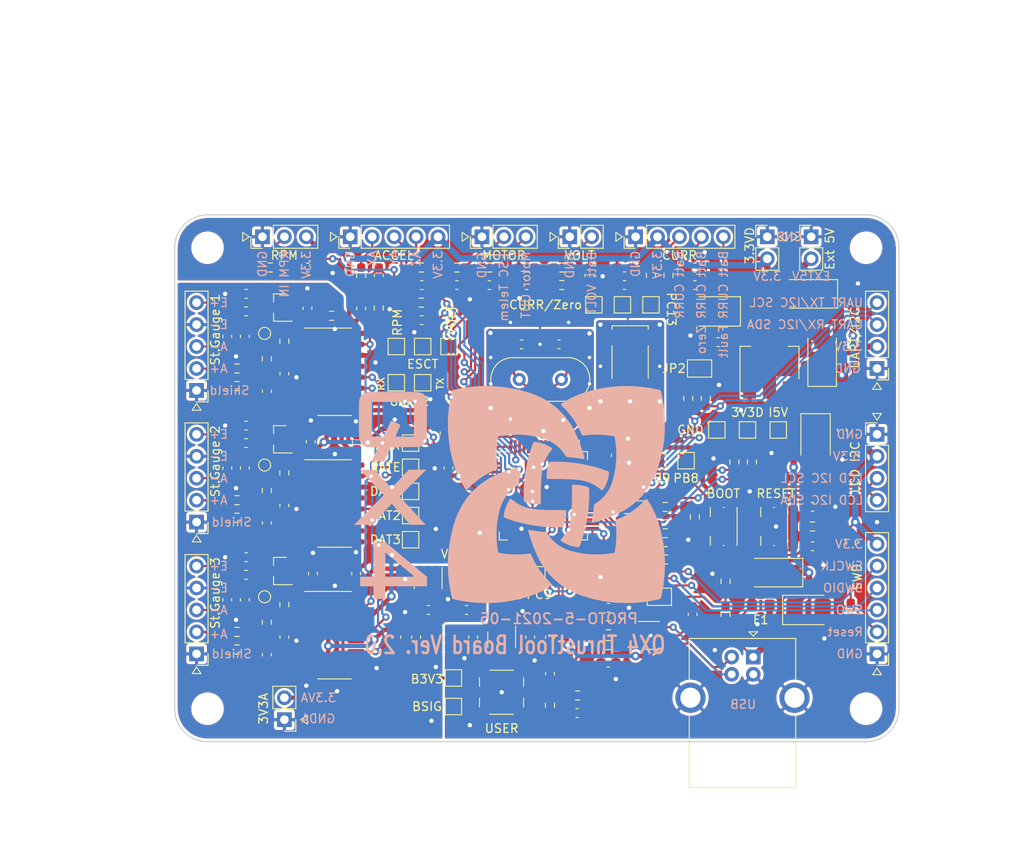
<source format=kicad_pcb>
(kicad_pcb (version 20171130) (host pcbnew "(5.1.9)-1")
  (title_block (title "QQ ThrustTool Board") (date 2021-05-18) (rev 2.0.3))
  (layers (0 F.Cu signal) (31 B.Cu signal hide) (34 B.Paste user hide) (35 F.Paste user hide) (36 B.SilkS user) (37 F.SilkS user hide) (38 B.Mask user hide) (39 F.Mask user hide) (44 Edge.Cuts user))
  (net 0 "")
  (net 1 +3V3)
  (net 2 GNDA)
  (net 3 +3.3VA)
  (net 4 GNDD)
  (net 5 /REF_VOLT)
  (net 6 /UART_RX)
  (net 7 /UART_TX)
  (net 8 /SWCLK)
  (net 9 /SWDIO)
  (net 10 /RESET)
  (net 11 /SWO)
  (net 12 /MOTOR_OUT)
  (net 13 "Net-(J2-Pad3)")
  (net 14 "Net-(L2-Pad2)")
  (net 15 "Net-(R11-Pad1)")
  (net 16 "Net-(C21-Pad1)")
  (net 17 /HX_RATE)
  (net 18 INT_5V)
  (net 19 "Net-(C15-Pad1)")
  (net 20 "Net-(U2-Pad4)")
  (net 21 "Net-(JP1-Pad1)")
  (net 22 "Net-(C37-Pad1)")
  (net 23 /I2C_SCL)
  (net 24 /I2C_SDA)
  (net 25 "Net-(C18-Pad1)")
  (net 26 /BUTTON)
  (net 27 "Net-(C46-Pad1)")
  (net 28 "Net-(C47-Pad1)")
  (net 29 "Net-(C44-Pad1)")
  (net 30 /LED_BLUE)
  (net 31 /LED_YELLOW)
  (net 32 /LED_GREEN)
  (net 33 "Net-(C48-Pad1)")
  (net 34 /BATT_VOLT)
  (net 35 /BATT_CURR)
  (net 36 /BATT_CURR_ZERO)
  (net 37 "Net-(C51-Pad1)")
  (net 38 /BATT_CURR_FAULT)
  (net 39 "Net-(U12-Pad34)")
  (net 40 "Net-(U12-Pad35)")
  (net 41 /RPM_IN)
  (net 42 /ESC_TELEM_IN)
  (net 43 "Net-(U12-Pad50)")
  (net 44 /DATA1)
  (net 45 /DATA2)
  (net 46 /DATA3)
  (net 47 /HX_SCK)
  (net 48 "Net-(R33-Pad1)")
  (net 49 "Net-(C5-Pad1)")
  (net 50 "Net-(C12-Pad1)")
  (net 51 "Net-(C10-Pad2)")
  (net 52 "Net-(C10-Pad1)")
  (net 53 "Net-(C13-Pad2)")
  (net 54 "Net-(C13-Pad1)")
  (net 55 "Net-(C16-Pad2)")
  (net 56 "Net-(C16-Pad1)")
  (net 57 "Net-(C19-Pad1)")
  (net 58 "Net-(C20-Pad1)")
  (net 59 "Net-(C45-Pad1)")
  (net 60 "Net-(C52-Pad1)")
  (net 61 "Net-(C57-Pad1)")
  (net 62 "Net-(C58-Pad1)")
  (net 63 "Net-(D2-Pad1)")
  (net 64 "Net-(D4-Pad1)")
  (net 65 "Net-(D5-Pad1)")
  (net 66 "Net-(D6-Pad1)")
  (net 67 "Net-(J1-Pad3)")
  (net 68 "Net-(J3-Pad3)")
  (net 69 EXT_5V)
  (net 70 "Net-(J14-Pad2)")
  (net 71 "Net-(J16-Pad2)")
  (net 72 "Net-(L1-Pad2)")
  (net 73 "Net-(L3-Pad2)")
  (net 74 "Net-(Q1-Pad1)")
  (net 75 "Net-(Q2-Pad1)")
  (net 76 "Net-(Q3-Pad1)")
  (net 77 "Net-(R7-Pad1)")
  (net 78 "Net-(R10-Pad2)")
  (net 79 "Net-(JP1-Pad2)")
  (net 80 USB_5V)
  (net 81 "Net-(U3-Pad13)")
  (net 82 "Net-(U4-Pad13)")
  (net 83 "Net-(U5-Pad13)")
  (net 84 "Net-(J1-Pad2)")
  (net 85 "Net-(J2-Pad2)")
  (net 86 "Net-(J3-Pad2)")
  (net 87 "Net-(J14-Pad3)")
  (net 88 /HX_DATA4)
  (net 89 "Net-(J10-Pad2)")
  (net 90 "Net-(TP2-Pad1)")
  (net 91 /DEBUG_1)
  (net 92 "Net-(C36-Pad1)")
  (net 93 /DEBUG_2)
  (net 94 "Net-(U12-Pad33)")
  (net 95 /UART2_TX)
  (net 96 /UART2_RX)
  (net 97 /D+)
  (net 98 /D-)
  (net 99 "Net-(C33-Pad1)")
  (net 100 "Net-(C35-Pad1)")
  (net 101 /DUSB+)
  (net 102 /DUSB-)
  (net 103 "Net-(JP2-Pad1)")
  (net 104 /ACCEL_X)
  (net 105 /ACCEL_Y)
  (net 106 /ACCEL_Z)
  (net 107 "Net-(TP22-Pad1)")
  (net 108 "Net-(J7-Pad4)")
  (net 109 "Net-(J7-Pad3)")
  (net 110 "Net-(J7-Pad2)")
  (net 111 "Net-(U12-Pad29)")
  (net 112 "Net-(U12-Pad11)")
  (net 113 "Net-(U12-Pad22)")
  (net 114 "Net-(U12-Pad36)")
  (net 115 "Net-(TP26-Pad1)")
  (module TestPoint:TestPoint_Pad_1.5x1.5mm (layer F.Cu) (at 140.716 107.696)
    (fp_text reference TP26 hide)
    (fp_text value PC6)
    (pad 1 smd rect (at 0 0) (size 1.5 1.5) (layers F.Cu F.Mask) (net 115 "Net-(TP26-Pad1)"))
  )
  (module TestPoint:TestPoint_Pad_D1.0mm (layer F.Cu) (at 137.16 105.156)
    (fp_text reference TP25 hide)
    (fp_text value TestPoint hide)
    (pad 1 smd circle (at 0 0) (size 1 1) (layers F.Cu F.Mask) (net 5 /REF_VOLT))
  )
  (module priv:SOT-23-5 (layer F.Cu) (at 139.446 115.196 270)
    (fp_text reference U2 hide)
    (fp_text value MIC5504-3.3YM5)
    (pad 5 smd roundrect (at 1.15 -0.95 270) (size 1.2 0.6) (layers F.Cu F.Paste F.Mask) (roundrect_rratio 0.167) (net 25 "Net-(C18-Pad1)"))
    (pad 4 smd roundrect (at 1.15 0.95 270) (size 1.2 0.6) (layers F.Cu F.Paste F.Mask) (roundrect_rratio 0.167) (net 20 "Net-(U2-Pad4)"))
    (pad 3 smd roundrect (at -1.15 0.95 270) (size 1.2 0.6) (layers F.Cu F.Paste F.Mask) (roundrect_rratio 0.167) (net 18 INT_5V))
    (pad 2 smd roundrect (at -1.15 0 270) (size 1.2 0.6) (layers F.Cu F.Paste F.Mask) (roundrect_rratio 0.167) (net 4 GNDD))
    (pad 1 smd roundrect (at -1.15 -0.95 270) (size 1.2 0.6) (layers F.Cu F.Paste F.Mask) (roundrect_rratio 0.167) (net 18 INT_5V))
  )
  (module priv:SOT-23-6 (layer F.Cu) (at 130.937 108.415 270)
    (fp_text reference U7 hide)
    (fp_text value MCP1501_SOT23)
    (pad 5 smd roundrect (at 1.15 0 270) (size 1.2 0.6) (layers F.Cu F.Paste F.Mask) (roundrect_rratio 0.167) (net 2 GNDA))
    (pad 6 smd roundrect (at 1.15 -0.95 270) (size 1.2 0.6) (layers F.Cu F.Paste F.Mask) (roundrect_rratio 0.167) (net 3 +3.3VA))
    (pad 4 smd roundrect (at 1.15 0.95 270) (size 1.2 0.6) (layers F.Cu F.Paste F.Mask) (roundrect_rratio 0.167) (net 3 +3.3VA))
    (pad 3 smd roundrect (at -1.15 0.95 270) (size 1.2 0.6) (layers F.Cu F.Paste F.Mask) (roundrect_rratio 0.167) (net 2 GNDA))
    (pad 2 smd roundrect (at -1.15 0 270) (size 1.2 0.6) (layers F.Cu F.Paste F.Mask) (roundrect_rratio 0.167) (net 2 GNDA))
    (pad 1 smd roundrect (at -1.15 -0.95 270) (size 1.2 0.6) (layers F.Cu F.Paste F.Mask) (roundrect_rratio 0.167) (net 5 /REF_VOLT))
  )
  (module priv:SOT-23-6 (layer F.Cu) (at 156.802 114.7064)
    (fp_text reference U6 hide)
    (fp_text value USBLC6-2P6)
    (pad 5 smd roundrect (at 1.15 0) (size 1.2 0.6) (layers F.Cu F.Paste F.Mask) (roundrect_rratio 0.167) (net 92 "Net-(C36-Pad1)"))
    (pad 6 smd roundrect (at 1.15 -0.95) (size 1.2 0.6) (layers F.Cu F.Paste F.Mask) (roundrect_rratio 0.167) (net 101 /DUSB+))
    (pad 4 smd roundrect (at 1.15 0.95) (size 1.2 0.6) (layers F.Cu F.Paste F.Mask) (roundrect_rratio 0.167) (net 102 /DUSB-))
    (pad 3 smd roundrect (at -1.15 0.95) (size 1.2 0.6) (layers F.Cu F.Paste F.Mask) (roundrect_rratio 0.167) (net 102 /DUSB-))
    (pad 2 smd roundrect (at -1.15 0) (size 1.2 0.6) (layers F.Cu F.Paste F.Mask) (roundrect_rratio 0.167) (net 4 GNDD))
    (pad 1 smd roundrect (at -1.15 -0.95) (size 1.2 0.6) (layers F.Cu F.Paste F.Mask) (roundrect_rratio 0.167) (net 101 /DUSB+))
  )
  (module priv:LOGO_QX4_knot_circ2_24mm (layer B.Cu) (at 145.796 98.425 180)
    (fp_text reference LG1 hide)
    (fp_text value Logo_1 hide)
  )
  (module priv:CP_EIA-3528-21_Kemet-B_Pad1.50x2.35mm_HandSolder (layer F.Cu) (at 174.953 111.76)
    (fp_text reference C39 hide)
    (fp_text value 47uF/10V)
    (pad 2 smd roundrect (at 1.625 0) (size 1.9 2.6) (layers F.Cu F.Paste F.Mask) (roundrect_rratio 0.167) (net 4 GNDD))
    (pad 1 smd roundrect (at -1.625 0) (size 1.9 2.6) (layers F.Cu F.Paste F.Mask) (roundrect_rratio 0.167) (net 18 INT_5V))
  )
  (module priv:CP_EIA-3528-21_Kemet-B_Pad1.50x2.35mm_HandSolder (layer F.Cu) (at 164.0705 77.216 180)
    (fp_text reference C17 hide)
    (fp_text value 10uF/6.3V)
    (pad 2 smd roundrect (at 1.625 0 180) (size 1.9 2.6) (layers F.Cu F.Paste F.Mask) (roundrect_rratio 0.167) (net 4 GNDD))
    (pad 1 smd roundrect (at -1.625 0 180) (size 1.9 2.6) (layers F.Cu F.Paste F.Mask) (roundrect_rratio 0.167) (net 1 +3V3) (thermal_gap 0.35))
  )
  (module priv:CP_EIA-3528-21_Kemet-B_Pad1.50x2.35mm_HandSolder (layer F.Cu) (at 175.768 92.049 270)
    (fp_text reference C4 hide)
    (fp_text value 10uF/6.3V)
    (pad 2 smd roundrect (at 1.625 0 270) (size 1.9 2.6) (layers F.Cu F.Paste F.Mask) (roundrect_rratio 0.167) (net 4 GNDD) (thermal_gap 0.35))
    (pad 1 smd roundrect (at -1.625 0 270) (size 1.9 2.6) (layers F.Cu F.Paste F.Mask) (roundrect_rratio 0.167) (net 18 INT_5V))
  )
  (module priv:D_SMA (layer F.Cu) (at 174.72 75.184 180)
    (fp_text reference D8 hide)
    (fp_text value B340A-13-F)
    (pad 2 smd rect (at 2 0 180) (size 2.5 1.8) (layers F.Cu F.Paste F.Mask) (net 69 EXT_5V))
    (pad 1 smd rect (at -2 0 180) (size 2.5 1.8) (layers F.Cu F.Paste F.Mask) (net 18 INT_5V))
  )
  (module priv:D_SMA (layer F.Cu) (at 170.688 107.442 180)
    (fp_text reference D7 hide)
    (fp_text value B340A-13-F)
    (pad 2 smd rect (at 2 0 180) (size 2.5 1.8) (layers F.Cu F.Paste F.Mask) (net 80 USB_5V))
    (pad 1 smd rect (at -2 0 180) (size 2.5 1.8) (layers F.Cu F.Paste F.Mask) (net 18 INT_5V))
  )
  (module priv:D_SMA (layer F.Cu) (at 176.53 82.296 90)
    (fp_text reference D1 hide)
    (fp_text value B340A-13-F)
    (pad 2 smd rect (at 2 0 90) (size 2.5 1.8) (layers F.Cu F.Paste F.Mask) (net 1 +3V3) (thermal_gap 0.35))
    (pad 1 smd rect (at -2 0 90) (size 2.5 1.8) (layers F.Cu F.Paste F.Mask) (net 18 INT_5V))
  )
  (module Resistor_SMD:R_0603_1608Metric_Pad0.98x0.95mm_HandSolder (layer F.Cu) (at 134.2625 72.136 180)
    (fp_text reference R30 hide)
    (fp_text value 220)
    (pad 2 smd roundrect (at 0.9125 0 180) (size 0.975 0.95) (layers F.Cu F.Paste F.Mask) (net 42 /ESC_TELEM_IN))
    (pad 1 smd roundrect (at -0.9125 0 180) (size 0.975 0.95) (layers F.Cu F.Paste F.Mask) (net 70 "Net-(J14-Pad2)"))
  )
  (module Resistor_SMD:R_0603_1608Metric_Pad0.98x0.95mm_HandSolder (layer F.Cu) (at 138.0725 72.136)
    (fp_text reference R29 hide)
    (fp_text value 220)
    (pad 2 smd roundrect (at 0.9125 0) (size 0.975 0.95) (layers F.Cu F.Paste F.Mask) (net 12 /MOTOR_OUT))
    (pad 1 smd roundrect (at -0.9125 0) (size 0.975 0.95) (layers F.Cu F.Paste F.Mask) (net 87 "Net-(J14-Pad3)"))
  )
  (module Capacitor_SMD:C_0603_1608Metric_Pad1.08x0.95mm_HandSolder (layer F.Cu) (at 134.2655 74.168)
    (fp_text reference C43 hide)
    (fp_text value 680p)
    (pad 2 smd roundrect (at 0.8625 0) (size 1.075 0.95) (layers F.Cu F.Paste F.Mask) (net 4 GNDD))
    (pad 1 smd roundrect (at -0.8625 0) (size 1.075 0.95) (layers F.Cu F.Paste F.Mask) (net 42 /ESC_TELEM_IN))
  )
  (module Capacitor_SMD:C_0603_1608Metric_Pad1.08x0.95mm_HandSolder (layer F.Cu) (at 138.0225 74.168 180)
    (fp_text reference C40 hide)
    (fp_text value 68p)
    (pad 2 smd roundrect (at 0.8625 0 180) (size 1.075 0.95) (layers F.Cu F.Paste F.Mask) (net 4 GNDD))
    (pad 1 smd roundrect (at -0.8625 0 180) (size 1.075 0.95) (layers F.Cu F.Paste F.Mask) (net 12 /MOTOR_OUT))
  )
  (module Resistor_SMD:R_0603_1608Metric_Pad0.98x0.95mm_HandSolder (layer F.Cu) (at 134.493 108.3545 90)
    (fp_text reference R27 hide)
    (fp_text value 1k)
    (pad 2 smd roundrect (at 0.9125 0 90) (size 0.975 0.95) (layers F.Cu F.Paste F.Mask) (net 5 /REF_VOLT))
    (pad 1 smd roundrect (at -0.9125 0 90) (size 0.975 0.95) (layers F.Cu F.Paste F.Mask) (net 2 GNDA))
  )
  (module Resistor_SMD:R_0603_1608Metric_Pad0.98x0.95mm_HandSolder (layer F.Cu) (at 136.525 108.3545 90)
    (fp_text reference R24 hide)
    (fp_text value 50)
    (pad 2 smd roundrect (at 0.9125 0 90) (size 0.975 0.95) (layers F.Cu F.Paste F.Mask) (net 5 /REF_VOLT))
    (pad 1 smd roundrect (at -0.9125 0 90) (size 0.975 0.95) (layers F.Cu F.Paste F.Mask) (net 22 "Net-(C37-Pad1)"))
  )
  (module Capacitor_SMD:C_0603_1608Metric_Pad1.08x0.95mm_HandSolder (layer F.Cu) (at 135.382 111.76 180)
    (fp_text reference C37 hide)
    (fp_text value 2.2uF)
    (pad 2 smd roundrect (at 0.8625 0 180) (size 1.075 0.95) (layers F.Cu F.Paste F.Mask) (net 2 GNDA))
    (pad 1 smd roundrect (at -0.8625 0 180) (size 1.075 0.95) (layers F.Cu F.Paste F.Mask) (net 22 "Net-(C37-Pad1)"))
  )
  (module priv:USB_B_OST_USB-B1HSxx_Horizontal_mod (layer F.Cu) (at 168.56 117.21 270)
    (fp_text reference J12 hide)
    (fp_text value "MX-67068-9000(USB-B)")
    (pad 5 thru_hole circle (at 4.71 7.27 270) (size 3.5 3.5) (drill 2.33) (layers *.Cu *.Mask) (net 4 GNDD))
    (pad 5 thru_hole circle (at 4.71 -4.77 270) (size 3.5 3.5) (drill 2.33) (layers *.Cu *.Mask) (net 4 GNDD))
    (pad 4 thru_hole circle (at 2 0 270) (size 1.7 1.7) (drill 0.92) (layers *.Cu *.Mask) (net 4 GNDD))
    (pad 3 thru_hole circle (at 2 2.5 270) (size 1.7 1.7) (drill 0.92) (layers *.Cu *.Mask) (net 101 /DUSB+))
    (pad 2 thru_hole circle (at 0 2.5 270) (size 1.7 1.7) (drill 0.92) (layers *.Cu *.Mask) (net 102 /DUSB-))
    (pad 1 thru_hole rect (at 0 0 270) (size 1.7 1.7) (drill 0.92) (layers *.Cu *.Mask) (net 92 "Net-(C36-Pad1)"))
  )
  (module priv:ABS25 (layer F.Cu) (at 154.3048 83.0782 90)
    (fp_text reference Y2 hide)
    (fp_text value 32.768kHz)
    (pad "" smd rect (at 2.85 -1.6 90) (size 1.3 1.9) (layers F.Cu F.Paste F.Mask))
    (pad 1 smd rect (at -2.85 -1.6 90) (size 1.3 1.9) (layers F.Cu F.Paste F.Mask) (net 28 "Net-(C47-Pad1)"))
    (pad "" smd rect (at 2.85 1.6 90) (size 1.3 1.9) (layers F.Cu F.Paste F.Mask))
    (pad 2 smd rect (at -2.85 1.6 90) (size 1.3 1.9) (layers F.Cu F.Paste F.Mask) (net 27 "Net-(C46-Pad1)"))
  )
  (module priv:SW_Push_1P1T-SH_NO_CK_KMR2xxG (layer F.Cu) (at 170.98 102.108 90)
    (fp_text reference SW5 hide)
    (fp_text value ResetBtn)
    (pad SH smd rect (at 0 -1.425 90) (size 1.7 0.55) (layers F.Cu F.Paste F.Mask) (net 4 GNDD))
    (pad 1 smd rect (at -2.05 -0.8 90) (size 0.9 1) (layers F.Cu F.Paste F.Mask) (net 100 "Net-(C35-Pad1)"))
    (pad 2 smd rect (at -2.05 0.8 90) (size 0.9 1) (layers F.Cu F.Paste F.Mask) (net 4 GNDD))
    (pad 1 smd rect (at 2.05 -0.8 90) (size 0.9 1) (layers F.Cu F.Paste F.Mask) (net 100 "Net-(C35-Pad1)"))
    (pad 2 smd rect (at 2.05 0.8 90) (size 0.9 1) (layers F.Cu F.Paste F.Mask) (net 4 GNDD))
  )
  (module priv:SW_Push_1P1T-SH_NO_CK_KMR2xxG (layer F.Cu) (at 165.138 102.108 90)
    (fp_text reference SW2 hide)
    (fp_text value BootBtn)
    (pad SH smd rect (at 0 -1.425 90) (size 1.7 0.55) (layers F.Cu F.Paste F.Mask) (net 4 GNDD))
    (pad 1 smd rect (at -2.05 -0.8 90) (size 0.9 1) (layers F.Cu F.Paste F.Mask) (net 48 "Net-(R33-Pad1)"))
    (pad 2 smd rect (at -2.05 0.8 90) (size 0.9 1) (layers F.Cu F.Paste F.Mask) (net 1 +3V3))
    (pad 1 smd rect (at 2.05 -0.8 90) (size 0.9 1) (layers F.Cu F.Paste F.Mask) (net 48 "Net-(R33-Pad1)"))
    (pad 2 smd rect (at 2.05 0.8 90) (size 0.9 1) (layers F.Cu F.Paste F.Mask) (net 1 +3V3))
  )
  (module priv:SW_SPST_Panasonic_EVQPL_3PL_5PL_PT_A15 (layer F.Cu) (at 139.431 121.285)
    (fp_text reference SW4 hide)
    (fp_text value UserBtn)
    (pad 0 smd rect (at 2.525 0) (size 0.45 1) (layers F.Cu F.Paste F.Mask) (net 4 GNDD))
    (pad 0 smd rect (at -2.525 0) (size 0.45 1) (layers F.Cu F.Paste F.Mask) (net 4 GNDD))
    (pad 2 smd rect (at 1.85 2.2) (size 0.6 1) (layers F.Cu F.Paste F.Mask) (net 1 +3V3))
    (pad 2 smd rect (at 1.85 -2.2) (size 0.6 1) (layers F.Cu F.Paste F.Mask) (net 1 +3V3))
    (pad 1 smd rect (at -1.85 -2.2) (size 0.6 1) (layers F.Cu F.Paste F.Mask) (net 99 "Net-(C33-Pad1)"))
    (pad 1 smd rect (at -1.85 2.2) (size 0.6 1) (layers F.Cu F.Paste F.Mask) (net 99 "Net-(C33-Pad1)"))
  )
  (module Package_SO:SOIC-16_3.9x9.9mm_P1.27mm (layer F.Cu) (at 120.102 114.681)
    (fp_text reference U5 hide)
    (fp_text value HX711)
    (pad 16 smd roundrect (at 2.475 -4.445) (size 1.95 0.6) (layers F.Cu F.Paste F.Mask) (net 1 +3V3))
    (pad 15 smd roundrect (at 2.475 -3.175) (size 1.95 0.6) (layers F.Cu F.Paste F.Mask) (net 17 /HX_RATE))
    (pad 14 smd roundrect (at 2.475 -1.905) (size 1.95 0.6) (layers F.Cu F.Paste F.Mask) (net 4 GNDD))
    (pad 13 smd roundrect (at 2.475 -0.635) (size 1.95 0.6) (layers F.Cu F.Paste F.Mask) (net 83 "Net-(U5-Pad13)"))
    (pad 12 smd roundrect (at 2.475 0.635) (size 1.95 0.6) (layers F.Cu F.Paste F.Mask) (net 46 /DATA3))
    (pad 11 smd roundrect (at 2.475 1.905) (size 1.95 0.6) (layers F.Cu F.Paste F.Mask) (net 47 /HX_SCK))
    (pad 10 smd roundrect (at 2.475 3.175) (size 1.95 0.6) (layers F.Cu F.Paste F.Mask) (net 2 GNDA))
    (pad 9 smd roundrect (at 2.475 4.445) (size 1.95 0.6) (layers F.Cu F.Paste F.Mask) (net 2 GNDA))
    (pad 8 smd roundrect (at -2.475 4.445) (size 1.95 0.6) (layers F.Cu F.Paste F.Mask) (net 55 "Net-(C16-Pad2)"))
    (pad 7 smd roundrect (at -2.475 3.175) (size 1.95 0.6) (layers F.Cu F.Paste F.Mask) (net 56 "Net-(C16-Pad1)"))
    (pad 6 smd roundrect (at -2.475 1.905) (size 1.95 0.6) (layers F.Cu F.Paste F.Mask) (net 16 "Net-(C21-Pad1)"))
    (pad 5 smd roundrect (at -2.475 0.635) (size 1.95 0.6) (layers F.Cu F.Paste F.Mask) (net 2 GNDA))
    (pad 4 smd roundrect (at -2.475 -0.635) (size 1.95 0.6) (layers F.Cu F.Paste F.Mask) (net 15 "Net-(R11-Pad1)"))
    (pad 3 smd roundrect (at -2.475 -1.905) (size 1.95 0.6) (layers F.Cu F.Paste F.Mask) (net 73 "Net-(L3-Pad2)"))
    (pad 2 smd roundrect (at -2.475 -3.175) (size 1.95 0.6) (layers F.Cu F.Paste F.Mask) (net 76 "Net-(Q3-Pad1)"))
    (pad 1 smd roundrect (at -2.475 -4.445) (size 1.95 0.6) (layers F.Cu F.Paste F.Mask) (net 3 +3.3VA))
  )
  (module Package_SO:SOIC-16_3.9x9.9mm_P1.27mm (layer F.Cu) (at 120.102 84.201)
    (fp_text reference U3 hide)
    (fp_text value HX711)
    (pad 16 smd roundrect (at 2.475 -4.445) (size 1.95 0.6) (layers F.Cu F.Paste F.Mask) (net 1 +3V3))
    (pad 15 smd roundrect (at 2.475 -3.175) (size 1.95 0.6) (layers F.Cu F.Paste F.Mask) (net 17 /HX_RATE))
    (pad 14 smd roundrect (at 2.475 -1.905) (size 1.95 0.6) (layers F.Cu F.Paste F.Mask) (net 4 GNDD))
    (pad 13 smd roundrect (at 2.475 -0.635) (size 1.95 0.6) (layers F.Cu F.Paste F.Mask) (net 81 "Net-(U3-Pad13)"))
    (pad 12 smd roundrect (at 2.475 0.635) (size 1.95 0.6) (layers F.Cu F.Paste F.Mask) (net 44 /DATA1))
    (pad 11 smd roundrect (at 2.475 1.905) (size 1.95 0.6) (layers F.Cu F.Paste F.Mask) (net 47 /HX_SCK))
    (pad 10 smd roundrect (at 2.475 3.175) (size 1.95 0.6) (layers F.Cu F.Paste F.Mask) (net 2 GNDA))
    (pad 9 smd roundrect (at 2.475 4.445) (size 1.95 0.6) (layers F.Cu F.Paste F.Mask) (net 2 GNDA))
    (pad 8 smd roundrect (at -2.475 4.445) (size 1.95 0.6) (layers F.Cu F.Paste F.Mask) (net 51 "Net-(C10-Pad2)"))
    (pad 7 smd roundrect (at -2.475 3.175) (size 1.95 0.6) (layers F.Cu F.Paste F.Mask) (net 52 "Net-(C10-Pad1)"))
    (pad 6 smd roundrect (at -2.475 1.905) (size 1.95 0.6) (layers F.Cu F.Paste F.Mask) (net 57 "Net-(C19-Pad1)"))
    (pad 5 smd roundrect (at -2.475 0.635) (size 1.95 0.6) (layers F.Cu F.Paste F.Mask) (net 2 GNDA))
    (pad 4 smd roundrect (at -2.475 -0.635) (size 1.95 0.6) (layers F.Cu F.Paste F.Mask) (net 77 "Net-(R7-Pad1)"))
    (pad 3 smd roundrect (at -2.475 -1.905) (size 1.95 0.6) (layers F.Cu F.Paste F.Mask) (net 72 "Net-(L1-Pad2)"))
    (pad 2 smd roundrect (at -2.475 -3.175) (size 1.95 0.6) (layers F.Cu F.Paste F.Mask) (net 74 "Net-(Q1-Pad1)"))
    (pad 1 smd roundrect (at -2.475 -4.445) (size 1.95 0.6) (layers F.Cu F.Paste F.Mask) (net 3 +3.3VA))
  )
  (module Package_SO:SOIC-16_3.9x9.9mm_P1.27mm (layer F.Cu) (at 120.102 99.441)
    (fp_text reference U4 hide)
    (fp_text value HX711)
    (pad 16 smd roundrect (at 2.475 -4.445) (size 1.95 0.6) (layers F.Cu F.Paste F.Mask) (net 1 +3V3))
    (pad 15 smd roundrect (at 2.475 -3.175) (size 1.95 0.6) (layers F.Cu F.Paste F.Mask) (net 17 /HX_RATE))
    (pad 14 smd roundrect (at 2.475 -1.905) (size 1.95 0.6) (layers F.Cu F.Paste F.Mask) (net 4 GNDD))
    (pad 13 smd roundrect (at 2.475 -0.635) (size 1.95 0.6) (layers F.Cu F.Paste F.Mask) (net 82 "Net-(U4-Pad13)"))
    (pad 12 smd roundrect (at 2.475 0.635) (size 1.95 0.6) (layers F.Cu F.Paste F.Mask) (net 45 /DATA2))
    (pad 11 smd roundrect (at 2.475 1.905) (size 1.95 0.6) (layers F.Cu F.Paste F.Mask) (net 47 /HX_SCK))
    (pad 10 smd roundrect (at 2.475 3.175) (size 1.95 0.6) (layers F.Cu F.Paste F.Mask) (net 2 GNDA))
    (pad 9 smd roundrect (at 2.475 4.445) (size 1.95 0.6) (layers F.Cu F.Paste F.Mask) (net 2 GNDA))
    (pad 8 smd roundrect (at -2.475 4.445) (size 1.95 0.6) (layers F.Cu F.Paste F.Mask) (net 53 "Net-(C13-Pad2)"))
    (pad 7 smd roundrect (at -2.475 3.175) (size 1.95 0.6) (layers F.Cu F.Paste F.Mask) (net 54 "Net-(C13-Pad1)"))
    (pad 6 smd roundrect (at -2.475 1.905) (size 1.95 0.6) (layers F.Cu F.Paste F.Mask) (net 58 "Net-(C20-Pad1)"))
    (pad 5 smd roundrect (at -2.475 0.635) (size 1.95 0.6) (layers F.Cu F.Paste F.Mask) (net 2 GNDA))
    (pad 4 smd roundrect (at -2.475 -0.635) (size 1.95 0.6) (layers F.Cu F.Paste F.Mask) (net 78 "Net-(R10-Pad2)"))
    (pad 3 smd roundrect (at -2.475 -1.905) (size 1.95 0.6) (layers F.Cu F.Paste F.Mask) (net 14 "Net-(L2-Pad2)"))
    (pad 2 smd roundrect (at -2.475 -3.175) (size 1.95 0.6) (layers F.Cu F.Paste F.Mask) (net 75 "Net-(Q2-Pad1)"))
    (pad 1 smd roundrect (at -2.475 -4.445) (size 1.95 0.6) (layers F.Cu F.Paste F.Mask) (net 3 +3.3VA))
  )
  (module Resistor_SMD:R_0603_1608Metric_Pad0.98x0.95mm_HandSolder (layer F.Cu) (at 119.761 77.724)
    (fp_text reference R13 hide)
    (fp_text value infty)
    (pad 2 smd roundrect (at 0.9125 0) (size 0.975 0.95) (layers F.Cu F.Paste F.Mask) (net 1 +3V3))
    (pad 1 smd roundrect (at -0.9125 0) (size 0.975 0.95) (layers F.Cu F.Paste F.Mask) (net 3 +3.3VA))
  )
  (module Inductor_SMD:L_0603_1608Metric_Pad1.05x0.95mm_HandSolder (layer F.Cu) (at 132.715 116.078 180)
    (fp_text reference L5 hide)
    (fp_text value f.bead)
    (pad 2 smd roundrect (at 0.875 0 180) (size 1.05 0.95) (layers F.Cu F.Paste F.Mask) (net 2 GNDA))
    (pad 1 smd roundrect (at -0.875 0 180) (size 1.05 0.95) (layers F.Cu F.Paste F.Mask) (net 4 GNDD))
  )
  (module TestPoint:TestPoint_Pad_1.5x1.5mm (layer F.Cu) (at 133.858 119.634)
    (fp_text reference TP24 hide)
    (fp_text value "UserBtn 3V3" hide)
    (pad 1 smd rect (at 0 0) (size 1.5 1.5) (layers F.Cu F.Mask) (net 1 +3V3))
  )
  (module TestPoint:TestPoint_Pad_1.5x1.5mm (layer F.Cu) (at 133.858 122.936)
    (fp_text reference TP23 hide)
    (fp_text value "UserBtn GND" hide)
    (pad 1 smd rect (at 0 0) (size 1.5 1.5) (layers F.Cu F.Mask) (net 99 "Net-(C33-Pad1)"))
  )
  (module Capacitor_SMD:C_0603_1608Metric_Pad1.08x0.95mm_HandSolder (layer F.Cu) (at 153.67 72.136 180)
    (fp_text reference C58 hide)
    (fp_text value 22pF)
    (pad 2 smd roundrect (at 0.8625 0 180) (size 1.075 0.95) (layers F.Cu F.Paste F.Mask) (net 4 GNDD))
    (pad 1 smd roundrect (at -0.8625 0 180) (size 1.075 0.95) (layers F.Cu F.Paste F.Mask) (net 62 "Net-(C58-Pad1)"))
  )
  (module Capacitor_SMD:C_0603_1608Metric_Pad1.08x0.95mm_HandSolder (layer F.Cu) (at 161.798 72.136)
    (fp_text reference C52 hide)
    (fp_text value 22pF)
    (pad 2 smd roundrect (at 0.8625 0) (size 1.075 0.95) (layers F.Cu F.Paste F.Mask) (net 4 GNDD))
    (pad 1 smd roundrect (at -0.8625 0) (size 1.075 0.95) (layers F.Cu F.Paste F.Mask) (net 60 "Net-(C52-Pad1)"))
  )
  (module Resistor_SMD:R_0603_1608Metric_Pad0.98x0.95mm_HandSolder (layer F.Cu) (at 123.19 73.0485 270)
    (fp_text reference R22 hide)
    (fp_text value 220)
    (pad 2 smd roundrect (at 0.9125 0 270) (size 0.975 0.95) (layers F.Cu F.Paste F.Mask) (net 106 /ACCEL_Z))
    (pad 1 smd roundrect (at -0.9125 0 270) (size 0.975 0.95) (layers F.Cu F.Paste F.Mask) (net 110 "Net-(J7-Pad2)"))
  )
  (module Resistor_SMD:R_0603_1608Metric_Pad0.98x0.95mm_HandSolder (layer F.Cu) (at 130.1515 76.2)
    (fp_text reference R21 hide)
    (fp_text value 220)
    (pad 2 smd roundrect (at 0.9125 0) (size 0.975 0.95) (layers F.Cu F.Paste F.Mask) (net 105 /ACCEL_Y))
    (pad 1 smd roundrect (at -0.9125 0) (size 0.975 0.95) (layers F.Cu F.Paste F.Mask) (net 109 "Net-(J7-Pad3)"))
  )
  (module Resistor_SMD:R_0603_1608Metric_Pad0.98x0.95mm_HandSolder (layer F.Cu) (at 130.1515 72.136)
    (fp_text reference R19 hide)
    (fp_text value 220)
    (pad 2 smd roundrect (at 0.9125 0) (size 0.975 0.95) (layers F.Cu F.Paste F.Mask) (net 104 /ACCEL_X))
    (pad 1 smd roundrect (at -0.9125 0) (size 0.975 0.95) (layers F.Cu F.Paste F.Mask) (net 108 "Net-(J7-Pad4)"))
  )
  (module Capacitor_SMD:C_0603_1608Metric_Pad1.08x0.95mm_HandSolder (layer F.Cu) (at 125.222 73.0515 270)
    (fp_text reference C42 hide)
    (fp_text value 10nF)
    (pad 2 smd roundrect (at 0.8625 0 270) (size 1.075 0.95) (layers F.Cu F.Paste F.Mask) (net 4 GNDD))
    (pad 1 smd roundrect (at -0.8625 0 270) (size 1.075 0.95) (layers F.Cu F.Paste F.Mask) (net 106 /ACCEL_Z))
  )
  (module Capacitor_SMD:C_0603_1608Metric_Pad1.08x0.95mm_HandSolder (layer F.Cu) (at 130.2015 78.232 180)
    (fp_text reference C41 hide)
    (fp_text value 10nF)
    (pad 2 smd roundrect (at 0.8625 0 180) (size 1.075 0.95) (layers F.Cu F.Paste F.Mask) (net 4 GNDD))
    (pad 1 smd roundrect (at -0.8625 0 180) (size 1.075 0.95) (layers F.Cu F.Paste F.Mask) (net 105 /ACCEL_Y))
  )
  (module Capacitor_SMD:C_0603_1608Metric_Pad1.08x0.95mm_HandSolder (layer F.Cu) (at 130.2015 74.168 180)
    (fp_text reference C38 hide)
    (fp_text value 10nF)
    (pad 2 smd roundrect (at 0.8625 0 180) (size 1.075 0.95) (layers F.Cu F.Paste F.Mask) (net 4 GNDD))
    (pad 1 smd roundrect (at -0.8625 0 180) (size 1.075 0.95) (layers F.Cu F.Paste F.Mask) (net 104 /ACCEL_X))
  )
  (module TestPoint:TestPoint_Pad_1.5x1.5mm (layer F.Cu) (at 156.718 76.454)
    (fp_text reference TP22 hide)
    (fp_text value PC13 hide)
    (pad 1 smd rect (at 0 0) (size 1.5 1.5) (layers F.Cu F.Mask) (net 107 "Net-(TP22-Pad1)"))
  )
  (module Connector_PinHeader_2.54mm:PinHeader_1x05_P2.54mm_Vertical (layer F.Cu) (at 154.94 68.58 90)
    (fp_text reference J15 hide)
    (fp_text value BattCurr hide)
    (pad 5 thru_hole oval (at 0 10.16 90) (size 1.7 1.7) (drill 1) (layers *.Cu *.Mask) (net 38 /BATT_CURR_FAULT))
    (pad 4 thru_hole oval (at 0 7.62 90) (size 1.7 1.7) (drill 1) (layers *.Cu *.Mask) (net 60 "Net-(C52-Pad1)"))
    (pad 3 thru_hole oval (at 0 5.08 90) (size 1.7 1.7) (drill 1) (layers *.Cu *.Mask) (net 62 "Net-(C58-Pad1)"))
    (pad 2 thru_hole oval (at 0 2.54 90) (size 1.7 1.7) (drill 1) (layers *.Cu *.Mask) (net 1 +3V3))
    (pad 1 thru_hole rect (at 0 0 90) (size 1.7 1.7) (drill 1) (layers *.Cu *.Mask) (net 4 GNDD))
  )
  (module Connector_PinHeader_2.54mm:PinHeader_1x05_P2.54mm_Vertical (layer F.Cu) (at 121.92 68.58 90)
    (fp_text reference J7 hide)
    (fp_text value Conn_01x05)
    (pad 5 thru_hole oval (at 0 10.16 90) (size 1.7 1.7) (drill 1) (layers *.Cu *.Mask) (net 1 +3V3))
    (pad 4 thru_hole oval (at 0 7.62 90) (size 1.7 1.7) (drill 1) (layers *.Cu *.Mask) (net 108 "Net-(J7-Pad4)"))
    (pad 3 thru_hole oval (at 0 5.08 90) (size 1.7 1.7) (drill 1) (layers *.Cu *.Mask) (net 109 "Net-(J7-Pad3)"))
    (pad 2 thru_hole oval (at 0 2.54 90) (size 1.7 1.7) (drill 1) (layers *.Cu *.Mask) (net 110 "Net-(J7-Pad2)"))
    (pad 1 thru_hole rect (at 0 0 90) (size 1.7 1.7) (drill 1) (layers *.Cu *.Mask) (net 4 GNDD))
  )
  (module Jumper:SolderJumper-2_P1.3mm_Open_TrianglePad1.0x1.5mm (layer F.Cu) (at 162.343 83.82)
    (fp_text reference JP2 (at -2.958 0) (layer F.SilkS))
    (fp_text value closed hide)
    (pad 1 smd custom (at -0.725 0) (size 0.3 0.3) (layers F.Cu F.Mask) (net 103 "Net-(JP2-Pad1)") (options (clearance outline) (anchor rect)) (primitives (gr_poly (pts (xy -0.5 -0.75) (xy 0.5 -0.75) (xy 1 0) (xy 0.5 0.75) (xy -0.5 0.75)) (width 0))))
    (pad 2 smd custom (at 0.725 0) (size 0.3 0.3) (layers F.Cu F.Mask) (net 1 +3V3) (options (clearance outline) (anchor rect)) (primitives (gr_poly (pts (xy -0.65 -0.75) (xy 0.5 -0.75) (xy 0.5 0.75) (xy -0.65 0.75) (xy -0.15 0)) (width 0))))
  )
  (module TestPoint:TestPoint_Pad_1.5x1.5mm (layer F.Cu) (at 164.338 90.932)
    (fp_text reference TP15 hide)
    (fp_text value GND hide)
    (pad 1 smd rect (at 0 0) (size 1.5 1.5) (layers F.Cu F.Mask) (net 4 GNDD))
  )
  (module Crystal:Crystal_HC49-4H_Vertical (layer F.Cu) (at 141.478 85.09)
    (fp_text reference Y1 hide)
    (fp_text value 8MHz)
    (pad 2 thru_hole circle (at 4.88 0) (size 1.5 1.5) (drill 0.8) (layers *.Cu *.Mask) (net 29 "Net-(C44-Pad1)"))
    (pad 1 thru_hole circle (at 0 0) (size 1.5 1.5) (drill 0.8) (layers *.Cu *.Mask) (net 59 "Net-(C45-Pad1)"))
  )
  (module Capacitor_SMD:C_0603_1608Metric_Pad1.08x0.95mm_HandSolder (layer F.Cu) (at 146.0765 81.026 180)
    (fp_text reference C44 hide)
    (fp_text value 20pF)
    (pad 2 smd roundrect (at 0.8625 0 180) (size 1.075 0.95) (layers F.Cu F.Paste F.Mask) (net 4 GNDD))
    (pad 1 smd roundrect (at -0.8625 0 180) (size 1.075 0.95) (layers F.Cu F.Paste F.Mask) (net 29 "Net-(C44-Pad1)"))
  )
  (module Capacitor_SMD:C_0603_1608Metric_Pad1.08x0.95mm_HandSolder (layer F.Cu) (at 137.414 91.2865 90)
    (fp_text reference C48 hide)
    (fp_text value 10nF)
    (pad 2 smd roundrect (at 0.8625 0 90) (size 1.075 0.95) (layers F.Cu F.Paste F.Mask) (net 2 GNDA))
    (pad 1 smd roundrect (at -0.8625 0 90) (size 1.075 0.95) (layers F.Cu F.Paste F.Mask) (net 33 "Net-(C48-Pad1)"))
  )
  (module TestPoint:TestPoint_Pad_1.5x1.5mm (layer F.Cu) (at 167.894 90.932)
    (fp_text reference TP13 hide)
    (fp_text value 3.3V hide)
    (pad 1 smd rect (at 0 0) (size 1.5 1.5) (layers F.Cu F.Mask) (net 1 +3V3))
  )
  (module Resistor_SMD:R_0603_1608Metric_Pad0.98x0.95mm_HandSolder (layer F.Cu) (at 168.402 94.6385 90)
    (fp_text reference R40 hide)
    (fp_text value 4.7k)
    (pad 2 smd roundrect (at 0.9125 0 90) (size 0.975 0.95) (layers F.Cu F.Paste F.Mask) (net 1 +3V3))
    (pad 1 smd roundrect (at -0.9125 0 90) (size 0.975 0.95) (layers F.Cu F.Paste F.Mask) (net 24 /I2C_SDA))
  )
  (module TestPoint:TestPoint_Pad_1.5x1.5mm (layer F.Cu) (at 171.45 90.932 90)
    (fp_text reference TP14 hide)
    (fp_text value TestPoint hide)
    (pad 1 smd rect (at 0 0 90) (size 1.5 1.5) (layers F.Cu F.Mask) (net 18 INT_5V))
  )
  (module Jumper:SolderJumper-2_P1.3mm_Open_TrianglePad1.0x1.5mm (layer F.Cu) (at 157.697 110.236)
    (fp_text reference JP1 (at -2.884 0) (layer F.SilkS))
    (fp_text value closed hide)
    (pad 1 smd custom (at -0.725 0) (size 0.3 0.3) (layers F.Cu F.Mask) (net 21 "Net-(JP1-Pad1)") (options (clearance outline) (anchor rect)) (primitives (gr_poly (pts (xy -0.5 -0.75) (xy 0.5 -0.75) (xy 1 0) (xy 0.5 0.75) (xy -0.5 0.75)) (width 0))))
    (pad 2 smd custom (at 0.725 0) (size 0.3 0.3) (layers F.Cu F.Mask) (net 79 "Net-(JP1-Pad2)") (options (clearance outline) (anchor rect)) (primitives (gr_poly (pts (xy -0.65 -0.75) (xy 0.5 -0.75) (xy 0.5 0.75) (xy -0.65 0.75) (xy -0.15 0)) (width 0))))
  )
  (module Resistor_SMD:R_0603_1608Metric_Pad0.98x0.95mm_HandSolder (layer F.Cu) (at 163.068 87.2725 90)
    (fp_text reference R18 hide)
    (fp_text value 4.7k)
    (pad 2 smd roundrect (at 0.9125 0 90) (size 0.975 0.95) (layers F.Cu F.Paste F.Mask) (net 103 "Net-(JP2-Pad1)"))
    (pad 1 smd roundrect (at -0.9125 0 90) (size 0.975 0.95) (layers F.Cu F.Paste F.Mask) (net 6 /UART_RX))
  )
  (module Resistor_SMD:R_0603_1608Metric_Pad0.98x0.95mm_HandSolder (layer F.Cu) (at 161.036 87.2725 90)
    (fp_text reference R17 hide)
    (fp_text value 4.7k)
    (pad 2 smd roundrect (at 0.9125 0 90) (size 0.975 0.95) (layers F.Cu F.Paste F.Mask) (net 103 "Net-(JP2-Pad1)"))
    (pad 1 smd roundrect (at -0.9125 0 90) (size 0.975 0.95) (layers F.Cu F.Paste F.Mask) (net 7 /UART_TX))
  )
  (module Capacitor_SMD:C_0603_1608Metric_Pad1.08x0.95mm_HandSolder (layer F.Cu) (at 145.034 119.126 90)
    (fp_text reference C32 hide)
    (fp_text value 100nF)
    (pad 2 smd roundrect (at 0.8625 0 90) (size 1.075 0.95) (layers F.Cu F.Paste F.Mask) (net 4 GNDD))
    (pad 1 smd roundrect (at -0.8625 0 90) (size 1.075 0.95) (layers F.Cu F.Paste F.Mask) (net 26 /BUTTON))
  )
  (module Resistor_SMD:R_0603_1608Metric_Pad0.98x0.95mm_HandSolder (layer F.Cu) (at 179.832 103.9895 90)
    (fp_text reference R47 hide)
    (fp_text value 10k)
    (pad 2 smd roundrect (at 0.9125 0 90) (size 0.975 0.95) (layers F.Cu F.Paste F.Mask) (net 1 +3V3))
    (pad 1 smd roundrect (at -0.9125 0 90) (size 0.975 0.95) (layers F.Cu F.Paste F.Mask) (net 10 /RESET))
  )
  (module Capacitor_SMD:C_0603_1608Metric_Pad1.08x0.95mm_HandSolder (layer F.Cu) (at 179.832 111.8605 270)
    (fp_text reference C69 hide)
    (fp_text value 100nF)
    (pad 2 smd roundrect (at 0.8625 0 270) (size 1.075 0.95) (layers F.Cu F.Paste F.Mask) (net 4 GNDD))
    (pad 1 smd roundrect (at -0.8625 0 270) (size 1.075 0.95) (layers F.Cu F.Paste F.Mask) (net 10 /RESET))
  )
  (module Capacitor_SMD:C_0603_1608Metric_Pad1.08x0.95mm_HandSolder (layer F.Cu) (at 161.544 112.268 90)
    (fp_text reference C36 hide)
    (fp_text value 100nF)
    (pad 2 smd roundrect (at 0.8625 0 90) (size 1.075 0.95) (layers F.Cu F.Paste F.Mask) (net 4 GNDD))
    (pad 1 smd roundrect (at -0.8625 0 90) (size 1.075 0.95) (layers F.Cu F.Paste F.Mask) (net 92 "Net-(C36-Pad1)"))
  )
  (module Resistor_SMD:R_0603_1608Metric_Pad0.98x0.95mm_HandSolder (layer F.Cu) (at 175.4105 102.108)
    (fp_text reference R20 hide)
    (fp_text value 1k)
    (pad 2 smd roundrect (at 0.9125 0) (size 0.975 0.95) (layers F.Cu F.Paste F.Mask) (net 10 /RESET))
    (pad 1 smd roundrect (at -0.9125 0) (size 0.975 0.95) (layers F.Cu F.Paste F.Mask) (net 100 "Net-(C35-Pad1)"))
  )
  (module Resistor_SMD:R_0603_1608Metric_Pad0.98x0.95mm_HandSolder (layer F.Cu) (at 148.2325 121.666 180)
    (fp_text reference R16 hide)
    (fp_text value 100k)
    (pad 2 smd roundrect (at 0.9125 0 180) (size 0.975 0.95) (layers F.Cu F.Paste F.Mask) (net 99 "Net-(C33-Pad1)"))
    (pad 1 smd roundrect (at -0.9125 0 180) (size 0.975 0.95) (layers F.Cu F.Paste F.Mask) (net 4 GNDD))
  )
  (module Resistor_SMD:R_0603_1608Metric_Pad0.98x0.95mm_HandSolder (layer F.Cu) (at 145.034 122.7855 270)
    (fp_text reference R15 hide)
    (fp_text value 1k)
    (pad 2 smd roundrect (at 0.9125 0 270) (size 0.975 0.95) (layers F.Cu F.Paste F.Mask) (net 99 "Net-(C33-Pad1)"))
    (pad 1 smd roundrect (at -0.9125 0 270) (size 0.975 0.95) (layers F.Cu F.Paste F.Mask) (net 26 /BUTTON))
  )
  (module Capacitor_SMD:C_0603_1608Metric_Pad1.08x0.95mm_HandSolder (layer F.Cu) (at 175.4135 99.822)
    (fp_text reference C35 hide)
    (fp_text value 10pF)
    (pad 2 smd roundrect (at 0.8625 0) (size 1.075 0.95) (layers F.Cu F.Paste F.Mask) (net 4 GNDD))
    (pad 1 smd roundrect (at -0.8625 0) (size 1.075 0.95) (layers F.Cu F.Paste F.Mask) (net 100 "Net-(C35-Pad1)"))
  )
  (module Capacitor_SMD:C_0603_1608Metric_Pad1.08x0.95mm_HandSolder (layer F.Cu) (at 175.4135 104.394)
    (fp_text reference C34 hide)
    (fp_text value 22nF)
    (pad 2 smd roundrect (at 0.8625 0) (size 1.075 0.95) (layers F.Cu F.Paste F.Mask) (net 4 GNDD))
    (pad 1 smd roundrect (at -0.8625 0) (size 1.075 0.95) (layers F.Cu F.Paste F.Mask) (net 10 /RESET))
  )
  (module Capacitor_SMD:C_0603_1608Metric_Pad1.08x0.95mm_HandSolder (layer F.Cu) (at 148.1825 123.698)
    (fp_text reference C33 hide)
    (fp_text value 10pF)
    (pad 2 smd roundrect (at 0.8625 0) (size 1.075 0.95) (layers F.Cu F.Paste F.Mask) (net 4 GNDD))
    (pad 1 smd roundrect (at -0.8625 0) (size 1.075 0.95) (layers F.Cu F.Paste F.Mask) (net 99 "Net-(C33-Pad1)"))
  )
  (module TestPoint:TestPoint_Pad_1.5x1.5mm (layer F.Cu) (at 127.254 85.471)
    (fp_text reference TP9 hide)
    (fp_text value TestPoint)
    (pad 1 smd rect (at 0 0) (size 1.5 1.5) (layers F.Cu F.Mask) (net 96 /UART2_RX))
  )
  (module TestPoint:TestPoint_Pad_1.5x1.5mm (layer F.Cu) (at 130.302 85.471)
    (fp_text reference TP3 hide)
    (fp_text value TestPoint hide)
    (pad 1 smd rect (at 0 0) (size 1.5 1.5) (layers F.Cu F.Mask) (net 95 /UART2_TX))
  )
  (module Capacitor_SMD:C_0603_1608Metric_Pad1.08x0.95mm_HandSolder (layer F.Cu) (at 178.816 90.932 270)
    (fp_text reference C2 hide)
    (fp_text value 10nF)
    (pad 2 smd roundrect (at 0.8625 0 270) (size 1.075 0.95) (layers F.Cu F.Paste F.Mask) (net 4 GNDD))
    (pad 1 smd roundrect (at -0.8625 0 270) (size 1.075 0.95) (layers F.Cu F.Paste F.Mask) (net 18 INT_5V))
  )
  (module Resistor_SMD:R_0603_1608Metric_Pad0.98x0.95mm_HandSolder (layer F.Cu) (at 166.37 94.6385 90)
    (fp_text reference R39 hide)
    (fp_text value 4.7k)
    (pad 2 smd roundrect (at 0.9125 0 90) (size 0.975 0.95) (layers F.Cu F.Paste F.Mask) (net 1 +3V3))
    (pad 1 smd roundrect (at -0.9125 0 90) (size 0.975 0.95) (layers F.Cu F.Paste F.Mask) (net 23 /I2C_SCL))
  )
  (module Capacitor_SMD:C_0603_1608Metric_Pad1.08x0.95mm_HandSolder (layer F.Cu) (at 116.967 76.8615 270)
    (fp_text reference C24 hide)
    (fp_text value 100nF)
    (pad 2 smd roundrect (at 0.8625 0 270) (size 1.075 0.95) (layers F.Cu F.Paste F.Mask) (net 3 +3.3VA))
    (pad 1 smd roundrect (at -0.8625 0 270) (size 1.075 0.95) (layers F.Cu F.Paste F.Mask) (net 2 GNDA))
  )
  (module MountingHole:MountingHole_3.2mm_M3 (layer F.Cu) (at 105.41 123.19 90)
    (fp_text reference M2 hide)
    (fp_text value Mounting_Hole hide)
    (pad 1 np_thru_hole circle (at 0 0 90) (size 3.2 3.2) (drill 3.2) (layers *.Cu *.Mask))
  )
  (module MountingHole:MountingHole_3.2mm_M3 (layer F.Cu) (at 181.61 123.19 90)
    (fp_text reference M3 hide)
    (fp_text value Mounting_Hole)
    (pad 1 np_thru_hole circle (at 0 0 90) (size 3.2 3.2) (drill 3.2) (layers *.Cu *.Mask))
  )
  (module MountingHole:MountingHole_3.2mm_M3 (layer F.Cu) (at 105.41 69.85 90)
    (fp_text reference M4 hide)
    (fp_text value Mounting_Hole hide)
    (pad 1 np_thru_hole circle (at 0 0 90) (size 3.2 3.2) (drill 3.2) (layers *.Cu *.Mask))
  )
  (module MountingHole:MountingHole_3.2mm_M3 (layer F.Cu) (at 181.61 69.85 90)
    (fp_text reference M1 hide)
    (fp_text value Mounting_Hole hide)
    (pad 1 np_thru_hole circle (at 0 0 90) (size 3.2 3.2) (drill 3.2) (layers *.Cu *.Mask))
  )
  (module TestPoint:TestPoint_Pad_1.5x1.5mm (layer F.Cu) (at 160.782 94.488)
    (fp_text reference TP16 hide)
    (fp_text value TestPoint)
    (pad 1 smd rect (at 0 0) (size 1.5 1.5) (layers F.Cu F.Mask) (net 91 /DEBUG_1))
  )
  (module Resistor_SMD:R_0603_1608Metric_Pad0.98x0.95mm_HandSolder (layer F.Cu) (at 161.798 100.9885 270)
    (fp_text reference R33 hide)
    (fp_text value 10k)
    (pad 2 smd roundrect (at 0.9125 0 270) (size 0.975 0.95) (layers F.Cu F.Paste F.Mask) (net 4 GNDD))
    (pad 1 smd roundrect (at -0.9125 0 270) (size 0.975 0.95) (layers F.Cu F.Paste F.Mask) (net 48 "Net-(R33-Pad1)"))
  )
  (module TestPoint:TestPoint_Pad_1.5x1.5mm (layer F.Cu) (at 143.51 107.696 180)
    (fp_text reference TP2 hide)
    (fp_text value MCO2 hide)
    (pad 1 smd rect (at 0 0 180) (size 1.5 1.5) (layers F.Cu F.Mask) (net 90 "Net-(TP2-Pad1)"))
  )
  (module TestPoint:TestPoint_Pad_1.5x1.5mm (layer F.Cu) (at 157.48 94.488)
    (fp_text reference TP1 hide)
    (fp_text value TestPoint)
    (pad 1 smd rect (at 0 0) (size 1.5 1.5) (layers F.Cu F.Mask) (net 93 /DEBUG_2))
  )
  (module Connector_PinHeader_2.54mm:PinHeader_1x06_P2.54mm_Vertical (layer F.Cu) (at 182.88 116.84 180)
    (fp_text reference J13 hide)
    (fp_text value Conn_SWD)
    (pad 6 thru_hole oval (at 0 12.7 180) (size 1.7 1.7) (drill 1) (layers *.Cu *.Mask) (net 1 +3V3))
    (pad 5 thru_hole oval (at 0 10.16 180) (size 1.7 1.7) (drill 1) (layers *.Cu *.Mask) (net 8 /SWCLK))
    (pad 4 thru_hole oval (at 0 7.62 180) (size 1.7 1.7) (drill 1) (layers *.Cu *.Mask) (net 9 /SWDIO))
    (pad 3 thru_hole oval (at 0 5.08 180) (size 1.7 1.7) (drill 1) (layers *.Cu *.Mask) (net 11 /SWO))
    (pad 2 thru_hole oval (at 0 2.54 180) (size 1.7 1.7) (drill 1) (layers *.Cu *.Mask) (net 10 /RESET))
    (pad 1 thru_hole rect (at 0 0 180) (size 1.7 1.7) (drill 1) (layers *.Cu *.Mask) (net 4 GNDD))
  )
  (module Capacitor_SMD:C_0603_1608Metric_Pad1.08x0.95mm_HandSolder (layer F.Cu) (at 136.144 114.9085 270)
    (fp_text reference C18 hide)
    (fp_text value 1uF)
    (pad 2 smd roundrect (at 0.8625 0 270) (size 1.075 0.95) (layers F.Cu F.Paste F.Mask) (net 4 GNDD))
    (pad 1 smd roundrect (at -0.8625 0 270) (size 1.075 0.95) (layers F.Cu F.Paste F.Mask) (net 25 "Net-(C18-Pad1)"))
  )
  (module TestPoint:TestPoint_Pad_D1.0mm (layer F.Cu) (at 112.014 110.236)
    (fp_text reference TP6 hide)
    (fp_text value TestPoint hide)
    (pad 1 smd circle (at 0 0) (size 1 1) (layers F.Cu F.Mask) (net 73 "Net-(L3-Pad2)"))
  )
  (module TestPoint:TestPoint_Pad_D1.0mm (layer F.Cu) (at 112.014 94.996)
    (fp_text reference TP5 hide)
    (fp_text value TestPoint hide)
    (pad 1 smd circle (at 0 0) (size 1 1) (layers F.Cu F.Mask) (net 14 "Net-(L2-Pad2)"))
  )
  (module TestPoint:TestPoint_Pad_D1.0mm (layer F.Cu) (at 112.014 79.756)
    (fp_text reference TP4 hide)
    (fp_text value TestPoint hide)
    (pad 1 smd circle (at 0 0) (size 1 1) (layers F.Cu F.Mask) (net 72 "Net-(L1-Pad2)"))
  )
  (module Resistor_SMD:R_0603_1608Metric_Pad0.98x0.95mm_HandSolder (layer F.Cu) (at 112.6725 72.136)
    (fp_text reference R45 hide)
    (fp_text value 220)
    (pad 2 smd roundrect (at 0.9125 0) (size 0.975 0.95) (layers F.Cu F.Paste F.Mask) (net 41 /RPM_IN))
    (pad 1 smd roundrect (at -0.9125 0) (size 0.975 0.95) (layers F.Cu F.Paste F.Mask) (net 71 "Net-(J16-Pad2)"))
  )
  (module Resistor_SMD:R_0603_1608Metric_Pad0.98x0.95mm_HandSolder (layer F.Cu) (at 151.7885 115.824 180)
    (fp_text reference R44 hide)
    (fp_text value 22)
    (pad 2 smd roundrect (at 0.9125 0 180) (size 0.975 0.95) (layers F.Cu F.Paste F.Mask) (net 97 /D+))
    (pad 1 smd roundrect (at -0.9125 0 180) (size 0.975 0.95) (layers F.Cu F.Paste F.Mask) (net 102 /DUSB-))
  )
  (module Resistor_SMD:R_0603_1608Metric_Pad0.98x0.95mm_HandSolder (layer F.Cu) (at 151.7885 113.538 180)
    (fp_text reference R43 hide)
    (fp_text value 22)
    (pad 2 smd roundrect (at 0.9125 0 180) (size 0.975 0.95) (layers F.Cu F.Paste F.Mask) (net 98 /D-))
    (pad 1 smd roundrect (at -0.9125 0 180) (size 0.975 0.95) (layers F.Cu F.Paste F.Mask) (net 101 /DUSB+))
  )
  (module Resistor_SMD:R_0603_1608Metric_Pad0.98x0.95mm_HandSolder (layer F.Cu) (at 165.354 112.268 90)
    (fp_text reference R42 hide)
    (fp_text value 68k)
    (pad 2 smd roundrect (at 0.9125 0 90) (size 0.975 0.95) (layers F.Cu F.Paste F.Mask) (net 79 "Net-(JP1-Pad2)"))
    (pad 1 smd roundrect (at -0.9125 0 90) (size 0.975 0.95) (layers F.Cu F.Paste F.Mask) (net 80 USB_5V))
  )
  (module Resistor_SMD:R_0603_1608Metric_Pad0.98x0.95mm_HandSolder (layer F.Cu) (at 165.354 108.458 90)
    (fp_text reference R41 hide)
    (fp_text value 47k)
    (pad 2 smd roundrect (at 0.9125 0 90) (size 0.975 0.95) (layers F.Cu F.Paste F.Mask) (net 4 GNDD))
    (pad 1 smd roundrect (at -0.9125 0 90) (size 0.975 0.95) (layers F.Cu F.Paste F.Mask) (net 79 "Net-(JP1-Pad2)"))
  )
  (module Resistor_SMD:R_0603_1608Metric_Pad0.98x0.95mm_HandSolder (layer F.Cu) (at 146.4075 72.136 180)
    (fp_text reference R38 hide)
    (fp_text value 10k)
    (pad 2 smd roundrect (at 0.9125 0 180) (size 0.975 0.95) (layers F.Cu F.Paste F.Mask) (net 61 "Net-(C57-Pad1)"))
    (pad 1 smd roundrect (at -0.9125 0 180) (size 0.975 0.95) (layers F.Cu F.Paste F.Mask) (net 89 "Net-(J10-Pad2)"))
  )
  (module Resistor_SMD:R_0603_1608Metric_Pad0.98x0.95mm_HandSolder (layer F.Cu) (at 142.3435 72.136)
    (fp_text reference R37 hide)
    (fp_text value 1k)
    (pad 2 smd roundrect (at 0.9125 0) (size 0.975 0.95) (layers F.Cu F.Paste F.Mask) (net 61 "Net-(C57-Pad1)"))
    (pad 1 smd roundrect (at -0.9125 0) (size 0.975 0.95) (layers F.Cu F.Paste F.Mask) (net 4 GNDD))
  )
  (module Resistor_SMD:R_0603_1608Metric_Pad0.98x0.95mm_HandSolder (layer F.Cu) (at 156.718 73.0485 270)
    (fp_text reference R36 hide)
    (fp_text value 680)
    (pad 2 smd roundrect (at 0.9125 0 270) (size 0.975 0.95) (layers F.Cu F.Paste F.Mask) (net 36 /BATT_CURR_ZERO))
    (pad 1 smd roundrect (at -0.9125 0 270) (size 0.975 0.95) (layers F.Cu F.Paste F.Mask) (net 62 "Net-(C58-Pad1)"))
  )
  (module Resistor_SMD:R_0603_1608Metric_Pad0.98x0.95mm_HandSolder (layer F.Cu) (at 146.4075 74.168)
    (fp_text reference R35 hide)
    (fp_text value 680)
    (pad 2 smd roundrect (at 0.9125 0) (size 0.975 0.95) (layers F.Cu F.Paste F.Mask) (net 34 /BATT_VOLT))
    (pad 1 smd roundrect (at -0.9125 0) (size 0.975 0.95) (layers F.Cu F.Paste F.Mask) (net 61 "Net-(C57-Pad1)"))
  )
  (module Resistor_SMD:R_0603_1608Metric_Pad0.98x0.95mm_HandSolder (layer F.Cu) (at 158.75 73.0485 270)
    (fp_text reference R34 hide)
    (fp_text value 680)
    (pad 2 smd roundrect (at 0.9125 0 270) (size 0.975 0.95) (layers F.Cu F.Paste F.Mask) (net 35 /BATT_CURR))
    (pad 1 smd roundrect (at -0.9125 0 270) (size 0.975 0.95) (layers F.Cu F.Paste F.Mask) (net 60 "Net-(C52-Pad1)"))
  )
  (module Resistor_SMD:R_0603_1608Metric_Pad0.98x0.95mm_HandSolder (layer F.Cu) (at 158.3925 105.918 180)
    (fp_text reference R28 hide)
    (fp_text value 330)
    (pad 2 smd roundrect (at 0.9125 0 180) (size 0.975 0.95) (layers F.Cu F.Paste F.Mask) (net 66 "Net-(D6-Pad1)"))
    (pad 1 smd roundrect (at -0.9125 0 180) (size 0.975 0.95) (layers F.Cu F.Paste F.Mask) (net 4 GNDD))
  )
  (module Resistor_SMD:R_0603_1608Metric_Pad0.98x0.95mm_HandSolder (layer F.Cu) (at 158.3671 103.9114 180)
    (fp_text reference R26 hide)
    (fp_text value 330)
    (pad 2 smd roundrect (at 0.9125 0 180) (size 0.975 0.95) (layers F.Cu F.Paste F.Mask) (net 65 "Net-(D5-Pad1)"))
    (pad 1 smd roundrect (at -0.9125 0 180) (size 0.975 0.95) (layers F.Cu F.Paste F.Mask) (net 4 GNDD))
  )
  (module Resistor_SMD:R_0603_1608Metric_Pad0.98x0.95mm_HandSolder (layer F.Cu) (at 158.3671 101.854 180)
    (fp_text reference R25 hide)
    (fp_text value 330)
    (pad 2 smd roundrect (at 0.9125 0 180) (size 0.975 0.95) (layers F.Cu F.Paste F.Mask) (net 64 "Net-(D4-Pad1)"))
    (pad 1 smd roundrect (at -0.9125 0 180) (size 0.975 0.95) (layers F.Cu F.Paste F.Mask) (net 4 GNDD))
  )
  (module Resistor_SMD:R_0603_1608Metric_Pad0.98x0.95mm_HandSolder (layer F.Cu) (at 158.3671 99.8474 180)
    (fp_text reference R23 hide)
    (fp_text value 330)
    (pad 2 smd roundrect (at 0.9125 0 180) (size 0.975 0.95) (layers F.Cu F.Paste F.Mask) (net 63 "Net-(D2-Pad1)"))
    (pad 1 smd roundrect (at -0.9125 0 180) (size 0.975 0.95) (layers F.Cu F.Paste F.Mask) (net 4 GNDD))
  )
  (module Resistor_SMD:R_0603_1608Metric_Pad0.98x0.95mm_HandSolder (layer F.Cu) (at 125.222 76.8115 270)
    (fp_text reference R14 hide)
    (fp_text value 10k)
    (pad 2 smd roundrect (at 0.9125 0 270) (size 0.975 0.95) (layers F.Cu F.Paste F.Mask) (net 17 /HX_RATE))
    (pad 1 smd roundrect (at -0.9125 0 270) (size 0.975 0.95) (layers F.Cu F.Paste F.Mask) (net 4 GNDD))
  )
  (module Resistor_SMD:R_0603_1608Metric_Pad0.98x0.95mm_HandSolder (layer F.Cu) (at 112.268 113.1805 90)
    (fp_text reference R12 hide)
    (fp_text value 8.2k)
    (pad 2 smd roundrect (at 0.9125 0 90) (size 0.975 0.95) (layers F.Cu F.Paste F.Mask) (net 15 "Net-(R11-Pad1)"))
    (pad 1 smd roundrect (at -0.9125 0 90) (size 0.975 0.95) (layers F.Cu F.Paste F.Mask) (net 2 GNDA))
  )
  (module Resistor_SMD:R_0603_1608Metric_Pad0.98x0.95mm_HandSolder (layer F.Cu) (at 114.3 111.1485 90)
    (fp_text reference R11 hide)
    (fp_text value 12k)
    (pad 2 smd roundrect (at 0.9125 0 90) (size 0.975 0.95) (layers F.Cu F.Paste F.Mask) (net 73 "Net-(L3-Pad2)"))
    (pad 1 smd roundrect (at -0.9125 0 90) (size 0.975 0.95) (layers F.Cu F.Paste F.Mask) (net 15 "Net-(R11-Pad1)"))
  )
  (module Resistor_SMD:R_0603_1608Metric_Pad0.98x0.95mm_HandSolder (layer F.Cu) (at 112.268 97.9405 90)
    (fp_text reference R10 hide)
    (fp_text value 8.2k)
    (pad 2 smd roundrect (at 0.9125 0 90) (size 0.975 0.95) (layers F.Cu F.Paste F.Mask) (net 78 "Net-(R10-Pad2)"))
    (pad 1 smd roundrect (at -0.9125 0 90) (size 0.975 0.95) (layers F.Cu F.Paste F.Mask) (net 2 GNDA))
  )
  (module Resistor_SMD:R_0603_1608Metric_Pad0.98x0.95mm_HandSolder (layer F.Cu) (at 114.3 95.9085 90)
    (fp_text reference R9 hide)
    (fp_text value 12k)
    (pad 2 smd roundrect (at 0.9125 0 90) (size 0.975 0.95) (layers F.Cu F.Paste F.Mask) (net 14 "Net-(L2-Pad2)"))
    (pad 1 smd roundrect (at -0.9125 0 90) (size 0.975 0.95) (layers F.Cu F.Paste F.Mask) (net 78 "Net-(R10-Pad2)"))
  )
  (module Resistor_SMD:R_0603_1608Metric_Pad0.98x0.95mm_HandSolder (layer F.Cu) (at 112.268 82.7005 90)
    (fp_text reference R8 hide)
    (fp_text value 8.2k)
    (pad 2 smd roundrect (at 0.9125 0 90) (size 0.975 0.95) (layers F.Cu F.Paste F.Mask) (net 77 "Net-(R7-Pad1)"))
    (pad 1 smd roundrect (at -0.9125 0 90) (size 0.975 0.95) (layers F.Cu F.Paste F.Mask) (net 2 GNDA))
  )
  (module Resistor_SMD:R_0603_1608Metric_Pad0.98x0.95mm_HandSolder (layer F.Cu) (at 114.3 80.6685 90)
    (fp_text reference R7 hide)
    (fp_text value 12k)
    (pad 2 smd roundrect (at 0.9125 0 90) (size 0.975 0.95) (layers F.Cu F.Paste F.Mask) (net 72 "Net-(L1-Pad2)"))
    (pad 1 smd roundrect (at -0.9125 0 90) (size 0.975 0.95) (layers F.Cu F.Paste F.Mask) (net 77 "Net-(R7-Pad1)"))
  )
  (module Resistor_SMD:R_0603_1608Metric_Pad0.98x0.95mm_HandSolder (layer F.Cu) (at 108.8155 116.332 180)
    (fp_text reference R6 hide)
    (fp_text value 100)
    (pad 2 smd roundrect (at 0.9125 0 180) (size 0.975 0.95) (layers F.Cu F.Paste F.Mask) (net 86 "Net-(J3-Pad2)"))
    (pad 1 smd roundrect (at -0.9125 0 180) (size 0.975 0.95) (layers F.Cu F.Paste F.Mask) (net 55 "Net-(C16-Pad2)"))
  )
  (module Resistor_SMD:R_0603_1608Metric_Pad0.98x0.95mm_HandSolder (layer F.Cu) (at 108.8155 114.3 180)
    (fp_text reference R5 hide)
    (fp_text value 100)
    (pad 2 smd roundrect (at 0.9125 0 180) (size 0.975 0.95) (layers F.Cu F.Paste F.Mask) (net 68 "Net-(J3-Pad3)"))
    (pad 1 smd roundrect (at -0.9125 0 180) (size 0.975 0.95) (layers F.Cu F.Paste F.Mask) (net 56 "Net-(C16-Pad1)"))
  )
  (module Resistor_SMD:R_0603_1608Metric_Pad0.98x0.95mm_HandSolder (layer F.Cu) (at 108.8155 101.092 180)
    (fp_text reference R4 hide)
    (fp_text value 100)
    (pad 2 smd roundrect (at 0.9125 0 180) (size 0.975 0.95) (layers F.Cu F.Paste F.Mask) (net 85 "Net-(J2-Pad2)"))
    (pad 1 smd roundrect (at -0.9125 0 180) (size 0.975 0.95) (layers F.Cu F.Paste F.Mask) (net 53 "Net-(C13-Pad2)"))
  )
  (module Resistor_SMD:R_0603_1608Metric_Pad0.98x0.95mm_HandSolder (layer F.Cu) (at 108.8155 99.06 180)
    (fp_text reference R3 hide)
    (fp_text value 100)
    (pad 2 smd roundrect (at 0.9125 0 180) (size 0.975 0.95) (layers F.Cu F.Paste F.Mask) (net 13 "Net-(J2-Pad3)"))
    (pad 1 smd roundrect (at -0.9125 0 180) (size 0.975 0.95) (layers F.Cu F.Paste F.Mask) (net 54 "Net-(C13-Pad1)"))
  )
  (module Resistor_SMD:R_0603_1608Metric_Pad0.98x0.95mm_HandSolder (layer F.Cu) (at 108.8155 85.852 180)
    (fp_text reference R2 hide)
    (fp_text value 100)
    (pad 2 smd roundrect (at 0.9125 0 180) (size 0.975 0.95) (layers F.Cu F.Paste F.Mask) (net 84 "Net-(J1-Pad2)"))
    (pad 1 smd roundrect (at -0.9125 0 180) (size 0.975 0.95) (layers F.Cu F.Paste F.Mask) (net 51 "Net-(C10-Pad2)"))
  )
  (module Resistor_SMD:R_0603_1608Metric_Pad0.98x0.95mm_HandSolder (layer F.Cu) (at 108.8155 83.82 180)
    (fp_text reference R1 hide)
    (fp_text value 100)
    (pad 2 smd roundrect (at 0.9125 0 180) (size 0.975 0.95) (layers F.Cu F.Paste F.Mask) (net 67 "Net-(J1-Pad3)"))
    (pad 1 smd roundrect (at -0.9125 0 180) (size 0.975 0.95) (layers F.Cu F.Paste F.Mask) (net 52 "Net-(C10-Pad1)"))
  )
  (module Fuse:Fuse_0805_2012Metric_Pad1.15x1.40mm_HandSolder (layer F.Cu) (at 169.427 111.252 180)
    (fp_text reference F1 (at 0 -1.65) (layer F.SilkS))
    (fp_text value 500mA)
    (pad 2 smd roundrect (at 1.025 0 180) (size 1.15 1.4) (layers F.Cu F.Paste F.Mask) (roundrect_rratio 0.2173904347826087) (net 80 USB_5V))
    (pad 1 smd roundrect (at -1.025 0 180) (size 1.15 1.4) (layers F.Cu F.Paste F.Mask) (roundrect_rratio 0.2173904347826087) (net 92 "Net-(C36-Pad1)"))
  )
  (module Capacitor_SMD:C_0603_1608Metric_Pad1.08x0.95mm_HandSolder (layer F.Cu) (at 116.9935 72.136)
    (fp_text reference C66 hide)
    (fp_text value 68p)
    (pad 2 smd roundrect (at 0.8625 0) (size 1.075 0.95) (layers F.Cu F.Paste F.Mask) (net 4 GNDD))
    (pad 1 smd roundrect (at -0.8625 0) (size 1.075 0.95) (layers F.Cu F.Paste F.Mask) (net 41 /RPM_IN))
  )
  (module Capacitor_SMD:C_0603_1608Metric_Pad1.08x0.95mm_HandSolder (layer F.Cu) (at 151.7915 111.506)
    (fp_text reference C65 hide)
    (fp_text value 47pF)
    (pad 2 smd roundrect (at 0.8625 0) (size 1.075 0.95) (layers F.Cu F.Paste F.Mask) (net 4 GNDD))
    (pad 1 smd roundrect (at -0.8625 0) (size 1.075 0.95) (layers F.Cu F.Paste F.Mask) (net 98 /D-))
  )
  (module Capacitor_SMD:C_0603_1608Metric_Pad1.08x0.95mm_HandSolder (layer F.Cu) (at 151.7915 117.856)
    (fp_text reference C64 hide)
    (fp_text value 47pF)
    (pad 2 smd roundrect (at 0.8625 0) (size 1.075 0.95) (layers F.Cu F.Paste F.Mask) (net 4 GNDD))
    (pad 1 smd roundrect (at -0.8625 0) (size 1.075 0.95) (layers F.Cu F.Paste F.Mask) (net 97 /D+))
  )
  (module Capacitor_SMD:C_0603_1608Metric_Pad1.08x0.95mm_HandSolder (layer F.Cu) (at 133.2992 95.3527 90)
    (fp_text reference C63 hide)
    (fp_text value 4.7uF)
    (pad 2 smd roundrect (at 0.8625 0 90) (size 1.075 0.95) (layers F.Cu F.Paste F.Mask) (net 4 GNDD))
    (pad 1 smd roundrect (at -0.8625 0 90) (size 1.075 0.95) (layers F.Cu F.Paste F.Mask) (net 1 +3V3))
  )
  (module Capacitor_SMD:C_0603_1608Metric_Pad1.08x0.95mm_HandSolder (layer F.Cu) (at 135.636 95.3505 90)
    (fp_text reference C62 hide)
    (fp_text value 100nF)
    (pad 2 smd roundrect (at 0.8625 0 90) (size 1.075 0.95) (layers F.Cu F.Paste F.Mask) (net 4 GNDD))
    (pad 1 smd roundrect (at -0.8625 0 90) (size 1.075 0.95) (layers F.Cu F.Paste F.Mask) (net 1 +3V3))
  )
  (module Capacitor_SMD:C_0603_1608Metric_Pad1.08x0.95mm_HandSolder (layer F.Cu) (at 152.654 93.8795 270)
    (fp_text reference C61 hide)
    (fp_text value 100nF)
    (pad 2 smd roundrect (at 0.8625 0 270) (size 1.075 0.95) (layers F.Cu F.Paste F.Mask) (net 4 GNDD))
    (pad 1 smd roundrect (at -0.8625 0 270) (size 1.075 0.95) (layers F.Cu F.Paste F.Mask) (net 1 +3V3))
  )
  (module Capacitor_SMD:C_0603_1608Metric_Pad1.08x0.95mm_HandSolder (layer F.Cu) (at 134.6465 103.378 180)
    (fp_text reference C60 hide)
    (fp_text value 100nF)
    (pad 2 smd roundrect (at 0.8625 0 180) (size 1.075 0.95) (layers F.Cu F.Paste F.Mask) (net 4 GNDD))
    (pad 1 smd roundrect (at -0.8625 0 180) (size 1.075 0.95) (layers F.Cu F.Paste F.Mask) (net 1 +3V3))
  )
  (module Capacitor_SMD:C_0603_1608Metric_Pad1.08x0.95mm_HandSolder (layer F.Cu) (at 148.9445 106.7562 180)
    (fp_text reference C59 hide)
    (fp_text value 100nF)
    (pad 2 smd roundrect (at 0.8625 0 180) (size 1.075 0.95) (layers F.Cu F.Paste F.Mask) (net 4 GNDD))
    (pad 1 smd roundrect (at -0.8625 0 180) (size 1.075 0.95) (layers F.Cu F.Paste F.Mask) (net 1 +3V3))
  )
  (module Capacitor_SMD:C_0603_1608Metric_Pad1.08x0.95mm_HandSolder (layer F.Cu) (at 142.3405 74.168 180)
    (fp_text reference C57 hide)
    (fp_text value 22pF)
    (pad 2 smd roundrect (at 0.8625 0 180) (size 1.075 0.95) (layers F.Cu F.Paste F.Mask) (net 4 GNDD))
    (pad 1 smd roundrect (at -0.8625 0 180) (size 1.075 0.95) (layers F.Cu F.Paste F.Mask) (net 61 "Net-(C57-Pad1)"))
  )
  (module Capacitor_SMD:C_0603_1608Metric_Pad1.08x0.95mm_HandSolder (layer F.Cu) (at 153.67 74.168 180)
    (fp_text reference C56 hide)
    (fp_text value 220nF)
    (pad 2 smd roundrect (at 0.8625 0 180) (size 1.075 0.95) (layers F.Cu F.Paste F.Mask) (net 4 GNDD))
    (pad 1 smd roundrect (at -0.8625 0 180) (size 1.075 0.95) (layers F.Cu F.Paste F.Mask) (net 36 /BATT_CURR_ZERO))
  )
  (module Capacitor_SMD:C_0603_1608Metric_Pad1.08x0.95mm_HandSolder (layer F.Cu) (at 149.606 73.0515 90)
    (fp_text reference C53 hide)
    (fp_text value 220nF)
    (pad 2 smd roundrect (at 0.8625 0 90) (size 1.075 0.95) (layers F.Cu F.Paste F.Mask) (net 4 GNDD))
    (pad 1 smd roundrect (at -0.8625 0 90) (size 1.075 0.95) (layers F.Cu F.Paste F.Mask) (net 34 /BATT_VOLT))
  )
  (module Capacitor_SMD:C_0603_1608Metric_Pad1.08x0.95mm_HandSolder (layer F.Cu) (at 134.6465 101.4222 180)
    (fp_text reference C51 hide)
    (fp_text value 4.7uF)
    (pad 2 smd roundrect (at 0.8625 0 180) (size 1.075 0.95) (layers F.Cu F.Paste F.Mask) (net 4 GNDD))
    (pad 1 smd roundrect (at -0.8625 0 180) (size 1.075 0.95) (layers F.Cu F.Paste F.Mask) (net 37 "Net-(C51-Pad1)"))
  )
  (module Capacitor_SMD:C_0603_1608Metric_Pad1.08x0.95mm_HandSolder (layer F.Cu) (at 161.798 74.168)
    (fp_text reference C50 hide)
    (fp_text value 220nF)
    (pad 2 smd roundrect (at 0.8625 0) (size 1.075 0.95) (layers F.Cu F.Paste F.Mask) (net 4 GNDD))
    (pad 1 smd roundrect (at -0.8625 0) (size 1.075 0.95) (layers F.Cu F.Paste F.Mask) (net 35 /BATT_CURR))
  )
  (module Capacitor_SMD:C_0603_1608Metric_Pad1.08x0.95mm_HandSolder (layer F.Cu) (at 135.128 91.2865 90)
    (fp_text reference C49 hide)
    (fp_text value 1uF)
    (pad 2 smd roundrect (at 0.8625 0 90) (size 1.075 0.95) (layers F.Cu F.Paste F.Mask) (net 2 GNDA))
    (pad 1 smd roundrect (at -0.8625 0 90) (size 1.075 0.95) (layers F.Cu F.Paste F.Mask) (net 33 "Net-(C48-Pad1)"))
  )
  (module Capacitor_SMD:C_0603_1608Metric_Pad1.08x0.95mm_HandSolder (layer F.Cu) (at 152.5648 88.9762)
    (fp_text reference C47 hide)
    (fp_text value 6.8pF)
    (pad 2 smd roundrect (at 0.8625 0) (size 1.075 0.95) (layers F.Cu F.Paste F.Mask) (net 4 GNDD))
    (pad 1 smd roundrect (at -0.8625 0) (size 1.075 0.95) (layers F.Cu F.Paste F.Mask) (net 28 "Net-(C47-Pad1)"))
  )
  (module Capacitor_SMD:C_0603_1608Metric_Pad1.08x0.95mm_HandSolder (layer F.Cu) (at 156.0198 88.9762 180)
    (fp_text reference C46 hide)
    (fp_text value 6.8pF)
    (pad 2 smd roundrect (at 0.8625 0 180) (size 1.075 0.95) (layers F.Cu F.Paste F.Mask) (net 4 GNDD))
    (pad 1 smd roundrect (at -0.8625 0 180) (size 1.075 0.95) (layers F.Cu F.Paste F.Mask) (net 27 "Net-(C46-Pad1)"))
  )
  (module Capacitor_SMD:C_0603_1608Metric_Pad1.08x0.95mm_HandSolder (layer F.Cu) (at 141.732 81.026)
    (fp_text reference C45 hide)
    (fp_text value 20pF)
    (pad 2 smd roundrect (at 0.8625 0) (size 1.075 0.95) (layers F.Cu F.Paste F.Mask) (net 4 GNDD))
    (pad 1 smd roundrect (at -0.8625 0) (size 1.075 0.95) (layers F.Cu F.Paste F.Mask) (net 59 "Net-(C45-Pad1)"))
  )
  (module Capacitor_SMD:C_0603_1608Metric_Pad1.08x0.95mm_HandSolder (layer F.Cu) (at 130.9635 111.76 180)
    (fp_text reference C31 hide)
    (fp_text value 2.2uF)
    (pad 2 smd roundrect (at 0.8625 0 180) (size 1.075 0.95) (layers F.Cu F.Paste F.Mask) (net 2 GNDA))
    (pad 1 smd roundrect (at -0.8625 0 180) (size 1.075 0.95) (layers F.Cu F.Paste F.Mask) (net 3 +3.3VA))
  )
  (module Capacitor_SMD:C_0603_1608Metric_Pad1.08x0.95mm_HandSolder (layer F.Cu) (at 122.6058 107.5425 90)
    (fp_text reference C30 hide)
    (fp_text value 100nF)
    (pad 2 smd roundrect (at 0.8625 0 90) (size 1.075 0.95) (layers F.Cu F.Paste F.Mask) (net 4 GNDD))
    (pad 1 smd roundrect (at -0.8625 0 90) (size 1.075 0.95) (layers F.Cu F.Paste F.Mask) (net 1 +3V3))
  )
  (module Capacitor_SMD:C_0603_1608Metric_Pad1.08x0.95mm_HandSolder (layer F.Cu) (at 122.682 92.3555 90)
    (fp_text reference C29 hide)
    (fp_text value 100nF)
    (pad 2 smd roundrect (at 0.8625 0 90) (size 1.075 0.95) (layers F.Cu F.Paste F.Mask) (net 4 GNDD))
    (pad 1 smd roundrect (at -0.8625 0 90) (size 1.075 0.95) (layers F.Cu F.Paste F.Mask) (net 1 +3V3))
  )
  (module Capacitor_SMD:C_0603_1608Metric_Pad1.08x0.95mm_HandSolder (layer F.Cu) (at 123.19 76.8615 90)
    (fp_text reference C28 hide)
    (fp_text value 100nF)
    (pad 2 smd roundrect (at 0.8625 0 90) (size 1.075 0.95) (layers F.Cu F.Paste F.Mask) (net 4 GNDD))
    (pad 1 smd roundrect (at -0.8625 0 90) (size 1.075 0.95) (layers F.Cu F.Paste F.Mask) (net 1 +3V3))
  )
  (module Capacitor_SMD:C_0603_1608Metric_Pad1.08x0.95mm_HandSolder (layer F.Cu) (at 129.54 114.9085 270)
    (fp_text reference C27 hide)
    (fp_text value 10uF)
    (pad 2 smd roundrect (at 0.8625 0 270) (size 1.075 0.95) (layers F.Cu F.Paste F.Mask) (net 2 GNDA))
    (pad 1 smd roundrect (at -0.8625 0 270) (size 1.075 0.95) (layers F.Cu F.Paste F.Mask) (net 3 +3.3VA))
  )
  (module Capacitor_SMD:C_0603_1608Metric_Pad1.08x0.95mm_HandSolder (layer F.Cu) (at 117.602 107.5425 270)
    (fp_text reference C26 hide)
    (fp_text value 100nF)
    (pad 2 smd roundrect (at 0.8625 0 270) (size 1.075 0.95) (layers F.Cu F.Paste F.Mask) (net 3 +3.3VA))
    (pad 1 smd roundrect (at -0.8625 0 270) (size 1.075 0.95) (layers F.Cu F.Paste F.Mask) (net 2 GNDA))
  )
  (module Capacitor_SMD:C_0603_1608Metric_Pad1.08x0.95mm_HandSolder (layer F.Cu) (at 117.348 92.3025 270)
    (fp_text reference C25 hide)
    (fp_text value 100nF)
    (pad 2 smd roundrect (at 0.8625 0 270) (size 1.075 0.95) (layers F.Cu F.Paste F.Mask) (net 3 +3.3VA))
    (pad 1 smd roundrect (at -0.8625 0 270) (size 1.075 0.95) (layers F.Cu F.Paste F.Mask) (net 2 GNDA))
  )
  (module Capacitor_SMD:C_0603_1608Metric_Pad1.08x0.95mm_HandSolder (layer F.Cu) (at 127.254 114.9085 270)
    (fp_text reference C23 hide)
    (fp_text value 100nF)
    (pad 2 smd roundrect (at 0.8625 0 270) (size 1.075 0.95) (layers F.Cu F.Paste F.Mask) (net 2 GNDA))
    (pad 1 smd roundrect (at -0.8625 0 270) (size 1.075 0.95) (layers F.Cu F.Paste F.Mask) (net 3 +3.3VA))
  )
  (module Capacitor_SMD:C_0603_1608Metric_Pad1.08x0.95mm_HandSolder (layer F.Cu) (at 164.4915 80.772 180)
    (fp_text reference C22 hide)
    (fp_text value 10nF)
    (pad 2 smd roundrect (at 0.8625 0 180) (size 1.075 0.95) (layers F.Cu F.Paste F.Mask) (net 4 GNDD))
    (pad 1 smd roundrect (at -0.8625 0 180) (size 1.075 0.95) (layers F.Cu F.Paste F.Mask) (net 1 +3V3) (thermal_gap 0.35))
  )
  (module Capacitor_SMD:C_0603_1608Metric_Pad1.08x0.95mm_HandSolder (layer F.Cu) (at 114.3 114.9085 90)
    (fp_text reference C21 hide)
    (fp_text value 100nF)
    (pad 2 smd roundrect (at 0.8625 0 90) (size 1.075 0.95) (layers F.Cu F.Paste F.Mask) (net 2 GNDA))
    (pad 1 smd roundrect (at -0.8625 0 90) (size 1.075 0.95) (layers F.Cu F.Paste F.Mask) (net 16 "Net-(C21-Pad1)"))
  )
  (module Capacitor_SMD:C_0603_1608Metric_Pad1.08x0.95mm_HandSolder (layer F.Cu) (at 114.3 99.6685 90)
    (fp_text reference C20 hide)
    (fp_text value 100nF)
    (pad 2 smd roundrect (at 0.8625 0 90) (size 1.075 0.95) (layers F.Cu F.Paste F.Mask) (net 2 GNDA))
    (pad 1 smd roundrect (at -0.8625 0 90) (size 1.075 0.95) (layers F.Cu F.Paste F.Mask) (net 58 "Net-(C20-Pad1)"))
  )
  (module Capacitor_SMD:C_0603_1608Metric_Pad1.08x0.95mm_HandSolder (layer F.Cu) (at 114.3 84.4285 90)
    (fp_text reference C19 hide)
    (fp_text value 100nF)
    (pad 2 smd roundrect (at 0.8625 0 90) (size 1.075 0.95) (layers F.Cu F.Paste F.Mask) (net 2 GNDA))
    (pad 1 smd roundrect (at -0.8625 0 90) (size 1.075 0.95) (layers F.Cu F.Paste F.Mask) (net 57 "Net-(C19-Pad1)"))
  )
  (module Capacitor_SMD:C_0603_1608Metric_Pad1.08x0.95mm_HandSolder (layer F.Cu) (at 112.268 116.9405 270)
    (fp_text reference C16 hide)
    (fp_text value 100nF)
    (pad 2 smd roundrect (at 0.8625 0 270) (size 1.075 0.95) (layers F.Cu F.Paste F.Mask) (net 55 "Net-(C16-Pad2)"))
    (pad 1 smd roundrect (at -0.8625 0 270) (size 1.075 0.95) (layers F.Cu F.Paste F.Mask) (net 56 "Net-(C16-Pad1)"))
  )
  (module Capacitor_SMD:C_0603_1608Metric_Pad1.08x0.95mm_HandSolder (layer F.Cu) (at 109.728 110.5905 270)
    (fp_text reference C15 hide)
    (fp_text value 10uF)
    (pad 2 smd roundrect (at 0.8625 0 270) (size 1.075 0.95) (layers F.Cu F.Paste F.Mask) (net 2 GNDA))
    (pad 1 smd roundrect (at -0.8625 0 270) (size 1.075 0.95) (layers F.Cu F.Paste F.Mask) (net 19 "Net-(C15-Pad1)"))
  )
  (module Capacitor_SMD:C_0603_1608Metric_Pad1.08x0.95mm_HandSolder (layer F.Cu) (at 109.8815 105.664 180)
    (fp_text reference C14 hide)
    (fp_text value 10uF)
    (pad 2 smd roundrect (at 0.8625 0 180) (size 1.075 0.95) (layers F.Cu F.Paste F.Mask) (net 2 GNDA))
    (pad 1 smd roundrect (at -0.8625 0 180) (size 1.075 0.95) (layers F.Cu F.Paste F.Mask) (net 3 +3.3VA))
  )
  (module Capacitor_SMD:C_0603_1608Metric_Pad1.08x0.95mm_HandSolder (layer F.Cu) (at 112.268 101.7005 270)
    (fp_text reference C13 hide)
    (fp_text value 100nF)
    (pad 2 smd roundrect (at 0.8625 0 270) (size 1.075 0.95) (layers F.Cu F.Paste F.Mask) (net 53 "Net-(C13-Pad2)"))
    (pad 1 smd roundrect (at -0.8625 0 270) (size 1.075 0.95) (layers F.Cu F.Paste F.Mask) (net 54 "Net-(C13-Pad1)"))
  )
  (module Capacitor_SMD:C_0603_1608Metric_Pad1.08x0.95mm_HandSolder (layer F.Cu) (at 109.728 95.3505 270)
    (fp_text reference C12 hide)
    (fp_text value 10uF)
    (pad 2 smd roundrect (at 0.8625 0 270) (size 1.075 0.95) (layers F.Cu F.Paste F.Mask) (net 2 GNDA))
    (pad 1 smd roundrect (at -0.8625 0 270) (size 1.075 0.95) (layers F.Cu F.Paste F.Mask) (net 50 "Net-(C12-Pad1)"))
  )
  (module Capacitor_SMD:C_0603_1608Metric_Pad1.08x0.95mm_HandSolder (layer F.Cu) (at 109.8815 90.424 180)
    (fp_text reference C11 hide)
    (fp_text value 10uF)
    (pad 2 smd roundrect (at 0.8625 0 180) (size 1.075 0.95) (layers F.Cu F.Paste F.Mask) (net 2 GNDA))
    (pad 1 smd roundrect (at -0.8625 0 180) (size 1.075 0.95) (layers F.Cu F.Paste F.Mask) (net 3 +3.3VA))
  )
  (module Capacitor_SMD:C_0603_1608Metric_Pad1.08x0.95mm_HandSolder (layer F.Cu) (at 112.268 86.4605 270)
    (fp_text reference C10 hide)
    (fp_text value 100nF)
    (pad 2 smd roundrect (at 0.8625 0 270) (size 1.075 0.95) (layers F.Cu F.Paste F.Mask) (net 51 "Net-(C10-Pad2)"))
    (pad 1 smd roundrect (at -0.8625 0 270) (size 1.075 0.95) (layers F.Cu F.Paste F.Mask) (net 52 "Net-(C10-Pad1)"))
  )
  (module Capacitor_SMD:C_0603_1608Metric_Pad1.08x0.95mm_HandSolder (layer F.Cu) (at 109.728 80.1105 270)
    (fp_text reference C9 hide)
    (fp_text value 10uF)
    (pad 2 smd roundrect (at 0.8625 0 270) (size 1.075 0.95) (layers F.Cu F.Paste F.Mask) (net 2 GNDA))
    (pad 1 smd roundrect (at -0.8625 0 270) (size 1.075 0.95) (layers F.Cu F.Paste F.Mask) (net 49 "Net-(C5-Pad1)"))
  )
  (module Capacitor_SMD:C_0603_1608Metric_Pad1.08x0.95mm_HandSolder (layer F.Cu) (at 109.8815 75.184 180)
    (fp_text reference C8 hide)
    (fp_text value 10uF)
    (pad 2 smd roundrect (at 0.8625 0 180) (size 1.075 0.95) (layers F.Cu F.Paste F.Mask) (net 2 GNDA))
    (pad 1 smd roundrect (at -0.8625 0 180) (size 1.075 0.95) (layers F.Cu F.Paste F.Mask) (net 3 +3.3VA))
  )
  (module Capacitor_SMD:C_0603_1608Metric_Pad1.08x0.95mm_HandSolder (layer F.Cu) (at 107.696 110.5905 270)
    (fp_text reference C7 hide)
    (fp_text value 100nF)
    (pad 2 smd roundrect (at 0.8625 0 270) (size 1.075 0.95) (layers F.Cu F.Paste F.Mask) (net 2 GNDA))
    (pad 1 smd roundrect (at -0.8625 0 270) (size 1.075 0.95) (layers F.Cu F.Paste F.Mask) (net 19 "Net-(C15-Pad1)"))
  )
  (module Capacitor_SMD:C_0603_1608Metric_Pad1.08x0.95mm_HandSolder (layer F.Cu) (at 107.696 95.3505 270)
    (fp_text reference C6 hide)
    (fp_text value 100nF)
    (pad 2 smd roundrect (at 0.8625 0 270) (size 1.075 0.95) (layers F.Cu F.Paste F.Mask) (net 2 GNDA))
    (pad 1 smd roundrect (at -0.8625 0 270) (size 1.075 0.95) (layers F.Cu F.Paste F.Mask) (net 50 "Net-(C12-Pad1)"))
  )
  (module Capacitor_SMD:C_0603_1608Metric_Pad1.08x0.95mm_HandSolder (layer F.Cu) (at 107.696 80.1105 270)
    (fp_text reference C5 hide)
    (fp_text value 100nF)
    (pad 2 smd roundrect (at 0.8625 0 270) (size 1.075 0.95) (layers F.Cu F.Paste F.Mask) (net 2 GNDA))
    (pad 1 smd roundrect (at -0.8625 0 270) (size 1.075 0.95) (layers F.Cu F.Paste F.Mask) (net 49 "Net-(C5-Pad1)"))
  )
  (module Capacitor_SMD:C_0603_1608Metric_Pad1.08x0.95mm_HandSolder (layer F.Cu) (at 142.748 114.9085 270)
    (fp_text reference C3 hide)
    (fp_text value 1uF)
    (pad 2 smd roundrect (at 0.8625 0 270) (size 1.075 0.95) (layers F.Cu F.Paste F.Mask) (net 4 GNDD))
    (pad 1 smd roundrect (at -0.8625 0 270) (size 1.075 0.95) (layers F.Cu F.Paste F.Mask) (net 18 INT_5V))
  )
  (module Capacitor_SMD:C_0603_1608Metric_Pad1.08x0.95mm_HandSolder (layer F.Cu) (at 145.034 114.9085 270)
    (fp_text reference C1 hide)
    (fp_text value 10nF)
    (pad 2 smd roundrect (at 0.8625 0 270) (size 1.075 0.95) (layers F.Cu F.Paste F.Mask) (net 4 GNDD))
    (pad 1 smd roundrect (at -0.8625 0 270) (size 1.075 0.95) (layers F.Cu F.Paste F.Mask) (net 18 INT_5V))
  )
  (module Connector_PinHeader_2.54mm:PinHeader_1x02_P2.54mm_Vertical (layer F.Cu) (at 114.3 124.46 180)
    (fp_text reference J5 hide)
    (fp_text value Conn_3.3VA hide)
    (pad 2 thru_hole oval (at 0 2.54 180) (size 1.7 1.7) (drill 1) (layers *.Cu *.Mask) (net 3 +3.3VA))
    (pad 1 thru_hole rect (at 0 0 180) (size 1.7 1.7) (drill 1) (layers *.Cu *.Mask) (net 2 GNDA))
  )
  (module Connector_PinHeader_2.54mm:PinHeader_1x02_P2.54mm_Vertical (layer F.Cu) (at 170.18 68.58)
    (fp_text reference J4 hide)
    (fp_text value Conn_3.3V hide)
    (pad 2 thru_hole oval (at 0 2.54) (size 1.7 1.7) (drill 1) (layers *.Cu *.Mask) (net 1 +3V3))
    (pad 1 thru_hole rect (at 0 0) (size 1.7 1.7) (drill 1) (layers *.Cu *.Mask) (net 4 GNDD))
  )
  (module Connector_PinHeader_2.54mm:PinHeader_1x04_P2.54mm_Vertical (layer F.Cu) (at 182.88 91.44)
    (fp_text reference U8 hide)
    (fp_text value LCD_SSD1306_I2C)
    (pad 4 thru_hole oval (at 0 7.62) (size 1.7 1.7) (drill 1) (layers *.Cu *.Mask) (net 24 /I2C_SDA))
    (pad 3 thru_hole oval (at 0 5.08) (size 1.7 1.7) (drill 1) (layers *.Cu *.Mask) (net 23 /I2C_SCL))
    (pad 2 thru_hole oval (at 0 2.54) (size 1.7 1.7) (drill 1) (layers *.Cu *.Mask) (net 1 +3V3))
    (pad 1 thru_hole rect (at 0 0) (size 1.7 1.7) (drill 1) (layers *.Cu *.Mask) (net 4 GNDD))
  )
  (module TestPoint:TestPoint_Pad_1.5x1.5mm (layer F.Cu) (at 130.302 81.28)
    (fp_text reference TP21 hide)
    (fp_text value TestPoint)
    (pad 1 smd rect (at 0 0) (size 1.5 1.5) (layers F.Cu F.Mask) (net 42 /ESC_TELEM_IN))
  )
  (module TestPoint:TestPoint_Pad_1.5x1.5mm (layer F.Cu) (at 127.254 81.28)
    (fp_text reference TP20 hide)
    (fp_text value TestPoint)
    (pad 1 smd rect (at 0 0) (size 1.5 1.5) (layers F.Cu F.Mask) (net 41 /RPM_IN))
  )
  (module TestPoint:TestPoint_Pad_1.5x1.5mm (layer F.Cu) (at 150.114 76.454)
    (fp_text reference TP19 hide)
    (fp_text value TestPoint hide)
    (pad 1 smd rect (at 0 0) (size 1.5 1.5) (layers F.Cu F.Mask) (net 36 /BATT_CURR_ZERO))
  )
  (module TestPoint:TestPoint_Pad_1.5x1.5mm (layer F.Cu) (at 133.35 81.28)
    (fp_text reference TP18 hide)
    (fp_text value TestPoint)
    (pad 1 smd rect (at 0 0) (size 1.5 1.5) (layers F.Cu F.Mask) (net 34 /BATT_VOLT))
  )
  (module TestPoint:TestPoint_Pad_1.5x1.5mm (layer F.Cu) (at 153.416 76.454)
    (fp_text reference TP17 hide)
    (fp_text value TestPoint hide)
    (pad 1 smd rect (at 0 0) (size 1.5 1.5) (layers F.Cu F.Mask) (net 35 /BATT_CURR))
  )
  (module TestPoint:TestPoint_Pad_1.5x1.5mm (layer F.Cu) (at 128.905 103.632)
    (fp_text reference TP12 hide)
    (fp_text value Data3 hide)
    (pad 1 smd rect (at 0 0) (size 1.5 1.5) (layers F.Cu F.Mask) (net 46 /DATA3))
  )
  (module TestPoint:TestPoint_Pad_1.5x1.5mm (layer F.Cu) (at 128.905 100.838)
    (fp_text reference TP11 hide)
    (fp_text value Data2)
    (pad 1 smd rect (at 0 0) (size 1.5 1.5) (layers F.Cu F.Mask) (net 45 /DATA2))
  )
  (module TestPoint:TestPoint_Pad_1.5x1.5mm (layer F.Cu) (at 128.905 95.25)
    (fp_text reference TP10 hide)
    (fp_text value Rate)
    (pad 1 smd rect (at 0 0) (size 1.5 1.5) (layers F.Cu F.Mask) (net 17 /HX_RATE))
  )
  (module TestPoint:TestPoint_Pad_1.5x1.5mm (layer F.Cu) (at 128.905 98.044)
    (fp_text reference TP8 hide)
    (fp_text value Data1)
    (pad 1 smd rect (at 0 0) (size 1.5 1.5) (layers F.Cu F.Mask) (net 44 /DATA1))
  )
  (module TestPoint:TestPoint_Pad_1.5x1.5mm (layer F.Cu) (at 128.905 92.456)
    (fp_text reference TP7 hide)
    (fp_text value SCK)
    (pad 1 smd rect (at 0 0) (size 1.5 1.5) (layers F.Cu F.Mask) (net 47 /HX_SCK))
  )
  (module Package_TO_SOT_SMD:SOT-23 (layer F.Cu) (at 113.808 107.254 180)
    (fp_text reference Q3 hide)
    (fp_text value MMBT4403)
    (pad 3 smd rect (at 1 0 180) (size 0.9 0.8) (layers F.Cu F.Paste F.Mask) (net 73 "Net-(L3-Pad2)"))
    (pad 2 smd rect (at -1 0.95 180) (size 0.9 0.8) (layers F.Cu F.Paste F.Mask) (net 3 +3.3VA))
    (pad 1 smd rect (at -1 -0.95 180) (size 0.9 0.8) (layers F.Cu F.Paste F.Mask) (net 76 "Net-(Q3-Pad1)"))
  )
  (module Package_TO_SOT_SMD:SOT-23 (layer F.Cu) (at 113.808 92.014 180)
    (fp_text reference Q2 hide)
    (fp_text value MMBT4403)
    (pad 3 smd rect (at 1 0 180) (size 0.9 0.8) (layers F.Cu F.Paste F.Mask) (net 14 "Net-(L2-Pad2)"))
    (pad 2 smd rect (at -1 0.95 180) (size 0.9 0.8) (layers F.Cu F.Paste F.Mask) (net 3 +3.3VA))
    (pad 1 smd rect (at -1 -0.95 180) (size 0.9 0.8) (layers F.Cu F.Paste F.Mask) (net 75 "Net-(Q2-Pad1)"))
  )
  (module Package_TO_SOT_SMD:SOT-23 (layer F.Cu) (at 113.808 76.774 180)
    (fp_text reference Q1 hide)
    (fp_text value MMBT4403)
    (pad 3 smd rect (at 1 0 180) (size 0.9 0.8) (layers F.Cu F.Paste F.Mask) (net 72 "Net-(L1-Pad2)"))
    (pad 2 smd rect (at -1 0.95 180) (size 0.9 0.8) (layers F.Cu F.Paste F.Mask) (net 3 +3.3VA))
    (pad 1 smd rect (at -1 -0.95 180) (size 0.9 0.8) (layers F.Cu F.Paste F.Mask) (net 74 "Net-(Q1-Pad1)"))
  )
  (module Inductor_SMD:L_0603_1608Metric_Pad1.05x0.95mm_HandSolder (layer F.Cu) (at 132.842 91.299 270)
    (fp_text reference L7 hide)
    (fp_text value f.bead)
    (pad 2 smd roundrect (at 0.875 0 270) (size 1.05 0.95) (layers F.Cu F.Paste F.Mask) (net 33 "Net-(C48-Pad1)"))
    (pad 1 smd roundrect (at -0.875 0 270) (size 1.05 0.95) (layers F.Cu F.Paste F.Mask) (net 3 +3.3VA))
  )
  (module Inductor_SMD:L_0603_1608Metric_Pad1.05x0.95mm_HandSolder (layer F.Cu) (at 132.729 114.046 180)
    (fp_text reference L4 hide)
    (fp_text value f.bead)
    (pad 2 smd roundrect (at 0.875 0 180) (size 1.05 0.95) (layers F.Cu F.Paste F.Mask) (net 3 +3.3VA))
    (pad 1 smd roundrect (at -0.875 0 180) (size 1.05 0.95) (layers F.Cu F.Paste F.Mask) (net 25 "Net-(C18-Pad1)"))
  )
  (module Inductor_SMD:L_0603_1608Metric_Pad1.05x0.95mm_HandSolder (layer F.Cu) (at 109.869 107.696)
    (fp_text reference L3 hide)
    (fp_text value 3.3uH)
    (pad 2 smd roundrect (at 0.875 0) (size 1.05 0.95) (layers F.Cu F.Paste F.Mask) (net 73 "Net-(L3-Pad2)"))
    (pad 1 smd roundrect (at -0.875 0) (size 1.05 0.95) (layers F.Cu F.Paste F.Mask) (net 19 "Net-(C15-Pad1)"))
  )
  (module Inductor_SMD:L_0603_1608Metric_Pad1.05x0.95mm_HandSolder (layer F.Cu) (at 109.869 92.456)
    (fp_text reference L2 hide)
    (fp_text value 3.3uH)
    (pad 2 smd roundrect (at 0.875 0) (size 1.05 0.95) (layers F.Cu F.Paste F.Mask) (net 14 "Net-(L2-Pad2)"))
    (pad 1 smd roundrect (at -0.875 0) (size 1.05 0.95) (layers F.Cu F.Paste F.Mask) (net 50 "Net-(C12-Pad1)"))
  )
  (module Inductor_SMD:L_0603_1608Metric_Pad1.05x0.95mm_HandSolder (layer F.Cu) (at 109.869 77.216)
    (fp_text reference L1 hide)
    (fp_text value 3.3uH)
    (pad 2 smd roundrect (at 0.875 0) (size 1.05 0.95) (layers F.Cu F.Paste F.Mask) (net 72 "Net-(L1-Pad2)"))
    (pad 1 smd roundrect (at -0.875 0) (size 1.05 0.95) (layers F.Cu F.Paste F.Mask) (net 49 "Net-(C5-Pad1)"))
  )
  (module Connector_PinHeader_2.54mm:PinHeader_1x04_P2.54mm_Vertical (layer F.Cu) (at 182.88 83.82 180)
    (fp_text reference J17 hide)
    (fp_text value UART/I2C hide)
    (pad 4 thru_hole oval (at 0 7.62 180) (size 1.7 1.7) (drill 1) (layers *.Cu *.Mask) (net 7 /UART_TX))
    (pad 3 thru_hole oval (at 0 5.08 180) (size 1.7 1.7) (drill 1) (layers *.Cu *.Mask) (net 6 /UART_RX))
    (pad 2 thru_hole oval (at 0 2.54 180) (size 1.7 1.7) (drill 1) (layers *.Cu *.Mask) (net 1 +3V3))
    (pad 1 thru_hole rect (at 0 0 180) (size 1.7 1.7) (drill 1) (layers *.Cu *.Mask) (net 4 GNDD))
  )
  (module Connector_PinHeader_2.54mm:PinHeader_1x03_P2.54mm_Vertical (layer F.Cu) (at 111.76 68.58 90)
    (fp_text reference J16 hide)
    (fp_text value SensorRPM hide)
    (pad 3 thru_hole oval (at 0 5.08 90) (size 1.7 1.7) (drill 1) (layers *.Cu *.Mask) (net 1 +3V3))
    (pad 2 thru_hole oval (at 0 2.54 90) (size 1.7 1.7) (drill 1) (layers *.Cu *.Mask) (net 71 "Net-(J16-Pad2)"))
    (pad 1 thru_hole rect (at 0 0 90) (size 1.7 1.7) (drill 1) (layers *.Cu *.Mask) (net 4 GNDD))
  )
  (module Connector_PinHeader_2.54mm:PinHeader_1x03_P2.54mm_Vertical (layer F.Cu) (at 137.16 68.58 90)
    (fp_text reference J14 hide)
    (fp_text value Motor hide)
    (pad 3 thru_hole oval (at 0 5.08 90) (size 1.7 1.7) (drill 1) (layers *.Cu *.Mask) (net 87 "Net-(J14-Pad3)"))
    (pad 2 thru_hole oval (at 0 2.54 90) (size 1.7 1.7) (drill 1) (layers *.Cu *.Mask) (net 70 "Net-(J14-Pad2)"))
    (pad 1 thru_hole rect (at 0 0 90) (size 1.7 1.7) (drill 1) (layers *.Cu *.Mask) (net 4 GNDD))
  )
  (module Connector_PinHeader_2.54mm:PinHeader_1x02_P2.54mm_Vertical (layer F.Cu) (at 147.32 68.58 90)
    (fp_text reference J10 hide)
    (fp_text value BattVolt)
    (pad 2 thru_hole oval (at 0 2.54 90) (size 1.7 1.7) (drill 1) (layers *.Cu *.Mask) (net 89 "Net-(J10-Pad2)"))
    (pad 1 thru_hole rect (at 0 0 90) (size 1.7 1.7) (drill 1) (layers *.Cu *.Mask) (net 4 GNDD))
  )
  (module Connector_PinHeader_2.54mm:PinHeader_1x02_P2.54mm_Vertical (layer F.Cu) (at 175.26 68.58)
    (fp_text reference J8 hide)
    (fp_text value Ext_5V hide)
    (pad 2 thru_hole oval (at 0 2.54) (size 1.7 1.7) (drill 1) (layers *.Cu *.Mask) (net 69 EXT_5V))
    (pad 1 thru_hole rect (at 0 0) (size 1.7 1.7) (drill 1) (layers *.Cu *.Mask) (net 4 GNDD))
  )
  (module Connector_PinHeader_2.54mm:PinHeader_1x05_P2.54mm_Vertical (layer F.Cu) (at 104.14 116.84 180)
    (fp_text reference J3 hide)
    (fp_text value Conn_01x05 hide)
    (pad 5 thru_hole oval (at 0 10.16 180) (size 1.7 1.7) (drill 1) (layers *.Cu *.Mask) (net 19 "Net-(C15-Pad1)"))
    (pad 4 thru_hole oval (at 0 7.62 180) (size 1.7 1.7) (drill 1) (layers *.Cu *.Mask) (net 2 GNDA))
    (pad 3 thru_hole oval (at 0 5.08 180) (size 1.7 1.7) (drill 1) (layers *.Cu *.Mask) (net 68 "Net-(J3-Pad3)"))
    (pad 2 thru_hole oval (at 0 2.54 180) (size 1.7 1.7) (drill 1) (layers *.Cu *.Mask) (net 86 "Net-(J3-Pad2)"))
    (pad 1 thru_hole rect (at 0 0 180) (size 1.7 1.7) (drill 1) (layers *.Cu *.Mask) (net 2 GNDA))
  )
  (module Connector_PinHeader_2.54mm:PinHeader_1x05_P2.54mm_Vertical (layer F.Cu) (at 104.14 101.6 180)
    (fp_text reference J2 hide)
    (fp_text value Conn_01x05 hide)
    (pad 5 thru_hole oval (at 0 10.16 180) (size 1.7 1.7) (drill 1) (layers *.Cu *.Mask) (net 50 "Net-(C12-Pad1)"))
    (pad 4 thru_hole oval (at 0 7.62 180) (size 1.7 1.7) (drill 1) (layers *.Cu *.Mask) (net 2 GNDA))
    (pad 3 thru_hole oval (at 0 5.08 180) (size 1.7 1.7) (drill 1) (layers *.Cu *.Mask) (net 13 "Net-(J2-Pad3)"))
    (pad 2 thru_hole oval (at 0 2.54 180) (size 1.7 1.7) (drill 1) (layers *.Cu *.Mask) (net 85 "Net-(J2-Pad2)"))
    (pad 1 thru_hole rect (at 0 0 180) (size 1.7 1.7) (drill 1) (layers *.Cu *.Mask) (net 2 GNDA))
  )
  (module Connector_PinHeader_2.54mm:PinHeader_1x05_P2.54mm_Vertical (layer F.Cu) (at 104.14 86.36 180)
    (fp_text reference J1 hide)
    (fp_text value Conn_01x05 hide)
    (pad 5 thru_hole oval (at 0 10.16 180) (size 1.7 1.7) (drill 1) (layers *.Cu *.Mask) (net 49 "Net-(C5-Pad1)"))
    (pad 4 thru_hole oval (at 0 7.62 180) (size 1.7 1.7) (drill 1) (layers *.Cu *.Mask) (net 2 GNDA))
    (pad 3 thru_hole oval (at 0 5.08 180) (size 1.7 1.7) (drill 1) (layers *.Cu *.Mask) (net 67 "Net-(J1-Pad3)"))
    (pad 2 thru_hole oval (at 0 2.54 180) (size 1.7 1.7) (drill 1) (layers *.Cu *.Mask) (net 84 "Net-(J1-Pad2)"))
    (pad 1 thru_hole rect (at 0 0 180) (size 1.7 1.7) (drill 1) (layers *.Cu *.Mask) (net 2 GNDA))
  )
  (module LED_SMD:LED_0603_1608Metric_Pad1.05x0.95mm_HandSolder (layer F.Cu) (at 154.446 105.9434 180)
    (fp_text reference D6 hide)
    (fp_text value LED_GREEN)
    (pad 2 smd roundrect (at 0.875 0 180) (size 1.05 0.95) (layers F.Cu F.Paste F.Mask) (net 32 /LED_GREEN))
    (pad 1 smd roundrect (at -0.875 0 180) (size 1.05 0.95) (layers F.Cu F.Paste F.Mask) (net 66 "Net-(D6-Pad1)"))
  )
  (module LED_SMD:LED_0603_1608Metric_Pad1.05x0.95mm_HandSolder (layer F.Cu) (at 154.446 103.9368 180)
    (fp_text reference D5 hide)
    (fp_text value LED_YELLOW)
    (pad 2 smd roundrect (at 0.875 0 180) (size 1.05 0.95) (layers F.Cu F.Paste F.Mask) (net 31 /LED_YELLOW))
    (pad 1 smd roundrect (at -0.875 0 180) (size 1.05 0.95) (layers F.Cu F.Paste F.Mask) (net 65 "Net-(D5-Pad1)"))
  )
  (module LED_SMD:LED_0603_1608Metric_Pad1.05x0.95mm_HandSolder (layer F.Cu) (at 154.446 101.9048 180)
    (fp_text reference D4 hide)
    (fp_text value LED_BLUE)
    (pad 2 smd roundrect (at 0.875 0 180) (size 1.05 0.95) (layers F.Cu F.Paste F.Mask) (net 30 /LED_BLUE))
    (pad 1 smd roundrect (at -0.875 0 180) (size 1.05 0.95) (layers F.Cu F.Paste F.Mask) (net 64 "Net-(D4-Pad1)"))
  )
  (module LED_SMD:LED_0603_1608Metric_Pad1.05x0.95mm_HandSolder (layer F.Cu) (at 154.4206 99.8728 180)
    (fp_text reference D2 hide)
    (fp_text value LED_RED)
    (pad 2 smd roundrect (at 0.875 0 180) (size 1.05 0.95) (layers F.Cu F.Paste F.Mask) (net 1 +3V3))
    (pad 1 smd roundrect (at -0.875 0 180) (size 1.05 0.95) (layers F.Cu F.Paste F.Mask) (net 63 "Net-(D2-Pad1)"))
  )
  (module Package_TO_SOT_SMD:SOT-223-3_TabPin2 (layer F.Cu) (at 170.434 83.16 90)
    (fp_text reference U1 hide)
    (fp_text value NCP1117-3.3/LDI1117-3.3H)
    (pad 2 smd rect (at 3.15 0 90) (size 2 3.8) (layers F.Cu F.Paste F.Mask) (net 1 +3V3))
    (pad 2 smd rect (at -3.15 0 90) (size 2 1.5) (layers F.Cu F.Paste F.Mask) (net 1 +3V3))
    (pad 3 smd rect (at -3.15 2.3 90) (size 2 1.5) (layers F.Cu F.Paste F.Mask) (net 18 INT_5V))
    (pad 1 smd rect (at -3.15 -2.3 90) (size 2 1.5) (layers F.Cu F.Paste F.Mask) (net 4 GNDD))
  )
  (module Package_QFP:LQFP-64_10x10mm_P0.5mm (layer F.Cu) (at 144.272 98.552 270)
    (fp_text reference U12 hide)
    (fp_text value STM32F401RETx)
    (pad 1 smd roundrect (at -5.675 -3.75 270) (size 1.55 0.3) (layers F.Cu F.Paste F.Mask) (net 1 +3V3))
    (pad 2 smd roundrect (at -5.675 -3.25 270) (size 1.55 0.3) (layers F.Cu F.Paste F.Mask) (net 107 "Net-(TP22-Pad1)"))
    (pad 3 smd roundrect (at -5.675 -2.75 270) (size 1.55 0.3) (layers F.Cu F.Paste F.Mask) (net 27 "Net-(C46-Pad1)"))
    (pad 4 smd roundrect (at -5.675 -2.25 270) (size 1.55 0.3) (layers F.Cu F.Paste F.Mask) (net 28 "Net-(C47-Pad1)"))
    (pad 5 smd roundrect (at -5.675 -1.75 270) (size 1.55 0.3) (layers F.Cu F.Paste F.Mask) (net 29 "Net-(C44-Pad1)"))
    (pad 6 smd roundrect (at -5.675 -1.25 270) (size 1.55 0.3) (layers F.Cu F.Paste F.Mask) (net 59 "Net-(C45-Pad1)"))
    (pad 7 smd roundrect (at -5.675 -0.75 270) (size 1.55 0.3) (layers F.Cu F.Paste F.Mask) (net 10 /RESET))
    (pad 8 smd roundrect (at -5.675 -0.25 270) (size 1.55 0.3) (layers F.Cu F.Paste F.Mask) (net 104 /ACCEL_X))
    (pad 9 smd roundrect (at -5.675 0.25 270) (size 1.55 0.3) (layers F.Cu F.Paste F.Mask) (net 105 /ACCEL_Y))
    (pad 10 smd roundrect (at -5.675 0.75 270) (size 1.55 0.3) (layers F.Cu F.Paste F.Mask) (net 106 /ACCEL_Z))
    (pad 11 smd roundrect (at -5.675 1.25 270) (size 1.55 0.3) (layers F.Cu F.Paste F.Mask) (net 112 "Net-(U12-Pad11)"))
    (pad 12 smd roundrect (at -5.675 1.75 270) (size 1.55 0.3) (layers F.Cu F.Paste F.Mask) (net 2 GNDA))
    (pad 13 smd roundrect (at -5.675 2.25 270) (size 1.55 0.3) (layers F.Cu F.Paste F.Mask) (net 33 "Net-(C48-Pad1)"))
    (pad 14 smd roundrect (at -5.675 2.75 270) (size 1.55 0.3) (layers F.Cu F.Paste F.Mask) (net 5 /REF_VOLT))
    (pad 15 smd roundrect (at -5.675 3.25 270) (size 1.55 0.3) (layers F.Cu F.Paste F.Mask) (net 34 /BATT_VOLT))
    (pad 16 smd roundrect (at -5.675 3.75 270) (size 1.55 0.3) (layers F.Cu F.Paste F.Mask) (net 95 /UART2_TX))
    (pad 17 smd roundrect (at -3.75 5.675 270) (size 0.3 1.55) (layers F.Cu F.Paste F.Mask) (net 96 /UART2_RX))
    (pad 18 smd roundrect (at -3.25 5.675 270) (size 0.3 1.55) (layers F.Cu F.Paste F.Mask) (net 4 GNDD))
    (pad 19 smd roundrect (at -2.75 5.675 270) (size 0.3 1.55) (layers F.Cu F.Paste F.Mask) (net 1 +3V3))
    (pad 20 smd roundrect (at -2.25 5.675 270) (size 0.3 1.55) (layers F.Cu F.Paste F.Mask) (net 35 /BATT_CURR))
    (pad 21 smd roundrect (at -1.75 5.675 270) (size 0.3 1.55) (layers F.Cu F.Paste F.Mask) (net 36 /BATT_CURR_ZERO))
    (pad 22 smd roundrect (at -1.25 5.675 270) (size 0.3 1.55) (layers F.Cu F.Paste F.Mask) (net 113 "Net-(U12-Pad22)"))
    (pad 23 smd roundrect (at -0.75 5.675 270) (size 0.3 1.55) (layers F.Cu F.Paste F.Mask) (net 41 /RPM_IN))
    (pad 24 smd roundrect (at -0.25 5.675 270) (size 0.3 1.55) (layers F.Cu F.Paste F.Mask) (net 47 /HX_SCK))
    (pad 25 smd roundrect (at 0.25 5.675 270) (size 0.3 1.55) (layers F.Cu F.Paste F.Mask) (net 17 /HX_RATE))
    (pad 26 smd roundrect (at 0.75 5.675 270) (size 0.3 1.55) (layers F.Cu F.Paste F.Mask) (net 44 /DATA1))
    (pad 27 smd roundrect (at 1.25 5.675 270) (size 0.3 1.55) (layers F.Cu F.Paste F.Mask) (net 45 /DATA2))
    (pad 28 smd roundrect (at 1.75 5.675 270) (size 0.3 1.55) (layers F.Cu F.Paste F.Mask) (net 46 /DATA3))
    (pad 29 smd roundrect (at 2.25 5.675 270) (size 0.3 1.55) (layers F.Cu F.Paste F.Mask) (net 111 "Net-(U12-Pad29)"))
    (pad 30 smd roundrect (at 2.75 5.675 270) (size 0.3 1.55) (layers F.Cu F.Paste F.Mask) (net 37 "Net-(C51-Pad1)"))
    (pad 31 smd roundrect (at 3.25 5.675 270) (size 0.3 1.55) (layers F.Cu F.Paste F.Mask) (net 4 GNDD))
    (pad 32 smd roundrect (at 3.75 5.675 270) (size 0.3 1.55) (layers F.Cu F.Paste F.Mask) (net 1 +3V3))
    (pad 33 smd roundrect (at 5.675 3.75 270) (size 1.55 0.3) (layers F.Cu F.Paste F.Mask) (net 94 "Net-(U12-Pad33)"))
    (pad 34 smd roundrect (at 5.675 3.25 270) (size 1.55 0.3) (layers F.Cu F.Paste F.Mask) (net 39 "Net-(U12-Pad34)"))
    (pad 35 smd roundrect (at 5.675 2.75 270) (size 1.55 0.3) (layers F.Cu F.Paste F.Mask) (net 40 "Net-(U12-Pad35)"))
    (pad 36 smd roundrect (at 5.675 2.25 270) (size 1.55 0.3) (layers F.Cu F.Paste F.Mask) (net 114 "Net-(U12-Pad36)"))
    (pad 37 smd roundrect (at 5.675 1.75 270) (size 1.55 0.3) (layers F.Cu F.Paste F.Mask) (net 115 "Net-(TP26-Pad1)"))
    (pad 38 smd roundrect (at 5.675 1.25 270) (size 1.55 0.3) (layers F.Cu F.Paste F.Mask) (net 42 /ESC_TELEM_IN))
    (pad 39 smd roundrect (at 5.675 0.75 270) (size 1.55 0.3) (layers F.Cu F.Paste F.Mask) (net 26 /BUTTON))
    (pad 40 smd roundrect (at 5.675 0.25 270) (size 1.55 0.3) (layers F.Cu F.Paste F.Mask) (net 90 "Net-(TP2-Pad1)"))
    (pad 41 smd roundrect (at 5.675 -0.25 270) (size 1.55 0.3) (layers F.Cu F.Paste F.Mask) (net 23 /I2C_SCL))
    (pad 42 smd roundrect (at 5.675 -0.75 270) (size 1.55 0.3) (layers F.Cu F.Paste F.Mask) (net 21 "Net-(JP1-Pad1)"))
    (pad 43 smd roundrect (at 5.675 -1.25 270) (size 1.55 0.3) (layers F.Cu F.Paste F.Mask) (net 12 /MOTOR_OUT))
    (pad 44 smd roundrect (at 5.675 -1.75 270) (size 1.55 0.3) (layers F.Cu F.Paste F.Mask) (net 97 /D+))
    (pad 45 smd roundrect (at 5.675 -2.25 270) (size 1.55 0.3) (layers F.Cu F.Paste F.Mask) (net 98 /D-))
    (pad 46 smd roundrect (at 5.675 -2.75 270) (size 1.55 0.3) (layers F.Cu F.Paste F.Mask) (net 9 /SWDIO))
    (pad 47 smd roundrect (at 5.675 -3.25 270) (size 1.55 0.3) (layers F.Cu F.Paste F.Mask) (net 4 GNDD))
    (pad 48 smd roundrect (at 5.675 -3.75 270) (size 1.55 0.3) (layers F.Cu F.Paste F.Mask) (net 1 +3V3))
    (pad 49 smd roundrect (at 3.75 -5.675 270) (size 0.3 1.55) (layers F.Cu F.Paste F.Mask) (net 8 /SWCLK))
    (pad 50 smd roundrect (at 3.25 -5.675 270) (size 0.3 1.55) (layers F.Cu F.Paste F.Mask) (net 43 "Net-(U12-Pad50)"))
    (pad 51 smd roundrect (at 2.75 -5.675 270) (size 0.3 1.55) (layers F.Cu F.Paste F.Mask) (net 32 /LED_GREEN))
    (pad 52 smd roundrect (at 2.25 -5.675 270) (size 0.3 1.55) (layers F.Cu F.Paste F.Mask) (net 31 /LED_YELLOW))
    (pad 53 smd roundrect (at 1.75 -5.675 270) (size 0.3 1.55) (layers F.Cu F.Paste F.Mask) (net 30 /LED_BLUE))
    (pad 54 smd roundrect (at 1.25 -5.675 270) (size 0.3 1.55) (layers F.Cu F.Paste F.Mask) (net 88 /HX_DATA4))
    (pad 55 smd roundrect (at 0.75 -5.675 270) (size 0.3 1.55) (layers F.Cu F.Paste F.Mask) (net 11 /SWO))
    (pad 56 smd roundrect (at 0.25 -5.675 270) (size 0.3 1.55) (layers F.Cu F.Paste F.Mask) (net 24 /I2C_SDA))
    (pad 57 smd roundrect (at -0.25 -5.675 270) (size 0.3 1.55) (layers F.Cu F.Paste F.Mask) (net 38 /BATT_CURR_FAULT))
    (pad 58 smd roundrect (at -0.75 -5.675 270) (size 0.3 1.55) (layers F.Cu F.Paste F.Mask) (net 7 /UART_TX))
    (pad 59 smd roundrect (at -1.25 -5.675 270) (size 0.3 1.55) (layers F.Cu F.Paste F.Mask) (net 6 /UART_RX))
    (pad 60 smd roundrect (at -1.75 -5.675 270) (size 0.3 1.55) (layers F.Cu F.Paste F.Mask) (net 48 "Net-(R33-Pad1)"))
    (pad 61 smd roundrect (at -2.25 -5.675 270) (size 0.3 1.55) (layers F.Cu F.Paste F.Mask) (net 91 /DEBUG_1))
    (pad 62 smd roundrect (at -2.75 -5.675 270) (size 0.3 1.55) (layers F.Cu F.Paste F.Mask) (net 93 /DEBUG_2))
    (pad 63 smd roundrect (at -3.25 -5.675 270) (size 0.3 1.55) (layers F.Cu F.Paste F.Mask) (net 4 GNDD))
    (pad 64 smd roundrect (at -3.75 -5.675 270) (size 0.3 1.55) (layers F.Cu F.Paste F.Mask) (net 1 +3V3))
  )
  (gr_text PC6 (at 140.462 109.982) (layer F.SilkS) (effects (font (size 1 1))))
  (gr_line (start 104.648 88.646) (end 103.632 88.646) (layer F.SilkS) (width 0.12))
  (gr_line (start 103.632 88.646) (end 104.14 87.884) (layer F.SilkS) (width 0.12))
  (gr_line (start 104.14 87.884) (end 104.648 88.646) (layer F.SilkS) (width 0.12))
  (gr_line (start 104.648 103.886) (end 103.632 103.886) (layer F.SilkS) (width 0.12))
  (gr_line (start 104.14 103.124) (end 104.648 103.886) (layer F.SilkS) (width 0.12))
  (gr_line (start 103.632 103.886) (end 104.14 103.124) (layer F.SilkS) (width 0.12))
  (gr_line (start 104.14 118.364) (end 104.648 119.126) (layer F.SilkS) (width 0.12))
  (gr_line (start 104.648 119.126) (end 103.632 119.126) (layer F.SilkS) (width 0.12))
  (gr_line (start 103.632 119.126) (end 104.14 118.364) (layer F.SilkS) (width 0.12))
  (gr_text 32768Hz (at 154.432 90.678) (layer F.SilkS) (effects (font (size 1 1))))
  (gr_text Vref (at 133.858 105.283) (layer F.SilkS) (effects (font (size 1 1))))
  (gr_text BSIG (at 130.81 122.936) (layer F.SilkS) (effects (font (size 1 1))))
  (gr_text B3V3 (at 130.81 119.761) (layer F.SilkS) (effects (font (size 1 1))))
  (gr_text PC13 (at 159.0802 76.962 270) (layer F.SilkS) (effects (font (size 1 1))))
  (gr_line (start 183.388 89.027) (end 182.88 89.789) (layer F.SilkS) (width 0.12))
  (gr_line (start 182.88 89.789) (end 182.372 89.027) (layer F.SilkS) (width 0.12))
  (gr_line (start 182.372 89.027) (end 183.388 89.027) (layer F.SilkS) (width 0.12))
  (gr_line (start 173.736 68.58) (end 172.974 69.088) (layer F.SilkS) (width 0.12))
  (gr_line (start 172.974 69.088) (end 172.974 68.072) (layer F.SilkS) (width 0.12))
  (gr_line (start 172.974 68.072) (end 173.736 68.58) (layer F.SilkS) (width 0.12))
  (gr_line (start 172.339 68.072) (end 172.339 69.088) (layer F.SilkS) (width 0.12))
  (gr_line (start 171.577 68.58) (end 172.339 68.072) (layer F.SilkS) (width 0.12))
  (gr_line (start 172.339 69.088) (end 171.577 68.58) (layer F.SilkS) (width 0.12))
  (gr_line (start 116.967 124.968) (end 116.205 124.46) (layer F.SilkS) (width 0.12))
  (gr_line (start 116.205 124.46) (end 116.967 123.952) (layer F.SilkS) (width 0.12))
  (gr_line (start 116.967 123.952) (end 116.967 124.968) (layer F.SilkS) (width 0.12))
  (gr_line (start 182.88 118.491) (end 183.388 119.253) (layer F.SilkS) (width 0.12))
  (gr_line (start 183.388 119.253) (end 182.372 119.253) (layer F.SilkS) (width 0.12))
  (gr_line (start 182.372 119.253) (end 182.88 118.491) (layer F.SilkS) (width 0.12))
  (gr_line (start 182.372 86.233) (end 182.88 85.471) (layer F.SilkS) (width 0.12))
  (gr_line (start 182.88 85.471) (end 183.388 86.233) (layer F.SilkS) (width 0.12))
  (gr_line (start 183.388 86.233) (end 182.372 86.233) (layer F.SilkS) (width 0.12))
  (gr_line (start 153.416 68.58) (end 152.654 69.088) (layer F.SilkS) (width 0.12))
  (gr_line (start 152.654 69.088) (end 152.654 68.072) (layer F.SilkS) (width 0.12))
  (gr_line (start 152.654 68.072) (end 153.416 68.58) (layer F.SilkS) (width 0.12))
  (gr_line (start 145.796 68.58) (end 145.034 69.088) (layer F.SilkS) (width 0.12))
  (gr_line (start 145.034 68.072) (end 145.796 68.58) (layer F.SilkS) (width 0.12))
  (gr_line (start 145.034 69.088) (end 145.034 68.072) (layer F.SilkS) (width 0.12))
  (gr_line (start 110.236 68.58) (end 109.474 69.088) (layer F.SilkS) (width 0.12))
  (gr_line (start 109.474 68.072) (end 110.236 68.58) (layer F.SilkS) (width 0.12))
  (gr_line (start 109.474 69.088) (end 109.474 68.072) (layer F.SilkS) (width 0.12))
  (gr_line (start 120.396 68.58) (end 119.634 69.088) (layer F.SilkS) (width 0.12))
  (gr_line (start 119.634 69.088) (end 119.634 68.072) (layer F.SilkS) (width 0.12))
  (gr_line (start 119.634 68.072) (end 120.396 68.58) (layer F.SilkS) (width 0.12))
  (gr_line (start 134.874 69.088) (end 134.874 68.072) (layer F.SilkS) (width 0.12))
  (gr_line (start 135.636 68.58) (end 134.874 69.088) (layer F.SilkS) (width 0.12))
  (gr_line (start 134.874 68.072) (end 135.636 68.58) (layer F.SilkS) (width 0.12))
  (gr_text 8MHz (at 144.018 89.154) (layer F.SilkS) (effects (font (size 1 1))))
  (gr_text USB (at 167.386 122.682) (layer B.SilkS) (effects (font (size 1 1)) (justify mirror)))
  (gr_text "LCD I2C SCL" (at 181.356 96.52) (layer B.SilkS) (effects (font (size 1 1)) (justify left mirror)))
  (gr_text "LCD I2C SDA" (at 181.356 99.06) (layer B.SilkS) (effects (font (size 1 1)) (justify left mirror)))
  (gr_text AZ (at 129.54 70.104 90) (layer B.SilkS) (effects (font (size 1 1)) (justify left mirror)))
  (gr_text AY (at 127 70.104 90) (layer B.SilkS) (effects (font (size 1 1)) (justify left mirror)))
  (gr_text AX (at 124.46 70.104 90) (layer B.SilkS) (effects (font (size 1 1)) (justify left mirror)))
  (gr_text 3.3V (at 132.08 70.104 90) (layer B.SilkS) (effects (font (size 1 1)) (justify left mirror)))
  (gr_text GND (at 121.92 70.104 90) (layer B.SilkS) (effects (font (size 1 1)) (justify left mirror)))
  (gr_text 3.3VA (at 118.237 121.92) (layer B.SilkS) (effects (font (size 1 1)) (justify mirror)))
  (gr_text GNDA (at 118.237 124.333) (layer B.SilkS) (effects (font (size 1 1)) (justify mirror)))
  (gr_text PB8 (at 160.782 96.52) (layer F.SilkS) (effects (font (size 1 1))))
  (gr_text PB9 (at 157.48 96.52) (layer F.SilkS) (effects (font (size 1 1))))
  (gr_text 3.3V (at 157.48 70.104 90) (layer B.SilkS) (effects (font (size 1 1)) (justify left mirror)))
  (gr_text ACCEL (at 127 70.739) (layer F.SilkS) (effects (font (size 1 1))))
  (gr_text "QX4 ThrustTool Board Ver. 2.0" (at 140.97 115.824) (layer B.SilkS) (effects (font (size 2 1.5) (thickness 0.3)) (justify mirror)))
  (gr_text "Batt CURR Fault" (at 165.1 70.104 90) (layer B.SilkS) (effects (font (size 1 1)) (justify left mirror)))
  (gr_text "Batt CURR Zero" (at 162.56 70.104 90) (layer B.SilkS) (effects (font (size 1 1)) (justify left mirror)))
  (gr_text "Batt CURR" (at 160.02 70.104 90) (layer B.SilkS) (effects (font (size 1 1)) (justify left mirror)))
  (gr_text "Batt VOLT" (at 149.86 73.914 90) (layer B.SilkS) (effects (font (size 1 1)) (justify mirror)))
  (gr_text "Motor OUT" (at 142.24 74.168 90) (layer B.SilkS) (effects (font (size 1 1)) (justify mirror)))
  (gr_text "ESC Telem" (at 139.7 74.422 90) (layer B.SilkS) (effects (font (size 1 1)) (justify mirror)))
  (gr_text "RPM IN" (at 114.3 72.898 90) (layer B.SilkS) (effects (font (size 1 1)) (justify mirror)))
  (gr_text 3.3V (at 116.84 70.104 90) (layer B.SilkS) (effects (font (size 1 1)) (justify left mirror)))
  (gr_text GND (at 111.76 70.104 90) (layer B.SilkS) (effects (font (size 1 1)) (justify left mirror)))
  (gr_text GND (at 137.16 71.882 90) (layer B.SilkS) (effects (font (size 1 1)) (justify mirror)))
  (gr_text GND (at 147.32 71.882 90) (layer B.SilkS) (effects (font (size 1 1)) (justify mirror)))
  (gr_text GND (at 154.94 70.104 90) (layer B.SilkS) (effects (font (size 1 1)) (justify left mirror)))
  (gr_text EXT5V (at 175.26 73.152) (layer B.SilkS) (effects (font (size 1 1)) (justify mirror)))
  (gr_text 3.3V (at 170.18 73.152) (layer B.SilkS) (effects (font (size 1 1)) (justify mirror)))
  (gr_text GND (at 172.72 68.58) (layer B.SilkS) (effects (font (size 1 1)) (justify mirror)))
  (gr_text "UART TX/I2C SCL" (at 181.356 76.2) (layer B.SilkS) (effects (font (size 1 1)) (justify left mirror)))
  (gr_text "UART RX/I2C SDA" (at 181.356 78.74) (layer B.SilkS) (effects (font (size 1 1)) (justify left mirror)))
  (gr_text GND (at 181.102 83.82) (layer B.SilkS) (effects (font (size 1 1)) (justify left mirror)))
  (gr_text GND (at 181.356 91.44) (layer B.SilkS) (effects (font (size 1 1)) (justify left mirror)))
  (gr_text 3.3V (at 179.578 81.28) (layer B.SilkS) (effects (font (size 1 1)) (justify mirror)))
  (gr_text 3.3V (at 181.102 93.98) (layer B.SilkS) (effects (font (size 1 1)) (justify left mirror)))
  (gr_text PROTO-5-2021-05 (at 146.05 112.776) (layer B.SilkS) (effects (font (size 1.2 1.2) (thickness 0.2)) (justify mirror)))
  (gr_text E+ (at 106.68 91.44) (layer B.SilkS) (effects (font (size 1 1)) (justify mirror)))
  (gr_text A+ (at 106.68 99.06) (layer B.SilkS) (effects (font (size 1 1)) (justify mirror)))
  (gr_text A- (at 106.68 96.52) (layer B.SilkS) (effects (font (size 1 1)) (justify mirror)))
  (gr_text Shield (at 108.204 101.6) (layer B.SilkS) (effects (font (size 1 1)) (justify mirror)))
  (gr_text E- (at 106.68 93.98) (layer B.SilkS) (effects (font (size 1 1)) (justify mirror)))
  (gr_text Shield (at 107.95 86.36) (layer B.SilkS) (effects (font (size 1 1)) (justify mirror)))
  (gr_text E+ (at 106.68 76.2) (layer B.SilkS) (effects (font (size 1 1)) (justify mirror)))
  (gr_text A+ (at 106.68 83.82) (layer B.SilkS) (effects (font (size 1 1)) (justify mirror)))
  (gr_text A- (at 106.68 81.28) (layer B.SilkS) (effects (font (size 1 1)) (justify mirror)))
  (gr_text E- (at 106.68 78.74) (layer B.SilkS) (effects (font (size 1 1)) (justify mirror)))
  (gr_text GND (at 181.356 116.84) (layer B.SilkS) (effects (font (size 1 1)) (justify left mirror)))
  (gr_text Reset (at 181.356 114.3) (layer B.SilkS) (effects (font (size 1 1)) (justify left mirror)))
  (gr_text SWO (at 181.356 111.76) (layer B.SilkS) (effects (font (size 1 1)) (justify left mirror)))
  (gr_text SWDIO (at 181.356 109.22) (layer B.SilkS) (effects (font (size 1 1)) (justify left mirror)))
  (gr_text SWCLK (at 181.356 106.68) (layer B.SilkS) (effects (font (size 1 1)) (justify left mirror)))
  (gr_text 3.3V (at 181.356 104.14) (layer B.SilkS) (effects (font (size 1 1)) (justify left mirror)))
  (gr_text VOLT (at 133.604 78.232 90) (layer F.SilkS) (effects (font (size 1 1))))
  (gr_text ESCT (at 130.302 83.312) (layer F.SilkS) (effects (font (size 1 1))))
  (gr_text RPM (at 127.381 78.486 90) (layer F.SilkS) (effects (font (size 1 1))))
  (gr_text UART2 (at 128.778 87.63) (layer F.SilkS) (effects (font (size 1 1))))
  (gr_text TX (at 132.334 85.598 90) (layer F.SilkS) (effects (font (size 0.8 0.8))))
  (gr_text RX (at 125.476 85.598 90) (layer F.SilkS) (effects (font (size 0.8 0.8))))
  (gr_text DAT3 (at 125.984 103.632) (layer F.SilkS) (effects (font (size 1 1))))
  (gr_text DAT2 (at 125.984 100.838) (layer F.SilkS) (effects (font (size 1 1))))
  (gr_text DAT1 (at 125.984 98.044) (layer F.SilkS) (effects (font (size 1 1))))
  (gr_text RATE (at 125.984 95.25) (layer F.SilkS) (effects (font (size 1 1))))
  (gr_text SCK (at 126.238 92.71) (layer F.SilkS) (effects (font (size 1 1))))
  (gr_text RPM (at 114.3 70.739) (layer F.SilkS) (effects (font (size 1 1))))
  (gr_text MOTOR (at 139.7 70.739) (layer F.SilkS) (effects (font (size 1 1))))
  (gr_text VOLT (at 148.463 70.739) (layer F.SilkS) (effects (font (size 1 1))))
  (gr_text CURR (at 160.02 70.739) (layer F.SilkS) (effects (font (size 1 1))))
  (gr_text 3.3VD (at 168.148 69.596 90) (layer F.SilkS) (effects (font (size 1 1))))
  (gr_text "Ext 5V" (at 177.419 69.977 90) (layer F.SilkS) (effects (font (size 1 1))))
  (gr_text UART/I2C (at 180.34 80.264 90) (layer F.SilkS) (effects (font (size 1 1))))
  (gr_text CURR/Zero (at 144.526 76.454) (layer F.SilkS) (effects (font (size 1 1))))
  (gr_text PC9 (at 143.764 109.982) (layer F.SilkS) (effects (font (size 1 1))))
  (gr_text "St.Gauge 3" (at 106.299 114.046 90) (layer F.SilkS) (effects (font (size 1 1)) (justify left)))
  (gr_text "St.Gauge 2" (at 106.299 98.806 90) (layer F.SilkS) (effects (font (size 1 1)) (justify left)))
  (gr_text "St.Gauge 1" (at 106.299 83.566 90) (layer F.SilkS) (effects (font (size 1 1)) (justify left)))
  (gr_text 3V3A (at 111.887 123.19 90) (layer F.SilkS) (effects (font (size 1 1))))
  (gr_text SWD (at 180.594 107.95 90) (layer F.SilkS) (effects (font (size 1 1))))
  (gr_text "LCD I2C" (at 180.34 95.25 90) (layer F.SilkS) (effects (font (size 1 1))))
  (gr_text GND (at 161.29 90.932) (layer F.SilkS) (effects (font (size 1 1))))
  (gr_text 3V3D (at 167.894 88.9) (layer F.SilkS) (effects (font (size 1 1))))
  (gr_text I5V (at 171.45 88.9) (layer F.SilkS) (effects (font (size 1 1))))
  (gr_text BOOT (at 165.1 98.298) (layer F.SilkS) (effects (font (size 1 1))))
  (gr_text RESET (at 171.196 98.298) (layer F.SilkS) (effects (font (size 1 1))))
  (gr_text USER (at 139.446 125.476) (layer F.SilkS) (effects (font (size 1 1))))
  (gr_text A- (at 106.68 111.76) (layer B.SilkS) (effects (font (size 1 1)) (justify mirror)))
  (gr_text A+ (at 106.68 114.554) (layer B.SilkS) (effects (font (size 1 1)) (justify mirror)))
  (gr_text Shield (at 108.204 116.84) (layer B.SilkS) (effects (font (size 1 1)) (justify mirror)))
  (gr_text E+ (at 106.68 106.68) (layer B.SilkS) (effects (font (size 1 1)) (justify mirror)))
  (gr_text E- (at 106.68 109.22) (layer B.SilkS) (effects (font (size 1 1)) (justify mirror)))
  (gr_line (start 181.61 127) (end 105.41 127) (layer Edge.Cuts) (width 0.15))
  (gr_arc (start 181.61 123.19) (end 181.61 127) (angle -90) (layer Edge.Cuts) (width 0.15))
  (gr_arc (start 181.61 69.85) (end 185.42 69.85) (angle -90) (layer Edge.Cuts) (width 0.15))
  (gr_line (start 185.42 69.85) (end 185.42 123.19) (layer Edge.Cuts) (width 0.15))
  (gr_arc (start 105.41 123.19) (end 101.6 123.19) (angle -90) (layer Edge.Cuts) (width 0.15))
  (gr_arc (start 105.41 69.85) (end 105.41 66.04) (angle -90) (layer Edge.Cuts) (width 0.15))
  (gr_line (start 101.6 69.85) (end 101.6 123.19) (layer Edge.Cuts) (width 0.15))
  (gr_line (start 181.61 66.04) (end 105.41 66.04) (layer Edge.Cuts) (width 0.15))
  (segment (start 133.4008 96.3168) (end 133.2992 96.2152) (width 0.5) (layer F.Cu) (net 1))
  (segment (start 165.938 100.058) (end 165.938 104.158) (width 0.25) (layer F.Cu) (net 1))
  (segment (start 136.578 96.213) (end 135.636 96.213) (width 0.25) (layer F.Cu) (net 1))
  (segment (start 136.989 95.802) (end 136.578 96.213) (width 0.25) (layer F.Cu) (net 1))
  (segment (start 138.597 95.802) (end 136.989 95.802) (width 0.25) (layer F.Cu) (net 1))
  (segment (start 170.72 80.296) (end 170.434 80.01) (width 0.5) (layer F.Cu) (net 1))
  (segment (start 176.53 80.296) (end 170.72 80.296) (width 0.5) (layer F.Cu) (net 1))
  (segment (start 170.434 85.113998) (end 170.434 80.01) (width 1.5) (layer F.Cu) (net 1))
  (segment (start 170.434 86.31) (end 170.434 85.113998) (width 1.5) (layer F.Cu) (net 1))
  (segment (start 148.8094 94.802) (end 149.947 94.802) (width 0.25) (layer F.Cu) (net 1))
  (via (at 180.365394 101.6) (size 1) (drill 0.5) (layers F.Cu B.Cu) (net 1))
  (segment (start 182.88 93.98) (end 180.365394 96.494606) (width 0.75) (layer B.Cu) (net 1))
  (segment (start 180.365394 96.494606) (end 180.365394 99.822) (width 0.75) (layer B.Cu) (net 1))
  (segment (start 182.88 104.14) (end 180.365394 101.625394) (width 0.75) (layer B.Cu) (net 1))
  (segment (start 180.365394 101.625394) (end 180.365394 99.822) (width 0.75) (layer B.Cu) (net 1))
  (segment (start 142.6464 122.555) (end 141.7164 123.485) (width 0.25) (layer F.Cu) (net 1))
  (segment (start 142.6464 120.0404) (end 142.6464 122.555) (width 0.25) (layer F.Cu) (net 1))
  (segment (start 141.691 119.085) (end 142.6464 120.0404) (width 0.25) (layer F.Cu) (net 1))
  (segment (start 141.7164 123.485) (end 141.281 123.485) (width 0.25) (layer F.Cu) (net 1))
  (segment (start 141.281 119.085) (end 141.691 119.085) (width 0.25) (layer F.Cu) (net 1))
  (segment (start 150.722 94.802) (end 152.507 93.017) (width 0.25) (layer F.Cu) (net 1))
  (segment (start 152.507 93.017) (end 152.654 93.017) (width 0.25) (layer F.Cu) (net 1))
  (segment (start 149.947 94.802) (end 150.722 94.802) (width 0.25) (layer F.Cu) (net 1))
  (segment (start 148.022 94.0146) (end 148.8094 94.802) (width 0.25) (layer F.Cu) (net 1))
  (segment (start 148.022 92.877) (end 148.022 94.0146) (width 0.25) (layer F.Cu) (net 1))
  (segment (start 170.434 88.392) (end 170.434 86.31) (width 0.5) (layer F.Cu) (net 1))
  (segment (start 167.894 90.932) (end 170.434 88.392) (width 0.5) (layer F.Cu) (net 1))
  (via (at 121.666 71.12) (size 1) (drill 0.5) (layers F.Cu B.Cu) (net 1))
  (segment (start 149.807 106.246) (end 149.807 106.7562) (width 0.25) (layer F.Cu) (net 1))
  (segment (start 149.352 105.791) (end 149.807 106.246) (width 0.25) (layer F.Cu) (net 1))
  (segment (start 148.463 105.791) (end 149.352 105.791) (width 0.25) (layer F.Cu) (net 1))
  (segment (start 148.022 105.35) (end 148.463 105.791) (width 0.25) (layer F.Cu) (net 1))
  (segment (start 148.022 104.227) (end 148.022 105.35) (width 0.25) (layer F.Cu) (net 1))
  (segment (start 122.6058 110.2322) (end 122.6058 108.405) (width 0.5) (layer F.Cu) (net 1))
  (segment (start 122.602 110.236) (end 122.6058 110.2322) (width 0.5) (layer F.Cu) (net 1))
  (segment (start 121.412 94.996) (end 122.577 94.996) (width 0.5) (layer F.Cu) (net 1))
  (segment (start 120.912811 95.495189) (end 121.412 94.996) (width 0.5) (layer F.Cu) (net 1))
  (segment (start 120.912811 107.501611) (end 120.912811 95.495189) (width 0.5) (layer F.Cu) (net 1))
  (segment (start 121.8162 108.405) (end 120.912811 107.501611) (width 0.5) (layer F.Cu) (net 1))
  (segment (start 122.6058 108.405) (end 121.8162 108.405) (width 0.5) (layer F.Cu) (net 1))
  (segment (start 120.917613 92.266413) (end 121.8692 93.218) (width 0.5) (layer F.Cu) (net 1))
  (segment (start 120.917613 90.44756) (end 120.917613 92.266413) (width 0.5) (layer F.Cu) (net 1))
  (segment (start 121.8692 93.218) (end 122.682 93.218) (width 0.5) (layer F.Cu) (net 1))
  (segment (start 120.912811 90.442758) (end 120.917613 90.44756) (width 0.5) (layer F.Cu) (net 1))
  (segment (start 120.912811 80.445189) (end 120.912811 90.442758) (width 0.5) (layer F.Cu) (net 1))
  (segment (start 121.602 79.756) (end 120.912811 80.445189) (width 0.5) (layer F.Cu) (net 1))
  (segment (start 122.577 79.756) (end 121.602 79.756) (width 0.5) (layer F.Cu) (net 1))
  (segment (start 122.682 94.891) (end 122.577 94.996) (width 0.5) (layer F.Cu) (net 1))
  (segment (start 122.682 93.218) (end 122.682 94.891) (width 0.5) (layer F.Cu) (net 1))
  (segment (start 165.938 99.3646) (end 165.938 100.058) (width 0.5) (layer F.Cu) (net 1))
  (segment (start 165.2651 98.6917) (end 165.938 99.3646) (width 0.5) (layer F.Cu) (net 1))
  (segment (start 164.2237 98.6917) (end 165.2651 98.6917) (width 0.5) (layer F.Cu) (net 1))
  (segment (start 162.7124 97.1804) (end 164.2237 98.6917) (width 0.5) (layer F.Cu) (net 1))
  (segment (start 162.7124 92.964) (end 162.7124 97.1804) (width 0.5) (layer F.Cu) (net 1))
  (segment (start 180.34 91.671002) (end 180.34 81.915) (width 0.75) (layer F.Cu) (net 1))
  (segment (start 182.648998 93.98) (end 180.34 91.671002) (width 0.75) (layer F.Cu) (net 1))
  (segment (start 182.88 93.98) (end 182.648998 93.98) (width 0.75) (layer F.Cu) (net 1))
  (segment (start 180.975 81.28) (end 182.88 81.28) (width 0.75) (layer F.Cu) (net 1))
  (segment (start 180.34 81.915) (end 180.975 81.28) (width 0.75) (layer F.Cu) (net 1))
  (segment (start 120.777 70.231) (end 121.666 71.12) (width 0.5) (layer F.Cu) (net 1))
  (segment (start 118.491 70.231) (end 120.777 70.231) (width 0.5) (layer F.Cu) (net 1))
  (segment (start 116.84 68.58) (end 118.491 70.231) (width 0.5) (layer F.Cu) (net 1))
  (segment (start 129.54 71.12) (end 121.666 71.12) (width 0.75) (layer B.Cu) (net 1))
  (segment (start 132.08 68.58) (end 129.54 71.12) (width 0.75) (layer B.Cu) (net 1))
  (segment (start 134.5946 71.0946) (end 132.08 68.58) (width 0.75) (layer B.Cu) (net 1))
  (segment (start 155.0924 71.0946) (end 134.5946 71.0946) (width 0.75) (layer B.Cu) (net 1))
  (segment (start 157.48 68.707) (end 155.0924 71.0946) (width 0.75) (layer B.Cu) (net 1))
  (segment (start 157.48 68.58) (end 157.48 68.707) (width 0.75) (layer B.Cu) (net 1))
  (segment (start 170.18 79.756) (end 170.434 80.01) (width 0.75) (layer F.Cu) (net 1))
  (segment (start 170.18 71.12) (end 170.18 79.756) (width 0.75) (layer F.Cu) (net 1))
  (segment (start 169.672 80.01) (end 170.434 80.01) (width 0.25) (layer F.Cu) (net 1))
  (segment (start 165.862 83.82) (end 169.672 80.01) (width 0.25) (layer F.Cu) (net 1))
  (segment (start 163.068 83.82) (end 165.862 83.82) (width 0.25) (layer F.Cu) (net 1))
  (segment (start 166.37 92.456) (end 167.894 90.932) (width 0.5) (layer F.Cu) (net 1))
  (segment (start 166.37 93.726) (end 166.37 92.456) (width 0.5) (layer F.Cu) (net 1))
  (segment (start 166.243 92.583) (end 166.37 92.456) (width 0.5) (layer F.Cu) (net 1))
  (segment (start 163.068 92.583) (end 166.243 92.583) (width 0.5) (layer F.Cu) (net 1))
  (segment (start 162.687 92.964) (end 163.068 92.583) (width 0.5) (layer F.Cu) (net 1))
  (segment (start 152.707 92.964) (end 162.687 92.964) (width 0.5) (layer F.Cu) (net 1))
  (segment (start 152.654 93.017) (end 152.707 92.964) (width 0.5) (layer F.Cu) (net 1))
  (segment (start 178.308 81.915) (end 180.34 81.915) (width 0.75) (layer F.Cu) (net 1))
  (segment (start 122.577 78.635) (end 121.92 77.978) (width 0.5) (layer F.Cu) (net 1))
  (segment (start 122.577 79.756) (end 122.577 78.635) (width 0.5) (layer F.Cu) (net 1))
  (segment (start 122.577 78.337) (end 123.19 77.724) (width 0.5) (layer F.Cu) (net 1))
  (segment (start 122.577 78.635) (end 122.577 78.337) (width 0.5) (layer F.Cu) (net 1))
  (segment (start 135.382 119.634) (end 133.858 119.634) (width 0.25) (layer F.Cu) (net 1))
  (segment (start 136.906 118.11) (end 135.382 119.634) (width 0.25) (layer F.Cu) (net 1))
  (segment (start 138.684 118.11) (end 136.906 118.11) (width 0.25) (layer F.Cu) (net 1))
  (segment (start 139.659 119.085) (end 138.684 118.11) (width 0.25) (layer F.Cu) (net 1))
  (segment (start 141.281 119.085) (end 139.659 119.085) (width 0.25) (layer F.Cu) (net 1))
  (via (at 134.467602 96.266) (size 1) (drill 0.5) (layers F.Cu B.Cu) (net 1))
  (segment (start 135.636 96.213) (end 134.520602 96.213) (width 0.5) (layer F.Cu) (net 1))
  (segment (start 134.416802 96.2152) (end 134.467602 96.266) (width 0.5) (layer F.Cu) (net 1))
  (segment (start 134.520602 96.213) (end 134.467602 96.266) (width 0.5) (layer F.Cu) (net 1))
  (segment (start 133.2992 96.2152) (end 134.416802 96.2152) (width 0.5) (layer F.Cu) (net 1))
  (segment (start 160.782 71.882) (end 157.48 68.58) (width 0.75) (layer B.Cu) (net 1))
  (segment (start 169.418 71.882) (end 160.782 71.882) (width 0.75) (layer B.Cu) (net 1))
  (segment (start 170.18 71.12) (end 169.418 71.882) (width 0.75) (layer B.Cu) (net 1))
  (segment (start 166.37 93.726) (end 168.402 93.726) (width 0.25) (layer F.Cu) (net 1))
  (segment (start 179.832 102.133394) (end 180.365394 101.6) (width 0.25) (layer F.Cu) (net 1))
  (segment (start 179.832 103.077) (end 179.832 102.133394) (width 0.25) (layer F.Cu) (net 1))
  (segment (start 121.666 77.724) (end 121.92 77.978) (width 0.5) (layer F.Cu) (net 1))
  (segment (start 120.6735 77.724) (end 121.666 77.724) (width 0.5) (layer F.Cu) (net 1))
  (segment (start 121.793 71.247) (end 121.666 71.12) (width 0.5) (layer F.Cu) (net 1))
  (segment (start 121.793 77.851) (end 121.793 71.247) (width 0.5) (layer F.Cu) (net 1))
  (segment (start 121.92 77.978) (end 121.793 77.851) (width 0.5) (layer F.Cu) (net 1))
  (segment (start 148.022 100.905006) (end 147.828 100.711006) (width 0.25) (layer F.Cu) (net 1))
  (segment (start 148.022 104.227) (end 148.022 100.905006) (width 0.25) (layer F.Cu) (net 1))
  (via (at 147.828 100.711006) (size 0.85) (drill 0.4) (layers F.Cu B.Cu) (net 1))
  (via (at 152.331183 100.398817) (size 0.85) (drill 0.4) (layers F.Cu B.Cu) (net 1))
  (segment (start 152.018994 100.711006) (end 152.331183 100.398817) (width 0.25) (layer B.Cu) (net 1))
  (segment (start 147.828 100.711006) (end 152.018994 100.711006) (width 0.25) (layer B.Cu) (net 1))
  (segment (start 152.8572 99.8728) (end 152.331183 100.398817) (width 0.25) (layer F.Cu) (net 1))
  (segment (start 153.5456 99.8728) (end 152.8572 99.8728) (width 0.25) (layer F.Cu) (net 1))
  (segment (start 147.828 95.7834) (end 147.828 100.711006) (width 0.25) (layer F.Cu) (net 1))
  (segment (start 148.8094 94.802) (end 147.828 95.7834) (width 0.25) (layer F.Cu) (net 1))
  (segment (start 121.412 110.236) (end 122.577 110.236) (width 0.35) (layer F.Cu) (net 1))
  (segment (start 121.0818 110.5662) (end 121.412 110.236) (width 0.35) (layer F.Cu) (net 1))
  (segment (start 121.0818 119.60982) (end 121.0818 110.5662) (width 0.35) (layer F.Cu) (net 1))
  (segment (start 131.572 120.269) (end 121.74098 120.269) (width 0.35) (layer F.Cu) (net 1))
  (segment (start 121.74098 120.269) (end 121.0818 119.60982) (width 0.35) (layer F.Cu) (net 1))
  (segment (start 132.207 119.634) (end 131.572 120.269) (width 0.35) (layer F.Cu) (net 1))
  (segment (start 133.858 119.634) (end 132.207 119.634) (width 0.35) (layer F.Cu) (net 1))
  (segment (start 133.096 105.791) (end 135.509 103.378) (width 0.5) (layer F.Cu) (net 1))
  (segment (start 128.651 105.791) (end 133.096 105.791) (width 0.5) (layer F.Cu) (net 1))
  (segment (start 127.4572 106.9848) (end 128.651 105.791) (width 0.5) (layer F.Cu) (net 1))
  (segment (start 124.714 106.9848) (end 127.4572 106.9848) (width 0.5) (layer F.Cu) (net 1))
  (segment (start 123.2938 108.405) (end 124.714 106.9848) (width 0.5) (layer F.Cu) (net 1))
  (segment (start 122.6058 108.405) (end 123.2938 108.405) (width 0.5) (layer F.Cu) (net 1))
  (via (at 136.906 102.8446) (size 1) (drill 0.5) (layers F.Cu B.Cu) (net 1))
  (segment (start 134.467602 96.266) (end 136.906 98.704398) (width 0.5) (layer B.Cu) (net 1))
  (segment (start 136.906 98.704398) (end 136.906 102.8446) (width 0.5) (layer B.Cu) (net 1))
  (segment (start 135.509 103.378) (end 136.3726 103.378) (width 0.5) (layer F.Cu) (net 1))
  (segment (start 136.3726 103.378) (end 136.906 102.8446) (width 0.5) (layer F.Cu) (net 1))
  (segment (start 137.4486 102.302) (end 136.906 102.8446) (width 0.25) (layer F.Cu) (net 1))
  (segment (start 138.597 102.302) (end 137.4486 102.302) (width 0.25) (layer F.Cu) (net 1))
  (segment (start 122.602 102.616) (end 122.602 103.886) (width 0.5) (layer F.Cu) (net 2))
  (via (at 107.442 90.424) (size 1) (drill 0.5) (layers F.Cu B.Cu) (net 2))
  (via (at 107.442 105.664) (size 1) (drill 0.5) (layers F.Cu B.Cu) (net 2))
  (segment (start 127.254 115.771) (end 129.54 115.771) (width 0.5) (layer F.Cu) (net 2))
  (segment (start 135.128 90.424) (end 137.414 90.424) (width 0.5) (layer F.Cu) (net 2))
  (segment (start 122.602 105.0582) (end 122.5804 105.0798) (width 0.5) (layer F.Cu) (net 2))
  (segment (start 122.602 103.886) (end 122.602 105.0582) (width 0.5) (layer F.Cu) (net 2))
  (via (at 122.5804 105.0798) (size 1) (drill 0.5) (layers F.Cu B.Cu) (net 2))
  (via (at 116.84 120.523) (size 1) (drill 0.5) (layers F.Cu B.Cu) (net 2))
  (via (at 116.967 74.549) (size 1) (drill 0.5) (layers F.Cu B.Cu) (net 2))
  (segment (start 130.503 115.771) (end 130.81 116.078) (width 0.5) (layer F.Cu) (net 2))
  (segment (start 129.54 115.771) (end 130.503 115.771) (width 0.5) (layer F.Cu) (net 2))
  (segment (start 130.81 116.078) (end 131.84 116.078) (width 0.5) (layer F.Cu) (net 2))
  (via (at 131.826 118.364) (size 1) (drill 0.5) (layers F.Cu B.Cu) (net 2))
  (via (at 120.396 121.158) (size 1) (drill 0.5) (layers F.Cu B.Cu) (net 2))
  (segment (start 122.577 117.856) (end 122.577 119.126) (width 0.5) (layer F.Cu) (net 2))
  (via (at 124.968 118.491) (size 1) (drill 0.5) (layers F.Cu B.Cu) (net 2))
  (via (at 133.223 110.5154) (size 1) (drill 0.5) (layers F.Cu B.Cu) (net 2))
  (via (at 128.27 112.014) (size 1) (drill 0.5) (layers F.Cu B.Cu) (net 2))
  (via (at 131.318 124.587) (size 1) (drill 0.5) (layers F.Cu B.Cu) (net 2))
  (via (at 120.142 108.966) (size 1) (drill 0.5) (layers F.Cu B.Cu) (net 2))
  (via (at 120.142 93.726) (size 1) (drill 0.5) (layers F.Cu B.Cu) (net 2))
  (segment (start 120.142 108.966) (end 120.142 93.726) (width 0.5) (layer F.Cu) (net 2))
  (via (at 120.142 79.248) (size 1) (drill 0.5) (layers F.Cu B.Cu) (net 2))
  (via (at 117.602 105.156) (size 1) (drill 0.5) (layers F.Cu B.Cu) (net 2))
  (segment (start 122.5804 105.0798) (end 120.9802 106.68) (width 0.5) (layer B.Cu) (net 2))
  (segment (start 120.142 90.486996) (end 120.142 78.74) (width 0.5) (layer F.Cu) (net 2))
  (segment (start 120.142 93.726) (end 120.142 90.486996) (width 0.5) (layer F.Cu) (net 2))
  (segment (start 138.239611 91.249611) (end 137.414 90.424) (width 0.25) (layer F.Cu) (net 2))
  (segment (start 141.928292 91.249611) (end 138.239611 91.249611) (width 0.25) (layer F.Cu) (net 2))
  (segment (start 142.522 92.877) (end 142.522 91.843319) (width 0.25) (layer F.Cu) (net 2))
  (segment (start 142.522 91.843319) (end 141.928292 91.249611) (width 0.25) (layer F.Cu) (net 2))
  (via (at 128.27 108.204) (size 1) (drill 0.5) (layers F.Cu B.Cu) (net 2))
  (via (at 107.442 75.184) (size 1) (drill 0.5) (layers F.Cu B.Cu) (net 2))
  (segment (start 109.019 75.184) (end 107.442 75.184) (width 0.5) (layer F.Cu) (net 2))
  (via (at 108.712 82.423) (size 1) (drill 0.5) (layers F.Cu B.Cu) (net 2))
  (via (at 115.697 84.836) (size 1) (drill 0.5) (layers F.Cu B.Cu) (net 2))
  (via (at 108.712 112.903) (size 1) (drill 0.5) (layers F.Cu B.Cu) (net 2))
  (via (at 108.712 97.663) (size 1) (drill 0.5) (layers F.Cu B.Cu) (net 2))
  (segment (start 134.5184 90.424) (end 135.128 90.424) (width 0.5) (layer F.Cu) (net 2))
  (segment (start 132.7404 88.646) (end 134.5184 90.424) (width 0.5) (layer F.Cu) (net 2))
  (segment (start 122.577 88.646) (end 132.7404 88.646) (width 0.5) (layer F.Cu) (net 2))
  (via (at 115.697 100.076) (size 1) (drill 0.5) (layers F.Cu B.Cu) (net 2))
  (via (at 115.697 115.316) (size 1) (drill 0.5) (layers F.Cu B.Cu) (net 2))
  (via (at 122.577012 89.938012) (size 1) (drill 0.5) (layers F.Cu B.Cu) (net 2))
  (segment (start 122.577 88.646) (end 122.577 89.938) (width 0.5) (layer F.Cu) (net 2))
  (segment (start 122.577 89.938) (end 122.577012 89.938012) (width 0.5) (layer F.Cu) (net 2))
  (via (at 117.368739 89.832622) (size 1) (drill 0.5) (layers F.Cu B.Cu) (net 2))
  (segment (start 117.348 91.44) (end 117.348 89.853361) (width 0.5) (layer F.Cu) (net 2))
  (segment (start 117.348 89.853361) (end 117.368739 89.832622) (width 0.5) (layer F.Cu) (net 2))
  (segment (start 122.577 87.376) (end 122.577 88.646) (width 0.5) (layer F.Cu) (net 2))
  (segment (start 130.937 110.744) (end 130.937 109.565) (width 0.25) (layer F.Cu) (net 2))
  (segment (start 130.101 110.744) (end 130.937 110.744) (width 0.25) (layer F.Cu) (net 2))
  (segment (start 130.101 111.76) (end 130.101 110.744) (width 0.25) (layer F.Cu) (net 2))
  (segment (start 129.032 111.76) (end 130.101 111.76) (width 0.25) (layer F.Cu) (net 2))
  (segment (start 129.032 107.315) (end 129.032 111.76) (width 0.25) (layer F.Cu) (net 2))
  (segment (start 129.082 107.265) (end 129.032 107.315) (width 0.25) (layer F.Cu) (net 2))
  (segment (start 130.937 107.265) (end 129.082 107.265) (width 0.25) (layer F.Cu) (net 2))
  (segment (start 129.539996 114.045996) (end 129.54 114.046) (width 0.5) (layer F.Cu) (net 3))
  (segment (start 129.54 114.046) (end 127.254 114.046) (width 0.5) (layer F.Cu) (net 3))
  (segment (start 131.854 114.046) (end 129.54 114.046) (width 0.5) (layer F.Cu) (net 3))
  (via (at 124.714 115.189) (size 1) (drill 0.5) (layers F.Cu B.Cu) (net 3))
  (segment (start 127.254 114.046) (end 125.857 114.046) (width 0.5) (layer F.Cu) (net 3))
  (segment (start 125.857 114.046) (end 124.714 115.189) (width 0.5) (layer F.Cu) (net 3))
  (segment (start 117.627 108.43) (end 117.602 108.405) (width 0.5) (layer F.Cu) (net 3))
  (segment (start 117.627 110.236) (end 117.627 108.43) (width 0.5) (layer F.Cu) (net 3))
  (segment (start 117.602 79.731) (end 117.627 79.756) (width 0.5) (layer F.Cu) (net 3))
  (segment (start 117.602 78.994) (end 117.602 79.731) (width 0.5) (layer F.Cu) (net 3))
  (segment (start 116.967 78.359) (end 117.602 78.994) (width 0.5) (layer F.Cu) (net 3))
  (segment (start 116.967 77.724) (end 116.967 78.359) (width 0.5) (layer F.Cu) (net 3))
  (segment (start 119.379996 117.144804) (end 119.379996 115.925604) (width 0.5) (layer F.Cu) (net 3))
  (via (at 119.379996 115.925604) (size 1) (drill 0.5) (layers F.Cu B.Cu) (net 3))
  (segment (start 123.977396 115.925604) (end 119.379996 115.925604) (width 0.5) (layer B.Cu) (net 3))
  (segment (start 124.714 115.189) (end 123.977396 115.925604) (width 0.5) (layer B.Cu) (net 3))
  (segment (start 117.627 110.236) (end 118.871992 110.236) (width 0.5) (layer F.Cu) (net 3))
  (segment (start 118.871992 110.236) (end 119.379996 110.744004) (width 0.5) (layer F.Cu) (net 3))
  (segment (start 119.379996 110.744004) (end 119.379996 115.925604) (width 0.5) (layer F.Cu) (net 3))
  (segment (start 114.168 75.184) (end 114.808 75.824) (width 0.5) (layer F.Cu) (net 3))
  (segment (start 110.744 75.184) (end 114.168 75.184) (width 0.5) (layer F.Cu) (net 3))
  (segment (start 116.708 77.724) (end 114.808 75.824) (width 0.5) (layer F.Cu) (net 3))
  (segment (start 116.967 77.724) (end 116.708 77.724) (width 0.5) (layer F.Cu) (net 3))
  (segment (start 114.168 90.424) (end 114.808 91.064) (width 0.5) (layer F.Cu) (net 3))
  (segment (start 110.744 90.424) (end 114.168 90.424) (width 0.5) (layer F.Cu) (net 3))
  (segment (start 116.909 108.405) (end 117.602 108.405) (width 0.5) (layer F.Cu) (net 3))
  (segment (start 114.808 106.304) (end 116.909 108.405) (width 0.5) (layer F.Cu) (net 3))
  (segment (start 114.168 105.664) (end 114.808 106.304) (width 0.5) (layer F.Cu) (net 3))
  (segment (start 110.744 105.664) (end 114.168 105.664) (width 0.5) (layer F.Cu) (net 3))
  (segment (start 116.909 93.165) (end 117.348 93.165) (width 0.5) (layer F.Cu) (net 3))
  (segment (start 114.808 91.064) (end 116.909 93.165) (width 0.5) (layer F.Cu) (net 3))
  (via (at 118.872 92.328996) (size 1) (drill 0.5) (layers F.Cu B.Cu) (net 3))
  (segment (start 118.872004 92.329) (end 118.872 92.328996) (width 0.5) (layer F.Cu) (net 3))
  (segment (start 119.17199 92.029014) (end 118.872004 92.329) (width 0.5) (layer F.Cu) (net 3))
  (segment (start 119.17199 80.32599) (end 119.17199 92.029014) (width 0.5) (layer F.Cu) (net 3))
  (segment (start 118.602 79.756) (end 119.17199 80.32599) (width 0.5) (layer F.Cu) (net 3))
  (segment (start 117.627 79.756) (end 118.602 79.756) (width 0.5) (layer F.Cu) (net 3))
  (segment (start 118.035996 93.165) (end 118.872 92.328996) (width 0.5) (layer F.Cu) (net 3))
  (segment (start 117.348 93.165) (end 118.035996 93.165) (width 0.5) (layer F.Cu) (net 3))
  (segment (start 117.627 94.259) (end 117.627 94.996) (width 0.5) (layer F.Cu) (net 3))
  (segment (start 117.348 93.98) (end 117.627 94.259) (width 0.5) (layer F.Cu) (net 3))
  (segment (start 117.348 93.165) (end 117.348 93.98) (width 0.5) (layer F.Cu) (net 3))
  (segment (start 118.602 94.996) (end 117.627 94.996) (width 0.5) (layer F.Cu) (net 3))
  (segment (start 119.16799 95.56199) (end 118.602 94.996) (width 0.5) (layer F.Cu) (net 3))
  (segment (start 119.16799 107.65401) (end 119.16799 95.56199) (width 0.5) (layer F.Cu) (net 3))
  (segment (start 118.417 108.405) (end 119.16799 107.65401) (width 0.5) (layer F.Cu) (net 3))
  (segment (start 117.602 108.405) (end 118.417 108.405) (width 0.5) (layer F.Cu) (net 3))
  (via (at 123.955707 92.389034) (size 1) (drill 0.5) (layers F.Cu B.Cu) (net 3))
  (segment (start 123.895669 92.328996) (end 123.955707 92.389034) (width 0.5) (layer B.Cu) (net 3))
  (segment (start 118.872 92.328996) (end 123.895669 92.328996) (width 0.5) (layer B.Cu) (net 3))
  (segment (start 125.539741 90.805) (end 123.955707 92.389034) (width 0.5) (layer F.Cu) (net 3))
  (segment (start 130.7592 90.805) (end 125.539741 90.805) (width 0.5) (layer F.Cu) (net 3))
  (segment (start 131.1402 90.424) (end 130.7592 90.805) (width 0.5) (layer F.Cu) (net 3))
  (segment (start 132.842 90.424) (end 131.1402 90.424) (width 0.5) (layer F.Cu) (net 3))
  (segment (start 118.8485 77.724) (end 116.967 77.724) (width 0.5) (layer F.Cu) (net 3))
  (segment (start 119.379996 119.888004) (end 119.379996 115.925604) (width 0.5) (layer F.Cu) (net 3))
  (segment (start 117.348 121.92) (end 119.379996 119.888004) (width 0.5) (layer F.Cu) (net 3))
  (segment (start 114.3 121.92) (end 117.348 121.92) (width 0.5) (layer F.Cu) (net 3))
  (segment (start 131.854 111.788) (end 131.826 111.76) (width 0.5) (layer F.Cu) (net 3))
  (segment (start 131.854 114.046) (end 131.854 111.788) (width 0.5) (layer F.Cu) (net 3))
  (segment (start 131.887 111.699) (end 131.826 111.76) (width 0.25) (layer F.Cu) (net 3))
  (segment (start 131.887 109.565) (end 131.887 111.699) (width 0.25) (layer F.Cu) (net 3))
  (segment (start 131.887 108.735) (end 131.887 109.515) (width 0.25) (layer F.Cu) (net 3))
  (segment (start 131.61 108.458) (end 131.887 108.735) (width 0.25) (layer F.Cu) (net 3))
  (segment (start 130.264 108.458) (end 131.61 108.458) (width 0.25) (layer F.Cu) (net 3))
  (segment (start 129.987 108.735) (end 130.264 108.458) (width 0.25) (layer F.Cu) (net 3))
  (segment (start 129.987 109.565) (end 129.987 108.735) (width 0.25) (layer F.Cu) (net 3))
  (segment (start 159.305 103.9368) (end 159.2796 103.9114) (width 0.25) (layer F.Cu) (net 4))
  (segment (start 159.305 105.918) (end 159.305 103.9368) (width 0.25) (layer F.Cu) (net 4))
  (segment (start 159.2796 103.9114) (end 159.2796 101.854) (width 0.25) (layer F.Cu) (net 4))
  (segment (start 159.2796 101.854) (end 159.2796 99.8474) (width 0.25) (layer F.Cu) (net 4))
  (segment (start 133.297 94.488) (end 133.2992 94.4902) (width 0.5) (layer F.Cu) (net 4))
  (segment (start 135.6338 94.4902) (end 135.636 94.488) (width 0.5) (layer F.Cu) (net 4))
  (segment (start 133.2992 94.4902) (end 135.6338 94.4902) (width 0.5) (layer F.Cu) (net 4))
  (via (at 149.606 79.756) (size 1) (drill 0.5) (layers F.Cu B.Cu) (net 4))
  (via (at 149.606 88.392) (size 1) (drill 0.5) (layers F.Cu B.Cu) (net 4))
  (via (at 150.876 87.63) (size 1) (drill 0.5) (layers F.Cu B.Cu) (net 4))
  (segment (start 150.876 87.63) (end 154.305 87.63) (width 0.25) (layer B.Cu) (net 4))
  (segment (start 163.506 101.901) (end 163.713 102.108) (width 0.25) (layer F.Cu) (net 4))
  (segment (start 161.798 101.901) (end 163.506 101.901) (width 0.25) (layer F.Cu) (net 4))
  (via (at 171.196 102.108) (size 1) (drill 0.5) (layers F.Cu B.Cu) (net 4))
  (segment (start 169.555 102.108) (end 171.196 102.108) (width 0.25) (layer F.Cu) (net 4))
  (segment (start 171.78 101.524) (end 171.196 102.108) (width 0.25) (layer F.Cu) (net 4))
  (segment (start 171.78 100.058) (end 171.78 101.524) (width 0.25) (layer F.Cu) (net 4))
  (segment (start 171.78 102.692) (end 171.196 102.108) (width 0.25) (layer F.Cu) (net 4))
  (segment (start 171.78 104.158) (end 171.78 102.692) (width 0.25) (layer F.Cu) (net 4))
  (via (at 170.6626 93.599) (size 1) (drill 0.5) (layers F.Cu B.Cu) (net 4))
  (via (at 164.1094 116.4082) (size 1) (drill 0.5) (layers F.Cu B.Cu) (net 4))
  (via (at 178.054 99.822) (size 1) (drill 0.5) (layers F.Cu B.Cu) (net 4))
  (segment (start 157.734 87.63) (end 157.734 87.63) (width 0.25) (layer F.Cu) (net 4))
  (via (at 157.734 87.63) (size 1) (drill 0.5) (layers F.Cu B.Cu) (net 4))
  (segment (start 144.272 79.756) (end 149.606 79.756) (width 0.25) (layer B.Cu) (net 4))
  (via (at 150.876 78.74) (size 1) (drill 0.5) (layers F.Cu B.Cu) (net 4))
  (segment (start 150.876 87.63) (end 150.876 83.566) (width 0.25) (layer F.Cu) (net 4))
  (segment (start 157.734 79.447106) (end 157.734 78.74) (width 0.25) (layer F.Cu) (net 4))
  (via (at 157.734 78.74) (size 1) (drill 0.5) (layers F.Cu B.Cu) (net 4))
  (segment (start 154.051 78.74) (end 150.876 78.74) (width 0.25) (layer B.Cu) (net 4))
  (segment (start 154.051 78.74) (end 157.734 78.74) (width 0.25) (layer B.Cu) (net 4))
  (segment (start 150.876 78.74) (end 157.734 78.74) (width 0.25) (layer F.Cu) (net 4))
  (segment (start 155.448 76.454) (end 157.099 76.454) (width 0.25) (layer B.Cu) (net 4))
  (segment (start 154.051 77.851) (end 155.448 76.454) (width 0.25) (layer B.Cu) (net 4))
  (segment (start 154.051 78.74) (end 154.051 77.851) (width 0.25) (layer B.Cu) (net 4))
  (segment (start 149.86 88.138) (end 149.606 88.392) (width 0.25) (layer F.Cu) (net 4))
  (segment (start 149.86 80.01) (end 149.86 82.296) (width 0.25) (layer F.Cu) (net 4))
  (segment (start 149.606 79.756) (end 149.86 80.01) (width 0.25) (layer F.Cu) (net 4))
  (segment (start 153.4273 88.9762) (end 154.2796 88.9762) (width 0.25) (layer F.Cu) (net 4))
  (segment (start 154.2796 88.9762) (end 155.1573 88.9762) (width 0.25) (layer F.Cu) (net 4))
  (segment (start 157.734 83.185) (end 157.734 79.447106) (width 0.25) (layer F.Cu) (net 4))
  (segment (start 157.734 87.63) (end 157.734 83.566) (width 0.25) (layer F.Cu) (net 4))
  (via (at 161.036 103.632) (size 1) (drill 0.5) (layers F.Cu B.Cu) (net 4))
  (segment (start 177.5968 99.822) (end 177.5968 100.838) (width 0.25) (layer F.Cu) (net 4))
  (segment (start 176.276 99.822) (end 177.5968 99.822) (width 0.25) (layer F.Cu) (net 4))
  (segment (start 153.4273 87.9489) (end 153.4273 88.9762) (width 0.25) (layer F.Cu) (net 4))
  (segment (start 154.2796 87.0966) (end 153.4273 87.9489) (width 0.25) (layer F.Cu) (net 4))
  (segment (start 154.2796 83.4136) (end 154.2796 87.0966) (width 0.25) (layer F.Cu) (net 4))
  (segment (start 154.5082 83.185) (end 154.2796 83.4136) (width 0.25) (layer F.Cu) (net 4))
  (segment (start 157.734 83.185) (end 154.5082 83.185) (width 0.25) (layer F.Cu) (net 4))
  (via (at 138.150592 79.705192) (size 1) (drill 0.5) (layers F.Cu B.Cu) (net 4))
  (segment (start 138.2014 79.756) (end 138.150592 79.705192) (width 0.25) (layer B.Cu) (net 4))
  (segment (start 144.272 79.756) (end 138.2014 79.756) (width 0.25) (layer B.Cu) (net 4))
  (segment (start 149.606 79.756) (end 138.2014 79.756) (width 0.25) (layer F.Cu) (net 4))
  (segment (start 138.2014 79.756) (end 138.150592 79.705192) (width 0.25) (layer F.Cu) (net 4))
  (via (at 154.177983 94.742017) (size 1) (drill 0.5) (layers F.Cu B.Cu) (net 4))
  (segment (start 152.654 94.742) (end 154.177966 94.742) (width 0.5) (layer F.Cu) (net 4))
  (segment (start 154.177966 94.742) (end 154.177983 94.742017) (width 0.5) (layer F.Cu) (net 4))
  (segment (start 154.736783 94.742017) (end 154.177983 94.742017) (width 0.5) (layer B.Cu) (net 4))
  (segment (start 159.4612 90.0176) (end 154.736783 94.742017) (width 0.5) (layer B.Cu) (net 4))
  (segment (start 158.496 76.454) (end 159.4612 77.4192) (width 0.5) (layer B.Cu) (net 4))
  (segment (start 159.4612 77.4192) (end 159.4612 90.0176) (width 0.5) (layer B.Cu) (net 4))
  (segment (start 157.099 76.454) (end 158.496 76.454) (width 0.5) (layer B.Cu) (net 4))
  (segment (start 151.5364 94.742) (end 152.654 94.742) (width 0.25) (layer F.Cu) (net 4))
  (segment (start 151.5364 95.29701) (end 151.5364 94.742) (width 0.25) (layer F.Cu) (net 4))
  (segment (start 150.37179 95.29701) (end 151.5364 95.29701) (width 0.25) (layer F.Cu) (net 4))
  (segment (start 150.3668 95.302) (end 150.37179 95.29701) (width 0.25) (layer F.Cu) (net 4))
  (segment (start 149.947 95.302) (end 150.3668 95.302) (width 0.25) (layer F.Cu) (net 4))
  (segment (start 141.478 74.168) (end 141.478 72.136) (width 0.25) (layer F.Cu) (net 4))
  (via (at 161.29 80.01) (size 1) (drill 0.5) (layers F.Cu B.Cu) (net 4))
  (via (at 176.657 106.553) (size 1) (drill 0.5) (layers F.Cu B.Cu) (net 4))
  (via (at 135.763 75.819) (size 1) (drill 0.5) (layers F.Cu B.Cu) (net 4))
  (via (at 129.3368 79.629) (size 1) (drill 0.5) (layers F.Cu B.Cu) (net 4))
  (via (at 162.941 70.358) (size 1) (drill 0.5) (layers F.Cu B.Cu) (net 4))
  (via (at 151.13 73.152) (size 1) (drill 0.5) (layers F.Cu B.Cu) (net 4))
  (via (at 141.478 75.692) (size 1) (drill 0.5) (layers F.Cu B.Cu) (net 4))
  (via (at 139.446 121.285) (size 1) (drill 0.5) (layers F.Cu B.Cu) (net 4))
  (segment (start 136.906 121.285) (end 139.446 121.285) (width 0.25) (layer F.Cu) (net 4))
  (segment (start 139.446 121.285) (end 141.956 121.285) (width 0.25) (layer F.Cu) (net 4))
  (segment (start 142.5945 81.026) (end 143.891 81.026) (width 0.25) (layer F.Cu) (net 4))
  (segment (start 143.891 81.026) (end 145.214 81.026) (width 0.25) (layer F.Cu) (net 4))
  (via (at 143.891 81.026) (size 0.85) (drill 0.4) (layers F.Cu B.Cu) (net 4))
  (via (at 138.176 85.598) (size 0.85) (drill 0.4) (layers F.Cu B.Cu) (net 4))
  (via (at 138.176 82.55) (size 0.85) (drill 0.4) (layers F.Cu B.Cu) (net 4))
  (segment (start 149.86 82.296) (end 149.86 85.09) (width 0.25) (layer F.Cu) (net 4))
  (via (at 149.606 82.55) (size 0.85) (drill 0.4) (layers F.Cu B.Cu) (net 4))
  (segment (start 149.86 85.09) (end 149.86 88.138) (width 0.25) (layer F.Cu) (net 4))
  (via (at 149.606 85.598) (size 0.85) (drill 0.4) (layers F.Cu B.Cu) (net 4))
  (segment (start 150.876 83.566) (end 150.876 78.74) (width 0.25) (layer F.Cu) (net 4))
  (via (at 150.876 83.566) (size 0.85) (drill 0.4) (layers F.Cu B.Cu) (net 4))
  (segment (start 157.734 83.566) (end 157.734 83.185) (width 0.25) (layer F.Cu) (net 4))
  (via (at 157.734 83.566) (size 0.85) (drill 0.4) (layers F.Cu B.Cu) (net 4))
  (segment (start 136.5758 94.488) (end 135.636 94.488) (width 0.25) (layer F.Cu) (net 4))
  (segment (start 137.3898 95.302) (end 136.5758 94.488) (width 0.25) (layer F.Cu) (net 4))
  (segment (start 138.597 95.302) (end 137.3898 95.302) (width 0.25) (layer F.Cu) (net 4))
  (via (at 140.462 89.662) (size 0.85) (drill 0.4) (layers F.Cu B.Cu) (net 4))
  (segment (start 149.606 88.392) (end 145.796 88.392) (width 0.25) (layer F.Cu) (net 4))
  (via (at 150.876 107.95) (size 1) (drill 0.5) (layers F.Cu B.Cu) (net 4))
  (via (at 146.558 89.789) (size 1) (drill 0.5) (layers F.Cu B.Cu) (net 4))
  (via (at 144.272 91.059) (size 1) (drill 0.5) (layers F.Cu B.Cu) (net 4))
  (segment (start 143.891 81.026) (end 143.891 77.724) (width 0.25) (layer B.Cu) (net 4))
  (segment (start 154.305 87.63) (end 157.734 87.63) (width 0.25) (layer B.Cu) (net 4))
  (via (at 154.305 87.63) (size 1) (drill 0.5) (layers F.Cu B.Cu) (net 4))
  (via (at 167.132 88.646) (size 1) (drill 0.5) (layers F.Cu B.Cu) (net 4))
  (via (at 178.8668 94.361002) (size 1) (drill 0.5) (layers F.Cu B.Cu) (net 4))
  (via (at 180.6702 73.9902) (size 1) (drill 0.5) (layers F.Cu B.Cu) (net 4))
  (via (at 168.148 98.044) (size 1) (drill 0.5) (layers F.Cu B.Cu) (net 4))
  (via (at 143.256 117.602) (size 1) (drill 0.5) (layers F.Cu B.Cu) (net 4))
  (segment (start 134.9016 115.771) (end 136.144 115.771) (width 0.5) (layer F.Cu) (net 4))
  (segment (start 134.5946 116.078) (end 134.9016 115.771) (width 0.5) (layer F.Cu) (net 4))
  (segment (start 133.59 116.078) (end 134.5946 116.078) (width 0.5) (layer F.Cu) (net 4))
  (via (at 119.888 72.771) (size 1) (drill 0.5) (layers F.Cu B.Cu) (net 4))
  (via (at 176.784 115.062) (size 1) (drill 0.5) (layers F.Cu B.Cu) (net 4))
  (via (at 152.654 119.761) (size 1) (drill 0.5) (layers F.Cu B.Cu) (net 4))
  (segment (start 152.654 111.506) (end 154.178 111.506) (width 0.25) (layer F.Cu) (net 4))
  (via (at 154.178 111.506) (size 1) (drill 0.5) (layers F.Cu B.Cu) (net 4))
  (via (at 135.128 117.348) (size 1) (drill 0.5) (layers F.Cu B.Cu) (net 4))
  (segment (start 142.748 115.771) (end 145.034 115.771) (width 0.45) (layer F.Cu) (net 4))
  (via (at 131.826 102.3874) (size 1) (drill 0.5) (layers F.Cu B.Cu) (net 4))
  (via (at 126.492 76.962) (size 1) (drill 0.5) (layers F.Cu B.Cu) (net 4))
  (via (at 126.745996 97.536) (size 1) (drill 0.5) (layers F.Cu B.Cu) (net 4))
  (segment (start 122.602 97.536) (end 126.745996 97.536) (width 0.5) (layer F.Cu) (net 4))
  (via (at 144.653 97.536) (size 1) (drill 0.5) (layers F.Cu B.Cu) (net 4))
  (via (at 141.859 111.887) (size 1) (drill 0.5) (layers F.Cu B.Cu) (net 4))
  (via (at 126.746 105.41) (size 1) (drill 0.5) (layers F.Cu B.Cu) (net 4))
  (via (at 124.841 83.121495) (size 1) (drill 0.5) (layers F.Cu B.Cu) (net 4))
  (segment (start 138.150592 88.366592) (end 138.176 88.392) (width 0.25) (layer F.Cu) (net 4))
  (segment (start 138.150592 79.705192) (end 138.150592 88.366592) (width 0.25) (layer F.Cu) (net 4))
  (segment (start 149.606 88.392) (end 138.176 88.392) (width 0.25) (layer B.Cu) (net 4))
  (segment (start 142.24 88.392) (end 138.176 88.392) (width 0.25) (layer F.Cu) (net 4))
  (via (at 138.176 88.392) (size 1) (drill 0.5) (layers F.Cu B.Cu) (net 4))
  (via (at 163.957 94.234) (size 1) (drill 0.5) (layers F.Cu B.Cu) (net 4))
  (via (at 156.706978 114.7064) (size 0.85) (drill 0.4) (layers F.Cu B.Cu) (net 4))
  (segment (start 155.652 114.7064) (end 156.706978 114.7064) (width 0.25) (layer F.Cu) (net 4))
  (via (at 149.225 115.697) (size 1) (drill 0.5) (layers F.Cu B.Cu) (net 4))
  (via (at 182.88 101.6) (size 1) (drill 0.5) (layers F.Cu B.Cu) (net 4))
  (via (at 140.462 78.486) (size 0.85) (drill 0.4) (layers F.Cu B.Cu) (net 4))
  (via (at 147.193 78.486) (size 0.85) (drill 0.4) (layers F.Cu B.Cu) (net 4))
  (via (at 169.037 113.411) (size 1) (drill 0.5) (layers F.Cu B.Cu) (net 4))
  (segment (start 178.8668 93.726) (end 178.8668 94.361002) (width 0.5) (layer F.Cu) (net 4))
  (segment (start 178.8148 93.674) (end 178.8668 93.726) (width 0.5) (layer F.Cu) (net 4))
  (segment (start 175.768 93.674) (end 178.8148 93.674) (width 0.5) (layer F.Cu) (net 4))
  (via (at 131.699 95.377008) (size 1) (drill 0.5) (layers F.Cu B.Cu) (net 4))
  (segment (start 127.087011 85.558011) (end 127.087011 90.765019) (width 0.5) (layer B.Cu) (net 4))
  (segment (start 127.087011 90.765019) (end 131.699 95.377008) (width 0.5) (layer B.Cu) (net 4))
  (segment (start 131.699 95.25) (end 131.699 95.377008) (width 0.5) (layer B.Cu) (net 4))
  (segment (start 124.650495 83.121495) (end 127.087011 85.558011) (width 0.5) (layer B.Cu) (net 4))
  (segment (start 131.699 94.742) (end 131.699 95.377008) (width 0.5) (layer F.Cu) (net 4))
  (segment (start 131.9508 94.4902) (end 131.699 94.742) (width 0.5) (layer F.Cu) (net 4))
  (segment (start 133.2992 94.4902) (end 131.9508 94.4902) (width 0.5) (layer F.Cu) (net 4))
  (segment (start 175.768 93.674) (end 175.768 95.504) (width 0.5) (layer F.Cu) (net 4))
  (segment (start 175.768 93.674) (end 175.768 92.329) (width 0.5) (layer F.Cu) (net 4))
  (segment (start 178.816 91.7945) (end 178.816 93.218) (width 0.5) (layer F.Cu) (net 4))
  (segment (start 168.134 86.31) (end 168.134 88.632) (width 0.5) (layer F.Cu) (net 4))
  (segment (start 168.134 86.31) (end 166.42 86.31) (width 0.5) (layer F.Cu) (net 4))
  (segment (start 162.4455 77.216) (end 162.4455 79.3625) (width 0.5) (layer F.Cu) (net 4))
  (segment (start 162.4455 77.216) (end 160.655 77.216) (width 0.5) (layer F.Cu) (net 4))
  (segment (start 162.4455 77.216) (end 163.957 77.216) (width 0.5) (layer F.Cu) (net 4))
  (segment (start 163.629 80.772) (end 163.629 81.989) (width 0.5) (layer F.Cu) (net 4))
  (segment (start 163.629 80.772) (end 163.629 79.682) (width 0.5) (layer F.Cu) (net 4))
  (segment (start 163.629 80.772) (end 162.179 80.772) (width 0.5) (layer F.Cu) (net 4))
  (segment (start 165.608 89.154) (end 166.116 88.646) (width 0.25) (layer F.Cu) (net 4))
  (segment (start 164.9984 89.154) (end 165.608 89.154) (width 0.25) (layer F.Cu) (net 4))
  (segment (start 164.338 89.8144) (end 164.9984 89.154) (width 0.25) (layer F.Cu) (net 4))
  (segment (start 164.338 90.932) (end 164.338 89.8144) (width 0.25) (layer F.Cu) (net 4))
  (segment (start 148.082 106.1212) (end 148.082 106.7562) (width 0.25) (layer F.Cu) (net 4))
  (segment (start 147.522 105.5612) (end 148.082 106.1212) (width 0.25) (layer F.Cu) (net 4))
  (segment (start 147.522 104.227) (end 147.522 105.5612) (width 0.25) (layer F.Cu) (net 4))
  (via (at 164.592 85.725) (size 1) (drill 0.5) (layers F.Cu B.Cu) (net 4))
  (segment (start 141.224 115.189) (end 141.806 115.771) (width 0.45) (layer F.Cu) (net 4))
  (segment (start 140.0302 115.189) (end 141.224 115.189) (width 0.45) (layer F.Cu) (net 4))
  (segment (start 139.446 114.6048) (end 140.0302 115.189) (width 0.45) (layer F.Cu) (net 4))
  (segment (start 141.806 115.771) (end 142.748 115.771) (width 0.45) (layer F.Cu) (net 4))
  (segment (start 139.446 114.046) (end 139.446 114.6048) (width 0.45) (layer F.Cu) (net 4))
  (segment (start 126.111 106.045) (end 126.746 105.41) (width 0.5) (layer F.Cu) (net 4))
  (segment (start 124.0028 106.045) (end 126.111 106.045) (width 0.5) (layer F.Cu) (net 4))
  (segment (start 123.3678 106.68) (end 124.0028 106.045) (width 0.5) (layer F.Cu) (net 4))
  (segment (start 122.6058 106.68) (end 123.3678 106.68) (width 0.5) (layer F.Cu) (net 4))
  (via (at 126.682554 110.17249) (size 1) (drill 0.5) (layers F.Cu B.Cu) (net 4))
  (segment (start 126.182555 110.672489) (end 126.682554 110.17249) (width 0.5) (layer F.Cu) (net 4))
  (segment (start 122.602 112.776) (end 124.079044 112.776) (width 0.5) (layer F.Cu) (net 4))
  (segment (start 124.079044 112.776) (end 126.182555 110.672489) (width 0.5) (layer F.Cu) (net 4))
  (segment (start 126.682554 105.473446) (end 126.682554 110.17249) (width 0.5) (layer B.Cu) (net 4))
  (segment (start 126.746 105.41) (end 126.682554 105.473446) (width 0.5) (layer B.Cu) (net 4))
  (via (at 141.732 102.362) (size 1) (drill 0.5) (layers F.Cu B.Cu) (net 4))
  (segment (start 133.784 102.563) (end 133.784 101.4222) (width 0.25) (layer F.Cu) (net 4))
  (segment (start 135.943 102.3874) (end 133.784 102.3874) (width 0.25) (layer F.Cu) (net 4))
  (via (at 154.051 91.948) (size 1) (drill 0.5) (layers F.Cu B.Cu) (net 4))
  (via (at 135.763 125.095) (size 1) (drill 0.5) (layers F.Cu B.Cu) (net 4))
  (segment (start 124.841 82.931) (end 124.841 83.121495) (width 0.5) (layer F.Cu) (net 4))
  (segment (start 124.206 82.296) (end 124.841 82.931) (width 0.5) (layer F.Cu) (net 4))
  (segment (start 122.602 82.296) (end 124.206 82.296) (width 0.5) (layer F.Cu) (net 4))
  (via (at 127.0762 89.7382) (size 1) (drill 0.5) (layers F.Cu B.Cu) (net 4))
  (segment (start 122.682 91.493) (end 123.518 91.493) (width 0.5) (layer F.Cu) (net 4))
  (segment (start 123.518 91.493) (end 125.2728 89.7382) (width 0.5) (layer F.Cu) (net 4))
  (segment (start 125.2728 89.7382) (end 127.0762 89.7382) (width 0.5) (layer F.Cu) (net 4))
  (via (at 131.191 87.376) (size 1) (drill 0.5) (layers F.Cu B.Cu) (net 4))
  (via (at 163.83 107.569006) (size 1) (drill 0.5) (layers F.Cu B.Cu) (net 4))
  (segment (start 163.853506 107.5455) (end 163.83 107.569006) (width 0.25) (layer F.Cu) (net 4))
  (segment (start 165.354 107.5455) (end 163.853506 107.5455) (width 0.25) (layer F.Cu) (net 4))
  (segment (start 133.784 101.4222) (end 133.784 103.378) (width 0.25) (layer F.Cu) (net 4))
  (segment (start 136.5284 101.802) (end 135.943 102.3874) (width 0.25) (layer F.Cu) (net 4))
  (segment (start 138.597 101.802) (end 136.5284 101.802) (width 0.25) (layer F.Cu) (net 4))
  (segment (start 132.064 107.442) (end 131.887 107.265) (width 0.25) (layer F.Cu) (net 5))
  (segment (start 134.493 107.442) (end 132.064 107.442) (width 0.25) (layer F.Cu) (net 5))
  (segment (start 134.493 107.442) (end 136.525 107.442) (width 0.25) (layer F.Cu) (net 5))
  (segment (start 136.525 105.791) (end 136.525 107.442) (width 0.25) (layer F.Cu) (net 5))
  (segment (start 141.130402 101.185598) (end 136.525 105.791) (width 0.25) (layer F.Cu) (net 5))
  (segment (start 141.130402 97.299398) (end 141.130402 101.185598) (width 0.25) (layer F.Cu) (net 5))
  (segment (start 142.248002 96.181798) (end 141.130402 97.299398) (width 0.25) (layer F.Cu) (net 5))
  (segment (start 142.248002 94.471988) (end 142.248002 96.181798) (width 0.25) (layer F.Cu) (net 5))
  (segment (start 141.522 93.745986) (end 142.248002 94.471988) (width 0.25) (layer F.Cu) (net 5))
  (segment (start 141.522 92.877) (end 141.522 93.745986) (width 0.25) (layer F.Cu) (net 5))
  (via (at 164.7444 88.1634) (size 0.85) (drill 0.4) (layers F.Cu B.Cu) (net 6))
  (via (at 156.844996 97.028) (size 0.85) (drill 0.4) (layers F.Cu B.Cu) (net 6))
  (segment (start 164.7228 88.185) (end 164.7444 88.1634) (width 0.25) (layer F.Cu) (net 6))
  (segment (start 163.068 88.185) (end 164.7228 88.185) (width 0.25) (layer F.Cu) (net 6))
  (segment (start 157.269995 96.603001) (end 156.844996 97.028) (width 0.25) (layer B.Cu) (net 6))
  (segment (start 157.269995 95.637805) (end 157.269995 96.603001) (width 0.25) (layer B.Cu) (net 6))
  (segment (start 164.7444 88.1634) (end 157.269995 95.637805) (width 0.25) (layer B.Cu) (net 6))
  (segment (start 165.4048 87.503) (end 164.7444 88.1634) (width 0.25) (layer B.Cu) (net 6))
  (segment (start 169.545 87.503) (end 165.4048 87.503) (width 0.25) (layer B.Cu) (net 6))
  (segment (start 179.324 77.724) (end 169.545 87.503) (width 0.25) (layer B.Cu) (net 6))
  (segment (start 181.864 77.724) (end 179.324 77.724) (width 0.25) (layer B.Cu) (net 6))
  (segment (start 182.88 78.74) (end 181.864 77.724) (width 0.25) (layer B.Cu) (net 6))
  (segment (start 154.93815 97.302) (end 155.478161 96.761989) (width 0.25) (layer F.Cu) (net 6))
  (segment (start 155.478161 96.761989) (end 156.578985 96.761989) (width 0.25) (layer F.Cu) (net 6))
  (segment (start 156.578985 96.761989) (end 156.844996 97.028) (width 0.25) (layer F.Cu) (net 6))
  (segment (start 149.947 97.302) (end 154.93815 97.302) (width 0.25) (layer F.Cu) (net 6))
  (segment (start 161.036 88.185) (end 161.036 89.154014) (width 0.25) (layer F.Cu) (net 7))
  (segment (start 161.036 89.154014) (end 161.798 89.916014) (width 0.25) (layer F.Cu) (net 7))
  (via (at 161.798 89.916014) (size 0.85) (drill 0.4) (layers F.Cu B.Cu) (net 7))
  (segment (start 155.577752 97.802) (end 155.847762 97.53199) (width 0.25) (layer F.Cu) (net 7))
  (via (at 155.847762 97.53199) (size 0.85) (drill 0.4) (layers F.Cu B.Cu) (net 7))
  (segment (start 149.947 97.802) (end 155.577752 97.802) (width 0.25) (layer F.Cu) (net 7))
  (segment (start 155.847762 96.374238) (end 155.847762 97.53199) (width 0.25) (layer B.Cu) (net 7))
  (segment (start 161.798 90.424) (end 155.847762 96.374238) (width 0.25) (layer B.Cu) (net 7))
  (segment (start 161.798 89.916014) (end 161.798 90.424) (width 0.25) (layer B.Cu) (net 7))
  (segment (start 164.719014 86.995) (end 161.798 89.916014) (width 0.25) (layer B.Cu) (net 7))
  (segment (start 169.291 86.995) (end 164.719014 86.995) (width 0.25) (layer B.Cu) (net 7))
  (segment (start 179.07 77.216) (end 169.291 86.995) (width 0.25) (layer B.Cu) (net 7))
  (segment (start 181.864 77.216) (end 179.07 77.216) (width 0.25) (layer B.Cu) (net 7))
  (segment (start 182.88 76.2) (end 181.864 77.216) (width 0.25) (layer B.Cu) (net 7))
  (via (at 161.036 107.315) (size 0.85) (drill 0.4) (layers F.Cu B.Cu) (net 8))
  (segment (start 149.947 102.302) (end 149.947 104.4429) (width 0.25) (layer F.Cu) (net 8))
  (segment (start 149.947 104.4429) (end 152.8191 107.315) (width 0.25) (layer F.Cu) (net 8))
  (segment (start 152.8191 107.315) (end 161.036 107.315) (width 0.25) (layer F.Cu) (net 8))
  (segment (start 182.88 106.68) (end 178.689 110.871) (width 0.25) (layer B.Cu) (net 8))
  (segment (start 164.592 110.871) (end 161.036 107.315) (width 0.25) (layer B.Cu) (net 8))
  (segment (start 178.689 110.871) (end 164.592 110.871) (width 0.25) (layer B.Cu) (net 8))
  (segment (start 147.022 107.937404) (end 148.010883 108.926287) (width 0.25) (layer F.Cu) (net 9))
  (segment (start 147.022 104.227) (end 147.022 107.937404) (width 0.25) (layer F.Cu) (net 9))
  (segment (start 148.010883 108.926287) (end 161.417 108.926287) (width 0.25) (layer F.Cu) (net 9))
  (via (at 161.417 108.926287) (size 0.85) (drill 0.4) (layers F.Cu B.Cu) (net 9))
  (segment (start 182.88 109.22) (end 180.758989 111.341011) (width 0.25) (layer B.Cu) (net 9))
  (segment (start 180.758989 111.341011) (end 163.831724 111.341011) (width 0.25) (layer B.Cu) (net 9))
  (segment (start 163.831724 111.341011) (end 161.417 108.926287) (width 0.25) (layer B.Cu) (net 9))
  (segment (start 174.551 103.88) (end 176.323 102.108) (width 0.25) (layer F.Cu) (net 10))
  (segment (start 174.551 104.394) (end 174.551 103.88) (width 0.25) (layer F.Cu) (net 10))
  (segment (start 179.832 111.252) (end 182.88 114.3) (width 0.25) (layer F.Cu) (net 10))
  (segment (start 179.832 110.998) (end 179.832 111.252) (width 0.25) (layer F.Cu) (net 10))
  (segment (start 179.832 104.902) (end 179.832 110.998) (width 0.25) (layer F.Cu) (net 10))
  (segment (start 179.01199 104.08199) (end 179.832 104.902) (width 0.25) (layer F.Cu) (net 10))
  (segment (start 177.038 102.108) (end 179.01199 104.08199) (width 0.25) (layer F.Cu) (net 10))
  (segment (start 176.323 102.108) (end 177.038 102.108) (width 0.25) (layer F.Cu) (net 10))
  (via (at 147.193 102.476873) (size 0.85) (drill 0.4) (layers F.Cu B.Cu) (net 10))
  (segment (start 147.0152 102.299073) (end 147.193 102.476873) (width 0.25) (layer F.Cu) (net 10))
  (segment (start 147.0152 95.739186) (end 147.0152 102.299073) (width 0.25) (layer F.Cu) (net 10))
  (segment (start 145.022 93.745986) (end 147.0152 95.739186) (width 0.25) (layer F.Cu) (net 10))
  (segment (start 145.022 92.877) (end 145.022 93.745986) (width 0.25) (layer F.Cu) (net 10))
  (via (at 151.257 102.9462) (size 0.85) (drill 0.4) (layers F.Cu B.Cu) (net 10))
  (segment (start 173.535 105.41) (end 161.342863 105.41) (width 0.25) (layer F.Cu) (net 10))
  (segment (start 147.193 102.476873) (end 150.787673 102.476873) (width 0.25) (layer B.Cu) (net 10))
  (segment (start 161.342863 105.41) (end 159.989453 106.76341) (width 0.25) (layer F.Cu) (net 10))
  (segment (start 150.787673 102.476873) (end 151.257 102.9462) (width 0.25) (layer B.Cu) (net 10))
  (segment (start 174.551 104.394) (end 173.535 105.41) (width 0.25) (layer F.Cu) (net 10))
  (segment (start 159.989453 106.76341) (end 153.042214 106.76341) (width 0.25) (layer F.Cu) (net 10))
  (segment (start 153.042214 106.76341) (end 151.257 104.978196) (width 0.25) (layer F.Cu) (net 10))
  (segment (start 151.257 104.978196) (end 151.257 102.9462) (width 0.25) (layer F.Cu) (net 10))
  (segment (start 148.598002 104.071802) (end 152.628596 108.102396) (width 0.25) (layer F.Cu) (net 11))
  (segment (start 149.078014 99.302) (end 148.598002 99.782012) (width 0.25) (layer F.Cu) (net 11))
  (segment (start 149.947 99.302) (end 149.078014 99.302) (width 0.25) (layer F.Cu) (net 11))
  (segment (start 152.628596 108.102396) (end 159.385 108.102396) (width 0.25) (layer F.Cu) (net 11))
  (segment (start 148.598002 99.782012) (end 148.598002 104.071802) (width 0.25) (layer F.Cu) (net 11))
  (via (at 159.385 108.102396) (size 0.85) (drill 0.4) (layers F.Cu B.Cu) (net 11))
  (segment (start 182.88 111.76) (end 182.828978 111.811022) (width 0.25) (layer B.Cu) (net 11))
  (segment (start 163.093626 111.811022) (end 159.385 108.102396) (width 0.25) (layer B.Cu) (net 11))
  (segment (start 182.828978 111.811022) (end 163.093626 111.811022) (width 0.25) (layer B.Cu) (net 11))
  (segment (start 138.885 72.236) (end 138.985 72.136) (width 0.25) (layer F.Cu) (net 12))
  (segment (start 138.885 74.168) (end 138.885 72.236) (width 0.25) (layer F.Cu) (net 12))
  (via (at 143.002 98.044) (size 0.85) (drill 0.4) (layers F.Cu B.Cu) (net 12))
  (segment (start 146.058002 101.100002) (end 143.002 98.044) (width 0.25) (layer F.Cu) (net 12))
  (segment (start 145.522 104.227) (end 145.522 103.358014) (width 0.25) (layer F.Cu) (net 12))
  (segment (start 145.522 103.358014) (end 146.058002 102.822012) (width 0.25) (layer F.Cu) (net 12))
  (segment (start 146.058002 102.822012) (end 146.058002 101.100002) (width 0.25) (layer F.Cu) (net 12))
  (segment (start 138.885 74.168) (end 133.84999 79.20301) (width 0.25) (layer F.Cu) (net 12))
  (segment (start 133.84999 79.20301) (end 133.84999 79.756) (width 0.25) (layer F.Cu) (net 12))
  (via (at 133.84999 79.756) (size 0.85) (drill 0.4) (layers F.Cu B.Cu) (net 12))
  (segment (start 134.074011 79.980021) (end 133.84999 79.756) (width 0.25) (layer B.Cu) (net 12))
  (segment (start 139.366563 96.021566) (end 139.366563 94.196773) (width 0.25) (layer B.Cu) (net 12))
  (segment (start 143.002 98.044) (end 141.521522 96.563522) (width 0.25) (layer B.Cu) (net 12))
  (segment (start 141.521522 96.563522) (end 139.908519 96.563522) (width 0.25) (layer B.Cu) (net 12))
  (segment (start 134.874222 86.587923) (end 134.074011 85.787712) (width 0.25) (layer B.Cu) (net 12))
  (segment (start 139.366563 94.196773) (end 134.874222 89.704432) (width 0.25) (layer B.Cu) (net 12))
  (segment (start 134.074011 85.787712) (end 134.074011 79.980021) (width 0.25) (layer B.Cu) (net 12))
  (segment (start 134.874222 89.704432) (end 134.874222 86.587923) (width 0.25) (layer B.Cu) (net 12))
  (segment (start 139.908519 96.563522) (end 139.366563 96.021566) (width 0.25) (layer B.Cu) (net 12))
  (segment (start 105.363 96.52) (end 104.14 96.52) (width 0.25) (layer F.Cu) (net 13))
  (segment (start 107.903 99.06) (end 105.363 96.52) (width 0.25) (layer F.Cu) (net 13))
  (segment (start 114.3 94.996) (end 112.014 94.996) (width 0.25) (layer F.Cu) (net 14))
  (segment (start 111.186 92.014) (end 110.744 92.456) (width 0.25) (layer F.Cu) (net 14))
  (segment (start 112.808 92.014) (end 111.186 92.014) (width 0.25) (layer F.Cu) (net 14))
  (segment (start 110.744 93.726) (end 112.014 94.996) (width 0.25) (layer F.Cu) (net 14))
  (segment (start 110.744 92.456) (end 110.744 93.726) (width 0.25) (layer F.Cu) (net 14))
  (segment (start 116.459 97.536) (end 117.627 97.536) (width 0.25) (layer F.Cu) (net 14))
  (segment (start 116.078 97.155) (end 116.459 97.536) (width 0.25) (layer F.Cu) (net 14))
  (segment (start 116.078 96.774) (end 116.078 97.155) (width 0.25) (layer F.Cu) (net 14))
  (segment (start 114.3 94.996) (end 116.078 96.774) (width 0.25) (layer F.Cu) (net 14))
  (segment (start 116.285 114.046) (end 114.3 112.061) (width 0.25) (layer F.Cu) (net 15))
  (segment (start 117.627 114.046) (end 116.285 114.046) (width 0.25) (layer F.Cu) (net 15))
  (segment (start 112.475 112.061) (end 112.268 112.268) (width 0.25) (layer F.Cu) (net 15))
  (segment (start 114.3 112.061) (end 112.475 112.061) (width 0.25) (layer F.Cu) (net 15))
  (segment (start 115.115 116.586) (end 114.3 115.771) (width 0.25) (layer F.Cu) (net 16))
  (segment (start 117.627 116.586) (end 115.115 116.586) (width 0.25) (layer F.Cu) (net 16))
  (via (at 124.206 81.026) (size 0.85) (drill 0.4) (layers F.Cu B.Cu) (net 17))
  (segment (start 122.602 81.026) (end 123.825 81.026) (width 0.25) (layer F.Cu) (net 17))
  (segment (start 123.825 81.026) (end 124.206 81.026) (width 0.25) (layer F.Cu) (net 17))
  (via (at 124.332998 96.266002) (size 0.85) (drill 0.4) (layers F.Cu B.Cu) (net 17))
  (segment (start 122.602 96.266) (end 124.332996 96.266) (width 0.25) (layer F.Cu) (net 17))
  (segment (start 124.332996 96.266) (end 124.332998 96.266002) (width 0.25) (layer F.Cu) (net 17))
  (via (at 124.333 110.744) (size 0.85) (drill 0.4) (layers F.Cu B.Cu) (net 17))
  (segment (start 122.602 111.506) (end 123.571 111.506) (width 0.25) (layer F.Cu) (net 17))
  (segment (start 123.571 111.506) (end 124.333 110.744) (width 0.25) (layer F.Cu) (net 17))
  (segment (start 124.206 78.74) (end 124.206 81.026) (width 0.25) (layer F.Cu) (net 17))
  (segment (start 125.222 77.724) (end 124.206 78.74) (width 0.25) (layer F.Cu) (net 17))
  (segment (start 125.349 95.25) (end 124.332998 96.266002) (width 0.25) (layer F.Cu) (net 17))
  (segment (start 128.905 95.25) (end 125.349 95.25) (width 0.25) (layer F.Cu) (net 17))
  (segment (start 124.333 107.696) (end 124.333 110.744) (width 0.25) (layer B.Cu) (net 17))
  (segment (start 123.689999 107.052999) (end 124.333 107.696) (width 0.25) (layer B.Cu) (net 17))
  (segment (start 123.689999 96.909001) (end 123.689999 107.052999) (width 0.25) (layer B.Cu) (net 17))
  (segment (start 124.332998 96.266002) (end 123.689999 96.909001) (width 0.25) (layer B.Cu) (net 17))
  (segment (start 124.332998 94.742002) (end 124.332998 96.266002) (width 0.25) (layer B.Cu) (net 17))
  (segment (start 124.858398 94.216602) (end 124.332998 94.742002) (width 0.25) (layer B.Cu) (net 17))
  (segment (start 124.858398 92.096698) (end 124.858398 94.216602) (width 0.25) (layer B.Cu) (net 17))
  (segment (start 123.689998 90.928298) (end 124.858398 92.096698) (width 0.25) (layer B.Cu) (net 17))
  (segment (start 124.206 82.169) (end 123.689998 82.685002) (width 0.25) (layer B.Cu) (net 17))
  (segment (start 123.689998 82.685002) (end 123.689998 90.928298) (width 0.25) (layer B.Cu) (net 17))
  (segment (start 124.206 81.026) (end 124.206 82.169) (width 0.25) (layer B.Cu) (net 17))
  (segment (start 138.597 98.802) (end 132.457 98.802) (width 0.25) (layer F.Cu) (net 17))
  (segment (start 132.457 98.802) (end 128.905 95.25) (width 0.25) (layer F.Cu) (net 17))
  (segment (start 142.748 114.046) (end 145.034 114.046) (width 0.5) (layer F.Cu) (net 18))
  (via (at 180.086 80.01) (size 1) (drill 0.5) (layers F.Cu B.Cu) (net 18))
  (via (at 178.816 84.582) (size 1) (drill 0.5) (layers F.Cu B.Cu) (net 18))
  (segment (start 180.086 80.01) (end 180.086 83.312) (width 0.75) (layer B.Cu) (net 18))
  (segment (start 180.086 83.312) (end 178.816 84.582) (width 0.75) (layer B.Cu) (net 18))
  (segment (start 180.086 76.962) (end 180.086 80.01) (width 0.75) (layer F.Cu) (net 18))
  (segment (start 178.308 75.184) (end 180.086 76.962) (width 0.75) (layer F.Cu) (net 18))
  (segment (start 176.72 75.184) (end 178.308 75.184) (width 0.75) (layer F.Cu) (net 18))
  (via (at 175.006001 107.442005) (size 1) (drill 0.5) (layers F.Cu B.Cu) (net 18))
  (segment (start 172.688 107.442) (end 175.005996 107.442) (width 0.75) (layer F.Cu) (net 18))
  (segment (start 175.005996 107.442) (end 175.006001 107.442005) (width 0.75) (layer F.Cu) (net 18))
  (via (at 147.06858 115.822894) (size 1) (drill 0.5) (layers F.Cu B.Cu) (net 18))
  (segment (start 171.45 90.932) (end 173.228 90.932) (width 0.5) (layer F.Cu) (net 18))
  (segment (start 173.228 111.252) (end 173.228 111.76) (width 0.75) (layer F.Cu) (net 18))
  (segment (start 175.006 109.474) (end 173.228 111.252) (width 0.75) (layer F.Cu) (net 18))
  (segment (start 175.006 107.442006) (end 175.006 109.474) (width 0.75) (layer F.Cu) (net 18))
  (segment (start 175.006001 107.442005) (end 175.006 107.442006) (width 0.75) (layer F.Cu) (net 18))
  (segment (start 140.396 114.046) (end 142.748 114.046) (width 0.5) (layer F.Cu) (net 18))
  (segment (start 147.06858 115.31858) (end 147.06858 115.822894) (width 0.5) (layer F.Cu) (net 18))
  (segment (start 145.796 114.046) (end 147.06858 115.31858) (width 0.5) (layer F.Cu) (net 18))
  (segment (start 145.034 114.046) (end 145.796 114.046) (width 0.5) (layer F.Cu) (net 18))
  (via (at 173.228 95.25) (size 1) (drill 0.5) (layers F.Cu B.Cu) (net 18))
  (segment (start 173.228 105.664004) (end 173.228 95.25) (width 0.75) (layer B.Cu) (net 18))
  (segment (start 175.006001 107.442005) (end 173.228 105.664004) (width 0.75) (layer B.Cu) (net 18))
  (segment (start 173.228 89.916) (end 173.228 95.25) (width 0.75) (layer F.Cu) (net 18))
  (via (at 154.940014 117.094018) (size 1) (drill 0.5) (layers F.Cu B.Cu) (net 18))
  (segment (start 173.228 111.76) (end 173.228 117.6782) (width 0.5) (layer F.Cu) (net 18))
  (segment (start 173.228 117.6782) (end 169.4434 121.4628) (width 0.5) (layer F.Cu) (net 18))
  (segment (start 148.339704 117.094018) (end 154.940014 117.094018) (width 0.5) (layer B.Cu) (net 18))
  (segment (start 169.4434 121.4628) (end 165.396601 121.4628) (width 0.5) (layer F.Cu) (net 18))
  (segment (start 165.396601 121.4628) (end 161.027819 117.094018) (width 0.5) (layer F.Cu) (net 18))
  (segment (start 161.027819 117.094018) (end 154.940014 117.094018) (width 0.5) (layer F.Cu) (net 18))
  (segment (start 147.06858 115.822894) (end 148.339704 117.094018) (width 0.5) (layer B.Cu) (net 18))
  (segment (start 140.396 113.1926) (end 140.396 114.046) (width 0.25) (layer F.Cu) (net 18))
  (segment (start 140.081 112.8776) (end 140.396 113.1926) (width 0.25) (layer F.Cu) (net 18))
  (segment (start 138.811 112.8776) (end 140.081 112.8776) (width 0.25) (layer F.Cu) (net 18))
  (segment (start 138.496 113.1926) (end 138.811 112.8776) (width 0.25) (layer F.Cu) (net 18))
  (segment (start 138.496 114.046) (end 138.496 113.1926) (width 0.25) (layer F.Cu) (net 18))
  (segment (start 109.728 109.728) (end 107.696 109.728) (width 0.25) (layer F.Cu) (net 19))
  (segment (start 107.696 107.696) (end 108.994 107.696) (width 0.25) (layer F.Cu) (net 19))
  (segment (start 106.68 106.68) (end 107.696 107.696) (width 0.25) (layer F.Cu) (net 19))
  (segment (start 104.14 106.68) (end 106.68 106.68) (width 0.25) (layer F.Cu) (net 19))
  (segment (start 107.696 109.728) (end 107.696 107.696) (width 0.25) (layer F.Cu) (net 19))
  (via (at 147.32 109.601) (size 0.85) (drill 0.4) (layers F.Cu B.Cu) (net 21))
  (segment (start 145.022 109.589) (end 145.034 109.601) (width 0.25) (layer F.Cu) (net 21))
  (segment (start 145.022 104.227) (end 145.022 109.589) (width 0.25) (layer F.Cu) (net 21))
  (segment (start 147.32 109.601) (end 145.034 109.601) (width 0.25) (layer B.Cu) (net 21))
  (via (at 145.034 109.601) (size 0.85) (drill 0.4) (layers F.Cu B.Cu) (net 21))
  (segment (start 155.321 109.601) (end 147.32 109.601) (width 0.25) (layer F.Cu) (net 21))
  (segment (start 155.956 110.236) (end 155.321 109.601) (width 0.25) (layer F.Cu) (net 21))
  (segment (start 156.972 110.236) (end 155.956 110.236) (width 0.25) (layer F.Cu) (net 21))
  (segment (start 136.525 110.363) (end 136.525 109.267) (width 0.25) (layer F.Cu) (net 22))
  (segment (start 136.2445 110.6435) (end 136.525 110.363) (width 0.25) (layer F.Cu) (net 22))
  (segment (start 136.2445 111.76) (end 136.2445 110.6435) (width 0.25) (layer F.Cu) (net 22))
  (via (at 164.972998 95.580206) (size 0.85) (drill 0.4) (layers F.Cu B.Cu) (net 23))
  (segment (start 166.37 95.551) (end 165.002204 95.551) (width 0.25) (layer F.Cu) (net 23))
  (segment (start 165.002204 95.551) (end 164.972998 95.580206) (width 0.25) (layer F.Cu) (net 23))
  (segment (start 172.0088 97.4852) (end 181.9148 97.4852) (width 0.25) (layer F.Cu) (net 23))
  (segment (start 169.164 94.6404) (end 172.0088 97.4852) (width 0.25) (layer F.Cu) (net 23))
  (segment (start 181.9148 97.4852) (end 182.88 96.52) (width 0.25) (layer F.Cu) (net 23))
  (segment (start 167.2806 94.6404) (end 169.164 94.6404) (width 0.25) (layer F.Cu) (net 23))
  (segment (start 166.37 95.551) (end 167.2806 94.6404) (width 0.25) (layer F.Cu) (net 23))
  (segment (start 144.522 103.229596) (end 145.288 102.463596) (width 0.25) (layer F.Cu) (net 23))
  (segment (start 144.522 104.227) (end 144.522 103.229596) (width 0.25) (layer F.Cu) (net 23))
  (via (at 145.288 102.463596) (size 0.85) (drill 0.4) (layers F.Cu B.Cu) (net 23))
  (segment (start 146.143595 101.608001) (end 145.288 102.463596) (width 0.25) (layer B.Cu) (net 23))
  (segment (start 158.233999 101.608001) (end 146.143595 101.608001) (width 0.25) (layer B.Cu) (net 23))
  (segment (start 164.261794 95.580206) (end 158.233999 101.608001) (width 0.25) (layer B.Cu) (net 23))
  (segment (start 164.972998 95.580206) (end 164.261794 95.580206) (width 0.25) (layer B.Cu) (net 23))
  (via (at 164.973 96.650213) (size 0.85) (drill 0.4) (layers F.Cu B.Cu) (net 24))
  (segment (start 167.302787 96.650213) (end 164.973 96.650213) (width 0.25) (layer F.Cu) (net 24))
  (segment (start 168.402 95.551) (end 167.302787 96.650213) (width 0.25) (layer F.Cu) (net 24))
  (segment (start 169.3634 95.551) (end 168.402 95.551) (width 0.25) (layer F.Cu) (net 24))
  (segment (start 171.7802 97.9678) (end 169.3634 95.551) (width 0.25) (layer F.Cu) (net 24))
  (segment (start 181.7878 97.9678) (end 171.7802 97.9678) (width 0.25) (layer F.Cu) (net 24))
  (segment (start 182.88 99.06) (end 181.7878 97.9678) (width 0.25) (layer F.Cu) (net 24))
  (segment (start 149.947 98.802) (end 162.178995 98.802) (width 0.25) (layer F.Cu) (net 24))
  (segment (start 162.178995 98.802) (end 162.179 98.802005) (width 0.25) (layer F.Cu) (net 24))
  (via (at 162.179 98.802005) (size 0.85) (drill 0.4) (layers F.Cu B.Cu) (net 24))
  (segment (start 164.330792 96.650213) (end 162.179 98.802005) (width 0.25) (layer B.Cu) (net 24))
  (segment (start 164.973 96.650213) (end 164.330792 96.650213) (width 0.25) (layer B.Cu) (net 24))
  (segment (start 136.5504 114.046) (end 133.604 114.046) (width 0.5) (layer F.Cu) (net 25))
  (segment (start 137.7188 115.2144) (end 136.5504 114.046) (width 0.5) (layer F.Cu) (net 25))
  (segment (start 138.9634 115.2144) (end 137.7188 115.2144) (width 0.5) (layer F.Cu) (net 25))
  (segment (start 139.05992 115.31092) (end 138.9634 115.2144) (width 0.5) (layer F.Cu) (net 25))
  (segment (start 139.05992 115.316) (end 139.05992 115.31092) (width 0.5) (layer F.Cu) (net 25))
  (segment (start 140.08992 116.346) (end 139.05992 115.316) (width 0.5) (layer F.Cu) (net 25))
  (segment (start 140.396 116.346) (end 140.08992 116.346) (width 0.5) (layer F.Cu) (net 25))
  (segment (start 145.034 119.9885) (end 145.034 121.873) (width 0.25) (layer F.Cu) (net 26))
  (segment (start 145.509 119.9885) (end 145.034 119.9885) (width 0.25) (layer F.Cu) (net 26))
  (segment (start 148.082 117.4155) (end 145.509 119.9885) (width 0.25) (layer F.Cu) (net 26))
  (segment (start 148.082 115.316) (end 148.082 117.4155) (width 0.25) (layer F.Cu) (net 26))
  (segment (start 142.113 109.347) (end 148.082 115.316) (width 0.25) (layer F.Cu) (net 26))
  (segment (start 142.113 106.807) (end 142.113 109.347) (width 0.25) (layer F.Cu) (net 26))
  (segment (start 143.522 105.398) (end 142.113 106.807) (width 0.25) (layer F.Cu) (net 26))
  (segment (start 143.522 104.227) (end 143.522 105.398) (width 0.25) (layer F.Cu) (net 26))
  (segment (start 155.9048 87.9987) (end 156.8823 88.9762) (width 0.25) (layer F.Cu) (net 27))
  (segment (start 155.9048 85.9282) (end 155.9048 87.9987) (width 0.25) (layer F.Cu) (net 27))
  (segment (start 156.031912 90.301588) (end 148.149317 90.301588) (width 0.25) (layer F.Cu) (net 27))
  (segment (start 156.8823 89.4512) (end 156.031912 90.301588) (width 0.25) (layer F.Cu) (net 27))
  (segment (start 148.149317 90.301588) (end 147.022 91.428905) (width 0.25) (layer F.Cu) (net 27))
  (segment (start 156.8823 88.9762) (end 156.8823 89.4512) (width 0.25) (layer F.Cu) (net 27))
  (segment (start 147.022 91.428905) (end 147.022 92.877) (width 0.25) (layer F.Cu) (net 27))
  (segment (start 152.7048 87.9737) (end 151.7023 88.9762) (width 0.25) (layer F.Cu) (net 28))
  (segment (start 152.7048 85.9282) (end 152.7048 87.9737) (width 0.25) (layer F.Cu) (net 28))
  (segment (start 146.522 91.26421) (end 148.030833 89.755377) (width 0.25) (layer F.Cu) (net 28))
  (segment (start 150.923123 89.755377) (end 151.7023 88.9762) (width 0.25) (layer F.Cu) (net 28))
  (segment (start 148.030833 89.755377) (end 150.923123 89.755377) (width 0.25) (layer F.Cu) (net 28))
  (segment (start 146.522 92.877) (end 146.522 91.26421) (width 0.25) (layer F.Cu) (net 28))
  (segment (start 146.939 84.509) (end 146.358 85.09) (width 0.25) (layer F.Cu) (net 29))
  (segment (start 146.939 81.026) (end 146.939 84.509) (width 0.25) (layer F.Cu) (net 29))
  (segment (start 146.022 92.877) (end 146.022 90.59061) (width 0.25) (layer F.Cu) (net 29))
  (segment (start 146.022 90.59061) (end 144.1704 88.73901) (width 0.25) (layer F.Cu) (net 29))
  (segment (start 144.1704 88.73901) (end 144.1704 87.2776) (width 0.25) (layer F.Cu) (net 29))
  (segment (start 144.1704 87.2776) (end 145.608001 85.839999) (width 0.25) (layer F.Cu) (net 29))
  (segment (start 145.608001 85.839999) (end 146.358 85.09) (width 0.25) (layer F.Cu) (net 29))
  (segment (start 152.748176 101.9048) (end 153.571 101.9048) (width 0.25) (layer F.Cu) (net 30))
  (segment (start 151.145376 100.302) (end 152.748176 101.9048) (width 0.25) (layer F.Cu) (net 30))
  (segment (start 149.947 100.302) (end 151.145376 100.302) (width 0.25) (layer F.Cu) (net 30))
  (segment (start 153.571 103.392319) (end 153.571 103.9368) (width 0.25) (layer F.Cu) (net 31))
  (segment (start 150.980681 100.802) (end 153.571 103.392319) (width 0.25) (layer F.Cu) (net 31))
  (segment (start 149.947 100.802) (end 150.980681 100.802) (width 0.25) (layer F.Cu) (net 31))
  (segment (start 152.408002 104.780402) (end 153.571 105.9434) (width 0.25) (layer F.Cu) (net 32))
  (segment (start 152.408002 102.894016) (end 152.408002 104.780402) (width 0.25) (layer F.Cu) (net 32))
  (segment (start 150.815986 101.302) (end 152.408002 102.894016) (width 0.25) (layer F.Cu) (net 32))
  (segment (start 149.947 101.302) (end 150.815986 101.302) (width 0.25) (layer F.Cu) (net 32))
  (segment (start 135.103 92.174) (end 135.128 92.149) (width 0.25) (layer F.Cu) (net 33))
  (segment (start 132.842 92.174) (end 135.103 92.174) (width 0.25) (layer F.Cu) (net 33))
  (segment (start 135.128 92.149) (end 137.414 92.149) (width 0.25) (layer F.Cu) (net 33))
  (segment (start 137.414 92.149) (end 137.843378 91.719622) (width 0.25) (layer F.Cu) (net 33))
  (segment (start 141.733608 91.719622) (end 142.022 92.008014) (width 0.25) (layer F.Cu) (net 33))
  (segment (start 137.843378 91.719622) (end 141.733608 91.719622) (width 0.25) (layer F.Cu) (net 33))
  (segment (start 142.022 92.008014) (end 142.022 92.877) (width 0.25) (layer F.Cu) (net 33))
  (via (at 135.127992 83.128495) (size 0.85) (drill 0.4) (layers F.Cu B.Cu) (net 34))
  (segment (start 135.427991 80.202009) (end 135.427991 78.380619) (width 0.25) (layer F.Cu) (net 34))
  (segment (start 144.805622 76.682378) (end 147.32 74.168) (width 0.25) (layer F.Cu) (net 34))
  (segment (start 134.35 81.28) (end 135.427991 80.202009) (width 0.25) (layer F.Cu) (net 34))
  (segment (start 133.35 81.28) (end 134.35 81.28) (width 0.25) (layer F.Cu) (net 34))
  (segment (start 135.427991 78.380619) (end 137.126232 76.682378) (width 0.25) (layer F.Cu) (net 34))
  (segment (start 137.126232 76.682378) (end 144.805622 76.682378) (width 0.25) (layer F.Cu) (net 34))
  (segment (start 135.127992 82.057992) (end 135.127992 83.128495) (width 0.25) (layer F.Cu) (net 34))
  (segment (start 134.35 81.28) (end 135.127992 82.057992) (width 0.25) (layer F.Cu) (net 34))
  (segment (start 148.717 73.914) (end 149.606 73.914) (width 0.25) (layer F.Cu) (net 34))
  (segment (start 148.463 74.168) (end 148.717 73.914) (width 0.25) (layer F.Cu) (net 34))
  (segment (start 147.32 74.168) (end 148.463 74.168) (width 0.25) (layer F.Cu) (net 34))
  (segment (start 141.022 94.334946) (end 141.076587 94.389533) (width 0.25) (layer F.Cu) (net 34))
  (segment (start 141.022 92.877) (end 141.022 94.334946) (width 0.25) (layer F.Cu) (net 34))
  (via (at 141.076587 94.389533) (size 0.85) (drill 0.4) (layers F.Cu B.Cu) (net 34))
  (segment (start 135.127992 83.128495) (end 136.338497 84.339) (width 0.25) (layer B.Cu) (net 34))
  (segment (start 141.076587 93.912713) (end 141.076587 94.389533) (width 0.25) (layer B.Cu) (net 34))
  (segment (start 136.338497 84.339) (end 136.338497 89.174623) (width 0.25) (layer B.Cu) (net 34))
  (segment (start 136.338497 89.174623) (end 141.076587 93.912713) (width 0.25) (layer B.Cu) (net 34))
  (via (at 135.068968 85.344) (size 0.85) (drill 0.4) (layers F.Cu B.Cu) (net 35))
  (segment (start 136.368013 84.044955) (end 135.068968 85.344) (width 0.25) (layer F.Cu) (net 35))
  (segment (start 137.5156 77.6224) (end 136.368013 78.769987) (width 0.25) (layer F.Cu) (net 35))
  (segment (start 151.1046 77.6224) (end 137.5156 77.6224) (width 0.25) (layer F.Cu) (net 35))
  (segment (start 136.368013 78.769987) (end 136.368013 84.044955) (width 0.25) (layer F.Cu) (net 35))
  (segment (start 152.273 76.454) (end 151.1046 77.6224) (width 0.25) (layer F.Cu) (net 35))
  (segment (start 153.416 76.454) (end 152.273 76.454) (width 0.25) (layer F.Cu) (net 35))
  (segment (start 155.7782 75.1078) (end 157.6032 75.1078) (width 0.25) (layer F.Cu) (net 35))
  (segment (start 157.6032 75.1078) (end 158.75 73.961) (width 0.25) (layer F.Cu) (net 35))
  (segment (start 154.432 76.454) (end 155.7782 75.1078) (width 0.25) (layer F.Cu) (net 35))
  (segment (start 153.416 76.454) (end 154.432 76.454) (width 0.25) (layer F.Cu) (net 35))
  (segment (start 159.893 74.168) (end 160.9355 74.168) (width 0.25) (layer F.Cu) (net 35))
  (segment (start 159.686 73.961) (end 159.893 74.168) (width 0.25) (layer F.Cu) (net 35))
  (segment (start 158.75 73.961) (end 159.686 73.961) (width 0.25) (layer F.Cu) (net 35))
  (segment (start 138.597 96.302) (end 139.761494 96.302) (width 0.25) (layer F.Cu) (net 35))
  (via (at 140.269974 95.79352) (size 0.85) (drill 0.4) (layers F.Cu B.Cu) (net 35))
  (segment (start 139.761494 96.302) (end 140.269974 95.79352) (width 0.25) (layer F.Cu) (net 35))
  (segment (start 139.836574 94.00209) (end 139.836574 95.36012) (width 0.25) (layer B.Cu) (net 35))
  (segment (start 139.836574 95.36012) (end 140.269974 95.79352) (width 0.25) (layer B.Cu) (net 35))
  (segment (start 135.395033 89.560549) (end 139.836574 94.00209) (width 0.25) (layer B.Cu) (net 35))
  (segment (start 135.395033 85.670065) (end 135.395033 89.560549) (width 0.25) (layer B.Cu) (net 35))
  (segment (start 135.068968 85.344) (end 135.395033 85.670065) (width 0.25) (layer B.Cu) (net 35))
  (segment (start 151.13 76.454) (end 150.114 76.454) (width 0.25) (layer F.Cu) (net 36))
  (segment (start 152.4762 75.1078) (end 151.13 76.454) (width 0.25) (layer F.Cu) (net 36))
  (segment (start 153.5927 75.1078) (end 152.4762 75.1078) (width 0.25) (layer F.Cu) (net 36))
  (segment (start 154.5325 74.168) (end 153.5927 75.1078) (width 0.25) (layer F.Cu) (net 36))
  (via (at 135.117273 84.206735) (size 0.85) (drill 0.4) (layers F.Cu B.Cu) (net 36))
  (segment (start 135.541539 84.206735) (end 135.117273 84.206735) (width 0.25) (layer F.Cu) (net 36))
  (segment (start 135.898002 83.850272) (end 135.541539 84.206735) (width 0.25) (layer F.Cu) (net 36))
  (segment (start 135.898002 78.575303) (end 135.898002 83.850272) (width 0.25) (layer F.Cu) (net 36))
  (segment (start 137.320916 77.152389) (end 135.898002 78.575303) (width 0.25) (layer F.Cu) (net 36))
  (segment (start 148.399611 77.152389) (end 137.320916 77.152389) (width 0.25) (layer F.Cu) (net 36))
  (segment (start 149.098 76.454) (end 148.399611 77.152389) (width 0.25) (layer F.Cu) (net 36))
  (segment (start 150.114 76.454) (end 149.098 76.454) (width 0.25) (layer F.Cu) (net 36))
  (via (at 141.47 95.504) (size 0.85) (drill 0.4) (layers F.Cu B.Cu) (net 36))
  (segment (start 155.575 74.168) (end 154.5325 74.168) (width 0.25) (layer F.Cu) (net 36))
  (segment (start 155.782 73.961) (end 155.575 74.168) (width 0.25) (layer F.Cu) (net 36))
  (segment (start 156.718 73.961) (end 155.782 73.961) (width 0.25) (layer F.Cu) (net 36))
  (segment (start 141.47 96.10504) (end 141.47 95.504) (width 0.25) (layer F.Cu) (net 36))
  (segment (start 140.77304 96.802) (end 141.47 96.10504) (width 0.25) (layer F.Cu) (net 36))
  (segment (start 138.597 96.802) (end 140.77304 96.802) (width 0.25) (layer F.Cu) (net 36))
  (segment (start 135.868486 84.957948) (end 135.868486 89.369306) (width 0.25) (layer B.Cu) (net 36))
  (segment (start 135.117273 84.206735) (end 135.868486 84.957948) (width 0.25) (layer B.Cu) (net 36))
  (segment (start 135.868486 89.369306) (end 140.306585 93.807405) (width 0.25) (layer B.Cu) (net 36))
  (segment (start 140.306585 93.807405) (end 140.306585 94.759135) (width 0.25) (layer B.Cu) (net 36))
  (segment (start 140.306585 94.759135) (end 140.706985 95.159535) (width 0.25) (layer B.Cu) (net 36))
  (segment (start 141.125535 95.159535) (end 141.47 95.504) (width 0.25) (layer B.Cu) (net 36))
  (segment (start 140.706985 95.159535) (end 141.125535 95.159535) (width 0.25) (layer B.Cu) (net 36))
  (segment (start 135.6292 101.302) (end 135.509 101.4222) (width 0.25) (layer F.Cu) (net 37))
  (segment (start 138.597 101.302) (end 135.6292 101.302) (width 0.25) (layer F.Cu) (net 37))
  (via (at 162.306 91.821) (size 0.85) (drill 0.4) (layers F.Cu B.Cu) (net 38))
  (segment (start 156.714 98.302) (end 157.988 97.028) (width 0.25) (layer F.Cu) (net 38))
  (segment (start 149.947 98.302) (end 156.714 98.302) (width 0.25) (layer F.Cu) (net 38))
  (via (at 157.988 97.028) (size 0.85) (drill 0.4) (layers F.Cu B.Cu) (net 38))
  (segment (start 157.988 95.631) (end 157.988 97.028) (width 0.25) (layer B.Cu) (net 38))
  (segment (start 161.798 91.821) (end 157.988 95.631) (width 0.25) (layer B.Cu) (net 38))
  (segment (start 162.306 91.821) (end 161.798 91.821) (width 0.25) (layer B.Cu) (net 38))
  (segment (start 160.803105 91.821) (end 162.306 91.821) (width 0.25) (layer F.Cu) (net 38))
  (segment (start 159.131 77.216) (end 159.131 90.148895) (width 0.25) (layer F.Cu) (net 38))
  (segment (start 161.036 75.311) (end 159.131 77.216) (width 0.25) (layer F.Cu) (net 38))
  (segment (start 163.449 75.311) (end 161.036 75.311) (width 0.25) (layer F.Cu) (net 38))
  (segment (start 159.131 90.148895) (end 160.803105 91.821) (width 0.25) (layer F.Cu) (net 38))
  (segment (start 165.1 73.66) (end 163.449 75.311) (width 0.25) (layer F.Cu) (net 38))
  (segment (start 165.1 68.58) (end 165.1 73.66) (width 0.25) (layer F.Cu) (net 38))
  (segment (start 113.585 72.136) (end 116.131 72.136) (width 0.25) (layer F.Cu) (net 41))
  (via (at 127 72.39) (size 0.85) (drill 0.4) (layers F.Cu B.Cu) (net 41))
  (via (at 119.888 71.12601) (size 0.85) (drill 0.4) (layers F.Cu B.Cu) (net 41))
  (via (at 133.604 87.122) (size 0.85) (drill 0.4) (layers F.Cu B.Cu) (net 41))
  (segment (start 120.40201 71.12601) (end 119.888 71.12601) (width 0.25) (layer B.Cu) (net 41))
  (segment (start 121.666 72.39) (end 120.40201 71.12601) (width 0.25) (layer B.Cu) (net 41))
  (segment (start 127 72.39) (end 121.666 72.39) (width 0.25) (layer B.Cu) (net 41))
  (segment (start 127 74.773305) (end 127 72.39) (width 0.25) (layer F.Cu) (net 41))
  (segment (start 127.978011 75.751316) (end 127 74.773305) (width 0.25) (layer F.Cu) (net 41))
  (segment (start 127.978011 79.031989) (end 127.978011 75.751316) (width 0.25) (layer F.Cu) (net 41))
  (segment (start 127.254 79.756) (end 127.978011 79.031989) (width 0.25) (layer F.Cu) (net 41))
  (segment (start 127.254 81.28) (end 127.254 79.756) (width 0.25) (layer F.Cu) (net 41))
  (segment (start 132.842 84.425305) (end 132.842 86.36) (width 0.25) (layer F.Cu) (net 41))
  (segment (start 131.639684 83.222989) (end 132.842 84.425305) (width 0.25) (layer F.Cu) (net 41))
  (segment (start 132.842 86.36) (end 133.604 87.122) (width 0.25) (layer F.Cu) (net 41))
  (segment (start 127.254 82.423) (end 128.053989 83.222989) (width 0.25) (layer F.Cu) (net 41))
  (segment (start 128.053989 83.222989) (end 131.639684 83.222989) (width 0.25) (layer F.Cu) (net 41))
  (segment (start 127.254 81.28) (end 127.254 82.423) (width 0.25) (layer F.Cu) (net 41))
  (segment (start 117.21499 71.12601) (end 119.888 71.12601) (width 0.25) (layer F.Cu) (net 41))
  (segment (start 116.205 72.136) (end 117.21499 71.12601) (width 0.25) (layer F.Cu) (net 41))
  (segment (start 116.131 72.136) (end 116.205 72.136) (width 0.25) (layer F.Cu) (net 41))
  (via (at 140.2588 97.8408) (size 0.85) (drill 0.4) (layers F.Cu B.Cu) (net 41))
  (segment (start 139.5222 97.506591) (end 139.5222 97.5106) (width 0.25) (layer B.Cu) (net 41))
  (segment (start 140.2588 97.8408) (end 140.208 97.8408) (width 0.25) (layer F.Cu) (net 41))
  (segment (start 140.22 97.802) (end 140.2588 97.8408) (width 0.25) (layer F.Cu) (net 41))
  (segment (start 138.597 97.802) (end 140.22 97.802) (width 0.25) (layer F.Cu) (net 41))
  (segment (start 139.924591 97.506591) (end 140.2588 97.8408) (width 0.25) (layer B.Cu) (net 41))
  (segment (start 139.5222 97.506591) (end 139.924591 97.506591) (width 0.25) (layer B.Cu) (net 41))
  (segment (start 138.4046 96.388991) (end 139.5222 97.506591) (width 0.25) (layer B.Cu) (net 41))
  (segment (start 138.4046 94.5642) (end 138.4046 96.388991) (width 0.25) (layer B.Cu) (net 41))
  (segment (start 133.858 90.0176) (end 138.4046 94.5642) (width 0.25) (layer B.Cu) (net 41))
  (segment (start 133.858 88.011) (end 133.858 90.0176) (width 0.25) (layer B.Cu) (net 41))
  (segment (start 133.604 87.757) (end 133.858 88.011) (width 0.25) (layer B.Cu) (net 41))
  (segment (start 133.604 87.122) (end 133.604 87.757) (width 0.25) (layer B.Cu) (net 41))
  (segment (start 133.35 74.115) (end 133.403 74.168) (width 0.25) (layer F.Cu) (net 42))
  (segment (start 133.35 72.136) (end 133.35 74.115) (width 0.25) (layer F.Cu) (net 42))
  (via (at 143.022 99.192398) (size 0.85) (drill 0.4) (layers F.Cu B.Cu) (net 42))
  (segment (start 143.022 104.227) (end 143.022 99.192398) (width 0.25) (layer F.Cu) (net 42))
  (via (at 133.0325 79.0575) (size 0.85) (drill 0.4) (layers F.Cu B.Cu) (net 42))
  (segment (start 133.993001 78.096999) (end 133.0325 79.0575) (width 0.25) (layer F.Cu) (net 42))
  (segment (start 133.993001 74.758001) (end 133.993001 78.096999) (width 0.25) (layer F.Cu) (net 42))
  (segment (start 133.403 74.168) (end 133.993001 74.758001) (width 0.25) (layer F.Cu) (net 42))
  (segment (start 133.0325 79.0829) (end 133.0325 79.0575) (width 0.25) (layer F.Cu) (net 42))
  (segment (start 131.953 80.1624) (end 133.0325 79.0829) (width 0.25) (layer F.Cu) (net 42))
  (segment (start 131.953 80.645) (end 131.953 80.1624) (width 0.25) (layer F.Cu) (net 42))
  (segment (start 131.318 81.28) (end 131.953 80.645) (width 0.25) (layer F.Cu) (net 42))
  (segment (start 130.302 81.28) (end 131.318 81.28) (width 0.25) (layer F.Cu) (net 42))
  (segment (start 133.0325 80.0735) (end 133.0325 79.0575) (width 0.25) (layer B.Cu) (net 42))
  (segment (start 133.604 85.982396) (end 133.604 80.645) (width 0.25) (layer B.Cu) (net 42))
  (segment (start 134.404211 86.782607) (end 133.604 85.982396) (width 0.25) (layer B.Cu) (net 42))
  (segment (start 134.404211 89.899117) (end 134.404211 86.782607) (width 0.25) (layer B.Cu) (net 42))
  (segment (start 138.874611 94.369516) (end 134.404211 89.899117) (width 0.25) (layer B.Cu) (net 42))
  (segment (start 138.874611 96.194308) (end 138.874611 94.369516) (width 0.25) (layer B.Cu) (net 42))
  (segment (start 139.713836 97.033533) (end 138.874611 96.194308) (width 0.25) (layer B.Cu) (net 42))
  (segment (start 140.863135 97.033533) (end 139.713836 97.033533) (width 0.25) (layer B.Cu) (net 42))
  (segment (start 133.604 80.645) (end 133.0325 80.0735) (width 0.25) (layer B.Cu) (net 42))
  (segment (start 143.022 99.192398) (end 140.863135 97.033533) (width 0.25) (layer B.Cu) (net 42))
  (via (at 124.46801 84.836) (size 0.85) (drill 0.4) (layers F.Cu B.Cu) (net 44))
  (segment (start 122.602 84.836) (end 124.46801 84.836) (width 0.25) (layer F.Cu) (net 44))
  (segment (start 127 96.139) (end 125.984 96.139) (width 0.25) (layer F.Cu) (net 44))
  (segment (start 128.905 98.044) (end 127 96.139) (width 0.25) (layer F.Cu) (net 44))
  (via (at 125.984 96.139) (size 0.85) (drill 0.4) (layers F.Cu B.Cu) (net 44))
  (segment (start 125.984 94.742) (end 125.984 96.139) (width 0.25) (layer B.Cu) (net 44))
  (segment (start 126.4412 94.2848) (end 125.984 94.742) (width 0.25) (layer B.Cu) (net 44))
  (segment (start 126.4412 91.8972) (end 126.4412 94.2848) (width 0.25) (layer B.Cu) (net 44))
  (segment (start 125.23001 90.68601) (end 126.4412 91.8972) (width 0.25) (layer B.Cu) (net 44))
  (segment (start 125.23001 85.598) (end 125.23001 90.68601) (width 0.25) (layer B.Cu) (net 44))
  (segment (start 124.46801 84.836) (end 125.23001 85.598) (width 0.25) (layer B.Cu) (net 44))
  (segment (start 132.195 99.302) (end 138.597 99.302) (width 0.25) (layer F.Cu) (net 44))
  (segment (start 130.937 98.044) (end 132.195 99.302) (width 0.25) (layer F.Cu) (net 44))
  (segment (start 128.905 98.044) (end 130.937 98.044) (width 0.25) (layer F.Cu) (net 44))
  (segment (start 130.937 100.838) (end 128.905 100.838) (width 0.25) (layer F.Cu) (net 45))
  (segment (start 131.973 99.802) (end 130.937 100.838) (width 0.25) (layer F.Cu) (net 45))
  (segment (start 138.597 99.802) (end 131.973 99.802) (width 0.25) (layer F.Cu) (net 45))
  (segment (start 125.095 100.838) (end 128.905 100.838) (width 0.25) (layer F.Cu) (net 45))
  (segment (start 124.333 100.076) (end 125.095 100.838) (width 0.25) (layer F.Cu) (net 45))
  (segment (start 122.602 100.076) (end 124.333 100.076) (width 0.25) (layer F.Cu) (net 45))
  (via (at 126.0475 112.5855) (size 0.85) (drill 0.4) (layers F.Cu B.Cu) (net 46))
  (segment (start 122.602 115.316) (end 123.317 115.316) (width 0.25) (layer F.Cu) (net 46))
  (segment (start 123.317 115.316) (end 125.622501 113.010499) (width 0.25) (layer F.Cu) (net 46))
  (segment (start 125.622501 113.010499) (end 126.0475 112.5855) (width 0.25) (layer F.Cu) (net 46))
  (segment (start 138.597 100.302) (end 132.235 100.302) (width 0.25) (layer F.Cu) (net 46))
  (segment (start 132.235 100.302) (end 128.905 103.632) (width 0.25) (layer F.Cu) (net 46))
  (via (at 125.222 104.267) (size 0.85) (drill 0.4) (layers F.Cu B.Cu) (net 46))
  (segment (start 125.857 103.632) (end 125.222 104.267) (width 0.25) (layer F.Cu) (net 46))
  (segment (start 128.905 103.632) (end 125.857 103.632) (width 0.25) (layer F.Cu) (net 46))
  (segment (start 125.222 106.807) (end 125.222 104.267) (width 0.25) (layer B.Cu) (net 46))
  (segment (start 125.622501 107.207501) (end 125.222 106.807) (width 0.25) (layer B.Cu) (net 46))
  (segment (start 125.622501 112.160501) (end 125.622501 107.207501) (width 0.25) (layer B.Cu) (net 46))
  (segment (start 126.0475 112.5855) (end 125.622501 112.160501) (width 0.25) (layer B.Cu) (net 46))
  (via (at 124.841 116.586) (size 0.85) (drill 0.4) (layers F.Cu B.Cu) (net 47))
  (segment (start 122.602 116.586) (end 124.841 116.586) (width 0.25) (layer F.Cu) (net 47))
  (via (at 124.46 101.346) (size 0.85) (drill 0.4) (layers F.Cu B.Cu) (net 47))
  (segment (start 122.602 101.346) (end 124.46 101.346) (width 0.25) (layer F.Cu) (net 47))
  (segment (start 128.905 92.456) (end 125.6538 92.456) (width 0.25) (layer F.Cu) (net 47))
  (via (at 125.6538 92.456) (size 0.85) (drill 0.4) (layers F.Cu B.Cu) (net 47))
  (segment (start 125.6538 94.221189) (end 125.6538 92.456) (width 0.25) (layer B.Cu) (net 47))
  (segment (start 125.138999 94.73599) (end 125.6538 94.221189) (width 0.25) (layer B.Cu) (net 47))
  (segment (start 125.138999 96.653801) (end 125.138999 94.73599) (width 0.25) (layer B.Cu) (net 47))
  (segment (start 124.46 97.3328) (end 125.138999 96.653801) (width 0.25) (layer B.Cu) (net 47))
  (segment (start 124.46 101.346) (end 124.46 97.3328) (width 0.25) (layer B.Cu) (net 47))
  (segment (start 124.46 90.834694) (end 124.46 86.106) (width 0.25) (layer B.Cu) (net 47))
  (segment (start 125.6538 92.028494) (end 124.46 90.834694) (width 0.25) (layer B.Cu) (net 47))
  (segment (start 125.6538 92.456) (end 125.6538 92.028494) (width 0.25) (layer B.Cu) (net 47))
  (segment (start 122.602 86.106) (end 124.46 86.106) (width 0.25) (layer F.Cu) (net 47))
  (via (at 124.46 86.106) (size 0.85) (drill 0.4) (layers F.Cu B.Cu) (net 47))
  (segment (start 124.451998 101.354002) (end 124.46 101.346) (width 0.25) (layer B.Cu) (net 47))
  (segment (start 124.46 104.390604) (end 124.451998 104.382602) (width 0.25) (layer B.Cu) (net 47))
  (segment (start 124.451998 104.382602) (end 124.451998 101.354002) (width 0.25) (layer B.Cu) (net 47))
  (segment (start 124.46 106.934) (end 124.46 104.390604) (width 0.25) (layer B.Cu) (net 47))
  (segment (start 125.138999 107.612999) (end 124.46 106.934) (width 0.25) (layer B.Cu) (net 47))
  (segment (start 125.138999 113.454999) (end 125.138999 107.612999) (width 0.25) (layer B.Cu) (net 47))
  (segment (start 125.73 114.046) (end 125.138999 113.454999) (width 0.25) (layer B.Cu) (net 47))
  (segment (start 125.73 115.697) (end 125.73 114.046) (width 0.25) (layer B.Cu) (net 47))
  (segment (start 124.841 116.586) (end 125.73 115.697) (width 0.25) (layer B.Cu) (net 47))
  (segment (start 128.905 92.456) (end 130.344799 93.895799) (width 0.25) (layer F.Cu) (net 47))
  (segment (start 130.344799 93.895799) (end 130.344799 96.025105) (width 0.25) (layer F.Cu) (net 47))
  (segment (start 130.344799 96.025105) (end 132.621694 98.302) (width 0.25) (layer F.Cu) (net 47))
  (segment (start 132.621694 98.302) (end 138.597 98.302) (width 0.25) (layer F.Cu) (net 47))
  (segment (start 164.32 100.076) (end 164.338 100.058) (width 0.25) (layer F.Cu) (net 48))
  (segment (start 161.798 100.076) (end 164.32 100.076) (width 0.25) (layer F.Cu) (net 48))
  (segment (start 164.338 100.058) (end 164.803012 100.523012) (width 0.25) (layer F.Cu) (net 48))
  (segment (start 164.803012 103.692988) (end 164.338 104.158) (width 0.25) (layer F.Cu) (net 48))
  (segment (start 164.803012 100.523012) (end 164.803012 103.692988) (width 0.25) (layer F.Cu) (net 48))
  (segment (start 154.773455 96.802) (end 155.347444 96.228011) (width 0.25) (layer F.Cu) (net 48))
  (segment (start 162.949002 98.432403) (end 162.949002 100.067998) (width 0.25) (layer F.Cu) (net 48))
  (segment (start 155.347444 96.228011) (end 160.74461 96.228011) (width 0.25) (layer F.Cu) (net 48))
  (segment (start 160.74461 96.228011) (end 162.949002 98.432403) (width 0.25) (layer F.Cu) (net 48))
  (segment (start 149.947 96.802) (end 154.773455 96.802) (width 0.25) (layer F.Cu) (net 48))
  (segment (start 162.949002 100.067998) (end 162.941 100.076) (width 0.25) (layer F.Cu) (net 48))
  (segment (start 107.696 79.248) (end 109.728 79.248) (width 0.25) (layer F.Cu) (net 49))
  (segment (start 107.696 77.216) (end 108.994 77.216) (width 0.25) (layer F.Cu) (net 49))
  (segment (start 106.68 76.2) (end 107.696 77.216) (width 0.25) (layer F.Cu) (net 49))
  (segment (start 104.14 76.2) (end 106.68 76.2) (width 0.25) (layer F.Cu) (net 49))
  (segment (start 107.696 77.216) (end 107.696 79.248) (width 0.25) (layer F.Cu) (net 49))
  (segment (start 109.728 94.488) (end 107.696 94.488) (width 0.25) (layer F.Cu) (net 50))
  (segment (start 106.68 91.44) (end 104.14 91.44) (width 0.25) (layer F.Cu) (net 50))
  (segment (start 107.696 92.456) (end 106.68 91.44) (width 0.25) (layer F.Cu) (net 50))
  (segment (start 108.994 92.456) (end 107.696 92.456) (width 0.25) (layer F.Cu) (net 50))
  (segment (start 107.696 94.488) (end 107.696 92.456) (width 0.25) (layer F.Cu) (net 50))
  (segment (start 111.453 87.323) (end 109.728 85.598) (width 0.25) (layer F.Cu) (net 51))
  (segment (start 112.268 87.323) (end 111.453 87.323) (width 0.25) (layer F.Cu) (net 51))
  (segment (start 112.268 87.376) (end 112.268 87.323) (width 0.25) (layer F.Cu) (net 51))
  (segment (start 113.538 88.646) (end 112.268 87.376) (width 0.25) (layer F.Cu) (net 51))
  (segment (start 117.627 88.646) (end 113.538 88.646) (width 0.25) (layer F.Cu) (net 51))
  (segment (start 113.03 86.36) (end 112.268 85.598) (width 0.25) (layer F.Cu) (net 52))
  (segment (start 114.046 87.376) (end 113.03 86.36) (width 0.25) (layer F.Cu) (net 52))
  (segment (start 117.627 87.376) (end 114.046 87.376) (width 0.25) (layer F.Cu) (net 52))
  (segment (start 111.506 85.598) (end 109.728 83.82) (width 0.25) (layer F.Cu) (net 52))
  (segment (start 112.268 85.598) (end 111.506 85.598) (width 0.25) (layer F.Cu) (net 52))
  (segment (start 111.199 102.563) (end 109.728 101.092) (width 0.25) (layer F.Cu) (net 53))
  (segment (start 112.268 102.563) (end 111.199 102.563) (width 0.25) (layer F.Cu) (net 53))
  (segment (start 112.268 102.653) (end 112.268 102.563) (width 0.25) (layer F.Cu) (net 53))
  (segment (start 113.501 103.886) (end 112.268 102.653) (width 0.25) (layer F.Cu) (net 53))
  (segment (start 117.627 103.886) (end 113.501 103.886) (width 0.25) (layer F.Cu) (net 53))
  (segment (start 111.506 100.838) (end 109.728 99.06) (width 0.25) (layer F.Cu) (net 54))
  (segment (start 112.268 100.838) (end 111.506 100.838) (width 0.25) (layer F.Cu) (net 54))
  (segment (start 114.046 102.616) (end 112.268 100.838) (width 0.25) (layer F.Cu) (net 54))
  (segment (start 117.627 102.616) (end 114.046 102.616) (width 0.25) (layer F.Cu) (net 54))
  (segment (start 110.945 117.803) (end 109.728 116.586) (width 0.25) (layer F.Cu) (net 55))
  (segment (start 112.268 117.803) (end 110.945 117.803) (width 0.25) (layer F.Cu) (net 55))
  (segment (start 112.268 117.856) (end 112.268 117.803) (width 0.25) (layer F.Cu) (net 55))
  (segment (start 113.538 119.126) (end 112.268 117.856) (width 0.25) (layer F.Cu) (net 55))
  (segment (start 117.627 119.126) (end 113.538 119.126) (width 0.25) (layer F.Cu) (net 55))
  (segment (start 114.046 117.856) (end 112.268 116.078) (width 0.25) (layer F.Cu) (net 56))
  (segment (start 117.627 117.856) (end 114.046 117.856) (width 0.25) (layer F.Cu) (net 56))
  (segment (start 111.252 116.078) (end 109.728 114.554) (width 0.25) (layer F.Cu) (net 56))
  (segment (start 112.268 116.078) (end 111.252 116.078) (width 0.25) (layer F.Cu) (net 56))
  (segment (start 115.115 86.106) (end 114.3 85.291) (width 0.25) (layer F.Cu) (net 57))
  (segment (start 117.627 86.106) (end 115.115 86.106) (width 0.25) (layer F.Cu) (net 57))
  (segment (start 115.115 101.346) (end 114.3 100.531) (width 0.25) (layer F.Cu) (net 58))
  (segment (start 117.602 101.346) (end 115.115 101.346) (width 0.25) (layer F.Cu) (net 58))
  (segment (start 140.8695 84.4815) (end 141.478 85.09) (width 0.25) (layer F.Cu) (net 59))
  (segment (start 140.8695 81.026) (end 140.8695 84.4815) (width 0.25) (layer F.Cu) (net 59))
  (segment (start 143.6624 87.2744) (end 141.478 85.09) (width 0.25) (layer F.Cu) (net 59))
  (segment (start 143.6624 88.895706) (end 143.6624 87.2744) (width 0.25) (layer F.Cu) (net 59))
  (segment (start 145.522 92.877) (end 145.522 90.755306) (width 0.25) (layer F.Cu) (net 59))
  (segment (start 145.522 90.755306) (end 143.6624 88.895706) (width 0.25) (layer F.Cu) (net 59))
  (segment (start 158.75 72.136) (end 160.9355 72.136) (width 0.25) (layer F.Cu) (net 60))
  (segment (start 162.56 69.088) (end 162.56 68.58) (width 0.25) (layer F.Cu) (net 60))
  (segment (start 160.9355 70.7125) (end 162.56 69.088) (width 0.25) (layer F.Cu) (net 60))
  (segment (start 160.9355 72.136) (end 160.9355 70.7125) (width 0.25) (layer F.Cu) (net 60))
  (segment (start 145.495 74.168) (end 145.495 72.136) (width 0.25) (layer F.Cu) (net 61))
  (segment (start 143.303 72.136) (end 145.495 72.136) (width 0.25) (layer F.Cu) (net 61))
  (segment (start 145.495 74.168) (end 143.203 74.168) (width 0.25) (layer F.Cu) (net 61))
  (segment (start 156.718 72.136) (end 154.5325 72.136) (width 0.25) (layer F.Cu) (net 62))
  (segment (start 156.718 71.882) (end 160.02 68.58) (width 0.25) (layer F.Cu) (net 62))
  (segment (start 156.718 72.136) (end 156.718 71.882) (width 0.25) (layer F.Cu) (net 62))
  (segment (start 157.4292 99.8728) (end 157.4546 99.8474) (width 0.25) (layer F.Cu) (net 63))
  (segment (start 155.2956 99.8728) (end 157.4292 99.8728) (width 0.25) (layer F.Cu) (net 63))
  (segment (start 157.4038 101.9048) (end 157.4546 101.854) (width 0.25) (layer F.Cu) (net 64))
  (segment (start 155.321 101.9048) (end 157.4038 101.9048) (width 0.25) (layer F.Cu) (net 64))
  (segment (start 157.4292 103.9368) (end 157.4546 103.9114) (width 0.25) (layer F.Cu) (net 65))
  (segment (start 155.321 103.9368) (end 157.4292 103.9368) (width 0.25) (layer F.Cu) (net 65))
  (segment (start 157.4546 105.9434) (end 157.48 105.918) (width 0.25) (layer F.Cu) (net 66))
  (segment (start 155.321 105.9434) (end 157.4546 105.9434) (width 0.25) (layer F.Cu) (net 66))
  (segment (start 105.363 81.28) (end 107.903 83.82) (width 0.25) (layer F.Cu) (net 67))
  (segment (start 104.14 81.28) (end 105.363 81.28) (width 0.25) (layer F.Cu) (net 67))
  (segment (start 105.363 111.76) (end 104.14 111.76) (width 0.25) (layer F.Cu) (net 68))
  (segment (start 107.903 114.3) (end 105.363 111.76) (width 0.25) (layer F.Cu) (net 68))
  (segment (start 172.72 73.66) (end 172.72 75.184) (width 0.75) (layer F.Cu) (net 69))
  (segment (start 175.26 71.12) (end 172.72 73.66) (width 0.75) (layer F.Cu) (net 69))
  (segment (start 137.334 69.977) (end 135.175 72.136) (width 0.25) (layer F.Cu) (net 70))
  (segment (start 138.303 69.977) (end 137.334 69.977) (width 0.25) (layer F.Cu) (net 70))
  (segment (start 139.7 68.58) (end 138.303 69.977) (width 0.25) (layer F.Cu) (net 70))
  (segment (start 111.76 71.12) (end 114.3 68.58) (width 0.25) (layer F.Cu) (net 71))
  (segment (start 111.76 72.136) (end 111.76 71.12) (width 0.25) (layer F.Cu) (net 71))
  (segment (start 114.3 79.756) (end 112.014 79.756) (width 0.25) (layer F.Cu) (net 72))
  (segment (start 110.744 78.486) (end 112.014 79.756) (width 0.25) (layer F.Cu) (net 72))
  (segment (start 110.744 77.216) (end 110.744 78.486) (width 0.25) (layer F.Cu) (net 72))
  (segment (start 111.186 76.774) (end 110.744 77.216) (width 0.25) (layer F.Cu) (net 72))
  (segment (start 112.808 76.774) (end 111.186 76.774) (width 0.25) (layer F.Cu) (net 72))
  (segment (start 116.078 81.534) (end 114.3 79.756) (width 0.25) (layer F.Cu) (net 72))
  (segment (start 116.078 81.915) (end 116.078 81.534) (width 0.25) (layer F.Cu) (net 72))
  (segment (start 116.459 82.296) (end 116.078 81.915) (width 0.25) (layer F.Cu) (net 72))
  (segment (start 117.627 82.296) (end 116.459 82.296) (width 0.25) (layer F.Cu) (net 72))
  (segment (start 110.744 108.966) (end 112.014 110.236) (width 0.25) (layer F.Cu) (net 73))
  (segment (start 110.744 107.696) (end 110.744 108.966) (width 0.25) (layer F.Cu) (net 73))
  (segment (start 111.186 107.254) (end 110.744 107.696) (width 0.25) (layer F.Cu) (net 73))
  (segment (start 112.808 107.254) (end 111.186 107.254) (width 0.25) (layer F.Cu) (net 73))
  (segment (start 114.3 110.236) (end 112.014 110.236) (width 0.25) (layer F.Cu) (net 73))
  (segment (start 116.078 112.014) (end 114.3 110.236) (width 0.25) (layer F.Cu) (net 73))
  (segment (start 116.078 112.395) (end 116.078 112.014) (width 0.25) (layer F.Cu) (net 73))
  (segment (start 116.459 112.776) (end 116.078 112.395) (width 0.25) (layer F.Cu) (net 73))
  (segment (start 117.627 112.776) (end 116.459 112.776) (width 0.25) (layer F.Cu) (net 73))
  (segment (start 115.824 78.74) (end 114.808 77.724) (width 0.25) (layer F.Cu) (net 74))
  (segment (start 115.824 80.391) (end 115.824 78.74) (width 0.25) (layer F.Cu) (net 74))
  (segment (start 116.459 81.026) (end 115.824 80.391) (width 0.25) (layer F.Cu) (net 74))
  (segment (start 117.602 81.026) (end 116.459 81.026) (width 0.25) (layer F.Cu) (net 74))
  (segment (start 115.824 93.98) (end 114.808 92.964) (width 0.25) (layer F.Cu) (net 75))
  (segment (start 115.824 95.6564) (end 115.824 93.98) (width 0.25) (layer F.Cu) (net 75))
  (segment (start 116.4336 96.266) (end 115.824 95.6564) (width 0.25) (layer F.Cu) (net 75))
  (segment (start 117.602 96.266) (end 116.4336 96.266) (width 0.25) (layer F.Cu) (net 75))
  (segment (start 116.459 111.506) (end 117.602 111.506) (width 0.25) (layer F.Cu) (net 76))
  (segment (start 115.824 110.871) (end 116.459 111.506) (width 0.25) (layer F.Cu) (net 76))
  (segment (start 115.824 109.22) (end 115.824 110.871) (width 0.25) (layer F.Cu) (net 76))
  (segment (start 114.808 108.204) (end 115.824 109.22) (width 0.25) (layer F.Cu) (net 76))
  (segment (start 115.269 82.55) (end 114.3 81.581) (width 0.25) (layer F.Cu) (net 77))
  (segment (start 112.475 81.581) (end 112.268 81.788) (width 0.25) (layer F.Cu) (net 77))
  (segment (start 114.3 81.581) (end 112.221 81.581) (width 0.25) (layer F.Cu) (net 77))
  (segment (start 116.285 83.566) (end 115.269 82.55) (width 0.25) (layer F.Cu) (net 77))
  (segment (start 117.627 83.566) (end 116.285 83.566) (width 0.25) (layer F.Cu) (net 77))
  (segment (start 116.285 98.806) (end 114.3 96.821) (width 0.25) (layer F.Cu) (net 78))
  (segment (start 117.627 98.806) (end 116.285 98.806) (width 0.25) (layer F.Cu) (net 78))
  (segment (start 112.475 96.821) (end 112.268 97.028) (width 0.25) (layer F.Cu) (net 78))
  (segment (start 114.3 96.821) (end 112.475 96.821) (width 0.25) (layer F.Cu) (net 78))
  (segment (start 165.354 109.3705) (end 165.354 111.3555) (width 0.25) (layer F.Cu) (net 79))
  (segment (start 162.814 110.236) (end 158.422 110.236) (width 0.25) (layer F.Cu) (net 79))
  (segment (start 163.9335 111.3555) (end 162.814 110.236) (width 0.25) (layer F.Cu) (net 79))
  (segment (start 165.354 111.3555) (end 163.9335 111.3555) (width 0.25) (layer F.Cu) (net 79))
  (segment (start 168.402 107.728) (end 168.688 107.442) (width 0.75) (layer F.Cu) (net 80))
  (segment (start 168.402 111.252) (end 168.402 107.728) (width 0.75) (layer F.Cu) (net 80))
  (segment (start 166.4735 113.1805) (end 168.402 111.252) (width 0.25) (layer F.Cu) (net 80))
  (segment (start 165.354 113.1805) (end 166.4735 113.1805) (width 0.25) (layer F.Cu) (net 80))
  (segment (start 107.188 85.852) (end 107.903 85.852) (width 0.25) (layer F.Cu) (net 84))
  (segment (start 105.156 83.82) (end 107.188 85.852) (width 0.25) (layer F.Cu) (net 84))
  (segment (start 104.14 83.82) (end 105.156 83.82) (width 0.25) (layer F.Cu) (net 84))
  (segment (start 105.156 99.06) (end 104.14 99.06) (width 0.25) (layer F.Cu) (net 85))
  (segment (start 107.188 101.092) (end 105.156 99.06) (width 0.25) (layer F.Cu) (net 85))
  (segment (start 107.903 101.092) (end 107.188 101.092) (width 0.25) (layer F.Cu) (net 85))
  (segment (start 105.156 114.3) (end 104.14 114.3) (width 0.25) (layer F.Cu) (net 86))
  (segment (start 107.188 116.332) (end 105.156 114.3) (width 0.25) (layer F.Cu) (net 86))
  (segment (start 107.903 116.332) (end 107.188 116.332) (width 0.25) (layer F.Cu) (net 86))
  (segment (start 140.335 70.485) (end 142.24 68.58) (width 0.25) (layer F.Cu) (net 87))
  (segment (start 138.049 70.485) (end 140.335 70.485) (width 0.25) (layer F.Cu) (net 87))
  (segment (start 137.16 71.374) (end 138.049 70.485) (width 0.25) (layer F.Cu) (net 87))
  (segment (start 137.16 72.136) (end 137.16 71.374) (width 0.25) (layer F.Cu) (net 87))
  (segment (start 147.32 71.12) (end 147.32 72.136) (width 0.25) (layer F.Cu) (net 89))
  (segment (start 149.86 68.58) (end 147.32 71.12) (width 0.25) (layer F.Cu) (net 89))
  (segment (start 143.51 106.426) (end 143.51 107.696) (width 0.25) (layer F.Cu) (net 90))
  (segment (start 144.022 105.914) (end 143.51 106.426) (width 0.25) (layer F.Cu) (net 90))
  (segment (start 144.022 104.227) (end 144.022 105.914) (width 0.25) (layer F.Cu) (net 90))
  (segment (start 159.512 95.758) (end 160.782 94.488) (width 0.25) (layer F.Cu) (net 91))
  (segment (start 155.152761 95.758) (end 159.512 95.758) (width 0.25) (layer F.Cu) (net 91))
  (segment (start 154.608761 96.302) (end 155.152761 95.758) (width 0.25) (layer F.Cu) (net 91))
  (segment (start 149.947 96.302) (end 154.608761 96.302) (width 0.25) (layer F.Cu) (net 91))
  (segment (start 168.56 117.21) (end 168.56 117.19) (width 0.75) (layer F.Cu) (net 92))
  (segment (start 170.452 115.298) (end 170.452 111.252) (width 0.75) (layer F.Cu) (net 92))
  (segment (start 168.56 117.19) (end 170.452 115.298) (width 0.75) (layer F.Cu) (net 92))
  (segment (start 159.9681 114.7064) (end 161.544 113.1305) (width 0.25) (layer F.Cu) (net 92))
  (segment (start 157.952 114.7064) (end 159.9681 114.7064) (width 0.25) (layer F.Cu) (net 92))
  (segment (start 164.338 115.062) (end 166.37 115.062) (width 0.25) (layer F.Cu) (net 92))
  (segment (start 166.37 115.062) (end 168.518 117.21) (width 0.25) (layer F.Cu) (net 92))
  (segment (start 162.4065 113.1305) (end 164.338 115.062) (width 0.25) (layer F.Cu) (net 92))
  (segment (start 168.518 117.21) (end 168.56 117.21) (width 0.25) (layer F.Cu) (net 92))
  (segment (start 161.544 113.1305) (end 162.4065 113.1305) (width 0.25) (layer F.Cu) (net 92))
  (segment (start 155.758065 94.488) (end 157.48 94.488) (width 0.25) (layer F.Cu) (net 93))
  (segment (start 154.444065 95.802) (end 155.758065 94.488) (width 0.25) (layer F.Cu) (net 93))
  (segment (start 149.947 95.802) (end 154.444065 95.802) (width 0.25) (layer F.Cu) (net 93))
  (via (at 131.55686 91.781012) (size 0.85) (drill 0.4) (layers F.Cu B.Cu) (net 95))
  (segment (start 138.38999 93.04401) (end 132.218818 93.04401) (width 0.25) (layer F.Cu) (net 95))
  (segment (start 131.55686 92.382052) (end 131.55686 91.781012) (width 0.25) (layer F.Cu) (net 95))
  (segment (start 132.218818 93.04401) (end 131.55686 92.382052) (width 0.25) (layer F.Cu) (net 95))
  (segment (start 138.557 92.877) (end 138.38999 93.04401) (width 0.25) (layer F.Cu) (net 95))
  (segment (start 140.522 92.877) (end 138.557 92.877) (width 0.25) (layer F.Cu) (net 95))
  (via (at 129.413 87.63) (size 0.85) (drill 0.4) (layers F.Cu B.Cu) (net 95))
  (segment (start 130.302 85.471) (end 130.302 86.741) (width 0.25) (layer F.Cu) (net 95))
  (segment (start 130.302 86.741) (end 129.413 87.63) (width 0.25) (layer F.Cu) (net 95))
  (segment (start 129.413 89.637152) (end 129.413 87.63) (width 0.25) (layer B.Cu) (net 95))
  (segment (start 131.55686 91.781012) (end 129.413 89.637152) (width 0.25) (layer B.Cu) (net 95))
  (via (at 130.575948 92.20849) (size 0.85) (drill 0.4) (layers F.Cu B.Cu) (net 96))
  (segment (start 131.915659 93.548201) (end 130.575948 92.20849) (width 0.25) (layer F.Cu) (net 96))
  (segment (start 137.744201 93.548201) (end 131.915659 93.548201) (width 0.25) (layer F.Cu) (net 96))
  (segment (start 138.597 94.401) (end 137.744201 93.548201) (width 0.25) (layer F.Cu) (net 96))
  (segment (start 138.597 94.802) (end 138.597 94.401) (width 0.25) (layer F.Cu) (net 96))
  (via (at 128.27 87.63) (size 0.85) (drill 0.4) (layers F.Cu B.Cu) (net 96))
  (segment (start 127.254 86.614) (end 128.27 87.63) (width 0.25) (layer F.Cu) (net 96))
  (segment (start 127.254 85.471) (end 127.254 86.614) (width 0.25) (layer F.Cu) (net 96))
  (segment (start 128.905 88.265) (end 128.27 87.63) (width 0.25) (layer B.Cu) (net 96))
  (segment (start 128.905 89.916) (end 128.905 88.265) (width 0.25) (layer B.Cu) (net 96))
  (segment (start 130.575948 91.586948) (end 128.905 89.916) (width 0.25) (layer B.Cu) (net 96))
  (segment (start 130.575948 92.20849) (end 130.575948 91.586948) (width 0.25) (layer B.Cu) (net 96))
  (segment (start 150.929 115.877) (end 150.876 115.824) (width 0.25) (layer F.Cu) (net 97))
  (segment (start 150.929 117.856) (end 150.929 115.877) (width 0.25) (layer F.Cu) (net 97))
  (segment (start 150.876 115.824) (end 146.05 110.998) (width 0.2) (layer F.Cu) (net 97))
  (segment (start 146.05 110.998) (end 146.047 110.995) (width 0.2) (layer F.Cu) (net 97))
  (segment (start 146.047 104.252) (end 146.022 104.227) (width 0.2) (layer F.Cu) (net 97))
  (segment (start 146.047 110.995) (end 146.047 104.252) (width 0.2) (layer F.Cu) (net 97))
  (segment (start 150.929 113.485) (end 150.876 113.538) (width 0.25) (layer F.Cu) (net 98))
  (segment (start 150.929 111.506) (end 150.929 113.485) (width 0.25) (layer F.Cu) (net 98))
  (segment (start 147.408056 111.479476) (end 147.342561 111.494425) (width 0.2) (layer F.Cu) (net 98))
  (segment (start 147.546578 111.38297) (end 147.521104 111.408443) (width 0.2) (layer F.Cu) (net 98))
  (segment (start 147.599101 111.341084) (end 147.546578 111.38297) (width 0.2) (layer F.Cu) (net 98))
  (segment (start 147.659627 111.311937) (end 147.599101 111.341084) (width 0.2) (layer F.Cu) (net 98))
  (segment (start 147.7923 111.296988) (end 147.725121 111.296988) (width 0.2) (layer F.Cu) (net 98))
  (segment (start 147.970843 111.38297) (end 147.91832 111.341084) (width 0.2) (layer F.Cu) (net 98))
  (segment (start 148.012728 111.435492) (end 147.970843 111.38297) (width 0.2) (layer F.Cu) (net 98))
  (segment (start 148.041876 111.496018) (end 148.012728 111.435492) (width 0.2) (layer F.Cu) (net 98))
  (segment (start 148.056825 111.561513) (end 148.041876 111.496018) (width 0.2) (layer F.Cu) (net 98))
  (segment (start 148.056825 111.628691) (end 148.056825 111.561513) (width 0.2) (layer F.Cu) (net 98))
  (segment (start 148.041876 111.694186) (end 148.056825 111.628691) (width 0.2) (layer F.Cu) (net 98))
  (segment (start 148.012728 111.754712) (end 148.041876 111.694186) (width 0.2) (layer F.Cu) (net 98))
  (segment (start 147.970843 111.807234) (end 148.012728 111.754712) (width 0.2) (layer F.Cu) (net 98))
  (segment (start 147.94537 111.832708) (end 147.970843 111.807234) (width 0.2) (layer F.Cu) (net 98))
  (segment (start 147.903484 111.885231) (end 147.94537 111.832708) (width 0.2) (layer F.Cu) (net 98))
  (segment (start 147.874337 111.945757) (end 147.903484 111.885231) (width 0.2) (layer F.Cu) (net 98))
  (segment (start 147.859388 112.011251) (end 147.874337 111.945757) (width 0.2) (layer F.Cu) (net 98))
  (segment (start 147.859388 112.07843) (end 147.859388 112.011251) (width 0.2) (layer F.Cu) (net 98))
  (segment (start 147.874337 112.143924) (end 147.859388 112.07843) (width 0.2) (layer F.Cu) (net 98))
  (segment (start 147.903484 112.20445) (end 147.874337 112.143924) (width 0.2) (layer F.Cu) (net 98))
  (segment (start 147.342561 111.494425) (end 147.275383 111.494425) (width 0.2) (layer F.Cu) (net 98))
  (segment (start 147.94537 112.256973) (end 147.903484 112.20445) (width 0.2) (layer F.Cu) (net 98))
  (segment (start 147.997891 112.298857) (end 147.94537 112.256973) (width 0.2) (layer F.Cu) (net 98))
  (segment (start 148.058417 112.328005) (end 147.997891 112.298857) (width 0.2) (layer F.Cu) (net 98))
  (segment (start 148.890405 112.542715) (end 148.905354 112.47722) (width 0.2) (layer F.Cu) (net 98))
  (segment (start 148.861257 112.603241) (end 148.890405 112.542715) (width 0.2) (layer F.Cu) (net 98))
  (segment (start 148.819372 112.655763) (end 148.861257 112.603241) (width 0.2) (layer F.Cu) (net 98))
  (segment (start 148.793899 112.681237) (end 148.819372 112.655763) (width 0.2) (layer F.Cu) (net 98))
  (segment (start 148.722866 112.992453) (end 148.707917 112.926959) (width 0.2) (layer F.Cu) (net 98))
  (segment (start 148.707917 112.85978) (end 148.722866 112.794286) (width 0.2) (layer F.Cu) (net 98))
  (segment (start 148.508156 112.160466) (end 148.44763 112.189613) (width 0.2) (layer F.Cu) (net 98))
  (segment (start 147.521104 111.408443) (end 147.468582 111.450328) (width 0.2) (layer F.Cu) (net 98))
  (segment (start 148.752013 112.73376) (end 148.793899 112.681237) (width 0.2) (layer F.Cu) (net 98))
  (segment (start 148.707917 112.926959) (end 148.707917 112.85978) (width 0.2) (layer F.Cu) (net 98))
  (segment (start 148.793899 113.105502) (end 148.752013 113.052979) (width 0.2) (layer F.Cu) (net 98))
  (segment (start 148.722866 112.794286) (end 148.752013 112.73376) (width 0.2) (layer F.Cu) (net 98))
  (segment (start 148.890405 112.344547) (end 148.861257 112.284021) (width 0.2) (layer F.Cu) (net 98))
  (segment (start 149.226397 113.538) (end 148.793899 113.105502) (width 0.2) (layer F.Cu) (net 98))
  (segment (start 148.752013 113.052979) (end 148.722866 112.992453) (width 0.2) (layer F.Cu) (net 98))
  (segment (start 148.123912 112.342954) (end 148.058417 112.328005) (width 0.2) (layer F.Cu) (net 98))
  (segment (start 148.317111 112.298857) (end 148.256585 112.328005) (width 0.2) (layer F.Cu) (net 98))
  (segment (start 148.256585 112.328005) (end 148.19109 112.342954) (width 0.2) (layer F.Cu) (net 98))
  (segment (start 150.876 113.538) (end 149.226397 113.538) (width 0.2) (layer F.Cu) (net 98))
  (segment (start 148.905354 112.47722) (end 148.905354 112.410042) (width 0.2) (layer F.Cu) (net 98))
  (segment (start 148.905354 112.410042) (end 148.890405 112.344547) (width 0.2) (layer F.Cu) (net 98))
  (segment (start 147.468582 111.450328) (end 147.408056 111.479476) (width 0.2) (layer F.Cu) (net 98))
  (segment (start 148.861257 112.284021) (end 148.819372 112.231499) (width 0.2) (layer F.Cu) (net 98))
  (segment (start 147.725121 111.296988) (end 147.659627 111.311937) (width 0.2) (layer F.Cu) (net 98))
  (segment (start 148.819372 112.231499) (end 148.766849 112.189613) (width 0.2) (layer F.Cu) (net 98))
  (segment (start 148.766849 112.189613) (end 148.706323 112.160466) (width 0.2) (layer F.Cu) (net 98))
  (segment (start 148.706323 112.160466) (end 148.640829 112.145517) (width 0.2) (layer F.Cu) (net 98))
  (segment (start 148.640829 112.145517) (end 148.57365 112.145517) (width 0.2) (layer F.Cu) (net 98))
  (segment (start 147.857794 111.311937) (end 147.7923 111.296988) (width 0.2) (layer F.Cu) (net 98))
  (segment (start 148.57365 112.145517) (end 148.508156 112.160466) (width 0.2) (layer F.Cu) (net 98))
  (segment (start 147.91832 111.341084) (end 147.857794 111.311937) (width 0.2) (layer F.Cu) (net 98))
  (segment (start 148.44763 112.189613) (end 148.395107 112.231499) (width 0.2) (layer F.Cu) (net 98))
  (segment (start 148.395107 112.231499) (end 148.369633 112.256972) (width 0.2) (layer F.Cu) (net 98))
  (segment (start 148.369633 112.256972) (end 148.317111 112.298857) (width 0.2) (layer F.Cu) (net 98))
  (segment (start 148.19109 112.342954) (end 148.123912 112.342954) (width 0.2) (layer F.Cu) (net 98))
  (segment (start 147.275383 111.494425) (end 147.209888 111.479476) (width 0.2) (layer F.Cu) (net 98))
  (segment (start 147.209888 111.479476) (end 147.149362 111.450328) (width 0.2) (layer F.Cu) (net 98))
  (segment (start 147.149362 111.450328) (end 147.096841 111.408444) (width 0.2) (layer F.Cu) (net 98))
  (segment (start 147.096841 111.408444) (end 146.497 110.808603) (width 0.2) (layer F.Cu) (net 98))
  (segment (start 146.497 110.808603) (end 146.497 104.252) (width 0.2) (layer F.Cu) (net 98))
  (segment (start 146.497 104.252) (end 146.522 104.227) (width 0.2) (layer F.Cu) (net 98))
  (segment (start 137.1756 123.485) (end 136.2456 122.555) (width 0.25) (layer F.Cu) (net 99))
  (segment (start 137.581 123.485) (end 137.1756 123.485) (width 0.25) (layer F.Cu) (net 99))
  (segment (start 137.201 119.085) (end 137.581 119.085) (width 0.25) (layer F.Cu) (net 99))
  (segment (start 136.2456 120.0404) (end 137.201 119.085) (width 0.25) (layer F.Cu) (net 99))
  (segment (start 136.2456 122.555) (end 136.2456 120.0404) (width 0.25) (layer F.Cu) (net 99))
  (segment (start 147.32 123.698) (end 147.32 121.666) (width 0.25) (layer F.Cu) (net 99))
  (segment (start 138.429 124.333) (end 137.581 123.485) (width 0.25) (layer F.Cu) (net 99))
  (segment (start 147.32 123.698) (end 145.034 123.698) (width 0.25) (layer F.Cu) (net 99))
  (segment (start 144.399 124.333) (end 138.429 124.333) (width 0.25) (layer F.Cu) (net 99))
  (segment (start 145.034 123.698) (end 144.399 124.333) (width 0.25) (layer F.Cu) (net 99))
  (segment (start 135.509 122.555) (end 136.2456 122.555) (width 0.25) (layer F.Cu) (net 99))
  (segment (start 135.128 122.936) (end 135.509 122.555) (width 0.25) (layer F.Cu) (net 99))
  (segment (start 133.858 122.936) (end 135.128 122.936) (width 0.25) (layer F.Cu) (net 99))
  (segment (start 174.551 102.055) (end 174.498 102.108) (width 0.25) (layer F.Cu) (net 100))
  (segment (start 174.551 99.822) (end 174.551 102.055) (width 0.25) (layer F.Cu) (net 100))
  (segment (start 173.991999 99.262999) (end 174.551 99.822) (width 0.25) (layer F.Cu) (net 100))
  (segment (start 170.18 100.058) (end 170.975001 99.262999) (width 0.25) (layer F.Cu) (net 100))
  (segment (start 170.975001 99.262999) (end 173.991999 99.262999) (width 0.25) (layer F.Cu) (net 100))
  (segment (start 169.43 100.058) (end 170.18 100.058) (width 0.25) (layer F.Cu) (net 100))
  (segment (start 168.8338 103.5618) (end 168.8338 100.6542) (width 0.25) (layer F.Cu) (net 100))
  (segment (start 168.8338 100.6542) (end 169.43 100.058) (width 0.25) (layer F.Cu) (net 100))
  (segment (start 169.43 104.158) (end 168.8338 103.5618) (width 0.25) (layer F.Cu) (net 100))
  (segment (start 170.18 104.158) (end 169.43 104.158) (width 0.25) (layer F.Cu) (net 100))
  (segment (start 155.652 113.7564) (end 159.2936 113.7564) (width 0.25) (layer F.Cu) (net 101))
  (via (at 159.2936 113.7564) (size 0.85) (drill 0.4) (layers F.Cu B.Cu) (net 101))
  (segment (start 160.410707 114.873507) (end 159.2936 113.7564) (width 0.25) (layer B.Cu) (net 101))
  (segment (start 164.7472 119.21) (end 160.410707 114.873507) (width 0.25) (layer B.Cu) (net 101))
  (segment (start 166.06 119.21) (end 164.7472 119.21) (width 0.25) (layer B.Cu) (net 101))
  (segment (start 153.59 114.427) (end 152.701 113.538) (width 0.25) (layer F.Cu) (net 101))
  (segment (start 154.1911 114.427) (end 153.59 114.427) (width 0.25) (layer F.Cu) (net 101))
  (segment (start 154.8617 113.7564) (end 154.1911 114.427) (width 0.25) (layer F.Cu) (net 101))
  (segment (start 155.652 113.7564) (end 154.8617 113.7564) (width 0.25) (layer F.Cu) (net 101))
  (segment (start 164.906 118.364) (end 166.06 117.21) (width 0.25) (layer F.Cu) (net 102))
  (segment (start 163.8554 118.364) (end 164.906 118.364) (width 0.25) (layer F.Cu) (net 102))
  (segment (start 161.1478 115.6564) (end 163.8554 118.364) (width 0.25) (layer F.Cu) (net 102))
  (segment (start 155.652 115.6564) (end 161.1478 115.6564) (width 0.25) (layer F.Cu) (net 102))
  (segment (start 153.5646 114.9604) (end 152.701 115.824) (width 0.25) (layer F.Cu) (net 102))
  (segment (start 154.2034 114.9604) (end 153.5646 114.9604) (width 0.25) (layer F.Cu) (net 102))
  (segment (start 154.8994 115.6564) (end 154.2034 114.9604) (width 0.25) (layer F.Cu) (net 102))
  (segment (start 155.652 115.6564) (end 154.8994 115.6564) (width 0.25) (layer F.Cu) (net 102))
  (segment (start 161.618 84.9652) (end 161.618 83.82) (width 0.25) (layer F.Cu) (net 103))
  (segment (start 161.036 85.5472) (end 161.618 84.9652) (width 0.25) (layer F.Cu) (net 103))
  (segment (start 161.036 86.36) (end 161.036 85.5472) (width 0.25) (layer F.Cu) (net 103))
  (segment (start 161.036 86.36) (end 163.068 86.36) (width 0.25) (layer F.Cu) (net 103))
  (segment (start 131.064 72.136) (end 131.064 74.168) (width 0.25) (layer F.Cu) (net 104))
  (via (at 144.145 94.86897) (size 0.85) (drill 0.4) (layers F.Cu B.Cu) (net 104))
  (segment (start 144.522 92.877) (end 144.522 94.49197) (width 0.25) (layer F.Cu) (net 104))
  (segment (start 144.522 94.49197) (end 144.145 94.86897) (width 0.25) (layer F.Cu) (net 104))
  (via (at 133.096 76.327) (size 0.85) (drill 0.4) (layers F.Cu B.Cu) (net 104))
  (segment (start 133.096 76.2) (end 133.096 76.327) (width 0.25) (layer F.Cu) (net 104))
  (segment (start 131.064 74.168) (end 133.096 76.2) (width 0.25) (layer F.Cu) (net 104))
  (segment (start 135.128 78.359) (end 133.096 76.327) (width 0.25) (layer B.Cu) (net 104))
  (segment (start 135.128 81.153) (end 135.128 78.359) (width 0.25) (layer B.Cu) (net 104))
  (segment (start 137.278519 83.303519) (end 135.128 81.153) (width 0.25) (layer B.Cu) (net 104))
  (segment (start 137.278519 88.764519) (end 137.278519 83.303519) (width 0.25) (layer B.Cu) (net 104))
  (segment (start 143.720001 94.443971) (end 142.957971 94.443971) (width 0.25) (layer B.Cu) (net 104))
  (segment (start 142.957971 94.443971) (end 137.278519 88.764519) (width 0.25) (layer B.Cu) (net 104))
  (segment (start 144.145 94.86897) (end 143.720001 94.443971) (width 0.25) (layer B.Cu) (net 104))
  (via (at 132.862439 77.396817) (size 0.85) (drill 0.4) (layers F.Cu B.Cu) (net 105))
  (segment (start 131.064 76.2) (end 131.064 78.232) (width 0.25) (layer F.Cu) (net 105))
  (segment (start 132.027256 78.232) (end 132.862439 77.396817) (width 0.25) (layer F.Cu) (net 105))
  (segment (start 131.064 78.232) (end 132.027256 78.232) (width 0.25) (layer F.Cu) (net 105))
  (segment (start 144.022 93.852396) (end 143.132628 94.741768) (width 0.25) (layer F.Cu) (net 105))
  (segment (start 143.132628 94.741768) (end 143.132628 95.250852) (width 0.25) (layer F.Cu) (net 105))
  (segment (start 144.022 92.877) (end 144.022 93.852396) (width 0.25) (layer F.Cu) (net 105))
  (via (at 143.132628 95.250852) (size 0.85) (drill 0.4) (layers F.Cu B.Cu) (net 105))
  (segment (start 134.620222 79.1546) (end 132.862439 77.396817) (width 0.25) (layer B.Cu) (net 105))
  (segment (start 136.808508 83.595508) (end 134.620222 81.407222) (width 0.25) (layer B.Cu) (net 105))
  (segment (start 143.100158 95.250852) (end 136.808508 88.959202) (width 0.25) (layer B.Cu) (net 105))
  (segment (start 134.620222 81.407222) (end 134.620222 79.1546) (width 0.25) (layer B.Cu) (net 105))
  (segment (start 143.132628 95.250852) (end 143.100158 95.250852) (width 0.25) (layer B.Cu) (net 105))
  (segment (start 136.808508 88.959202) (end 136.808508 83.595508) (width 0.25) (layer B.Cu) (net 105))
  (segment (start 123.19 73.961) (end 123.45 73.961) (width 0.25) (layer F.Cu) (net 106))
  (segment (start 123.45 73.961) (end 125.222 72.189) (width 0.25) (layer F.Cu) (net 106))
  (segment (start 143.522 92.008014) (end 143.522 92.877) (width 0.25) (layer F.Cu) (net 106))
  (segment (start 142.293586 90.7796) (end 143.522 92.008014) (width 0.25) (layer F.Cu) (net 106))
  (segment (start 139.2622 90.7796) (end 142.293586 90.7796) (width 0.25) (layer F.Cu) (net 106))
  (segment (start 137.8398 89.3572) (end 139.2622 90.7796) (width 0.25) (layer F.Cu) (net 106))
  (segment (start 132.325999 87.113999) (end 134.5692 89.3572) (width 0.25) (layer F.Cu) (net 106))
  (segment (start 134.5692 89.3572) (end 137.8398 89.3572) (width 0.25) (layer F.Cu) (net 106))
  (segment (start 125.222 72.189) (end 126.529989 73.496989) (width 0.25) (layer F.Cu) (net 106))
  (segment (start 126.529989 73.496989) (end 126.529989 74.967989) (width 0.25) (layer F.Cu) (net 106))
  (segment (start 126.529989 74.967989) (end 127.508 75.946) (width 0.25) (layer F.Cu) (net 106))
  (segment (start 127.508 75.946) (end 127.508 78.486) (width 0.25) (layer F.Cu) (net 106))
  (segment (start 127.508 78.486) (end 125.984 80.01) (width 0.25) (layer F.Cu) (net 106))
  (segment (start 125.984 80.01) (end 125.984 82.169) (width 0.25) (layer F.Cu) (net 106))
  (segment (start 132.325999 84.573999) (end 132.325999 87.113999) (width 0.25) (layer F.Cu) (net 106))
  (segment (start 125.984 82.169) (end 127.508 83.693) (width 0.25) (layer F.Cu) (net 106))
  (segment (start 127.508 83.693) (end 131.445 83.693) (width 0.25) (layer F.Cu) (net 106))
  (segment (start 131.445 83.693) (end 132.325999 84.573999) (width 0.25) (layer F.Cu) (net 106))
  (segment (start 148.336 91.059) (end 147.522 91.873) (width 0.25) (layer F.Cu) (net 107))
  (segment (start 157.5562 91.059) (end 148.336 91.059) (width 0.25) (layer F.Cu) (net 107))
  (segment (start 158.660989 89.954211) (end 157.5562 91.059) (width 0.25) (layer F.Cu) (net 107))
  (segment (start 147.522 91.873) (end 147.522 92.877) (width 0.25) (layer F.Cu) (net 107))
  (segment (start 158.660989 77.380989) (end 158.660989 89.954211) (width 0.25) (layer F.Cu) (net 107))
  (segment (start 157.734 76.454) (end 158.660989 77.380989) (width 0.25) (layer F.Cu) (net 107))
  (segment (start 156.718 76.454) (end 157.734 76.454) (width 0.25) (layer F.Cu) (net 107))
  (segment (start 129.239 70.405) (end 129.239 72.136) (width 0.25) (layer F.Cu) (net 108))
  (segment (start 129.54 70.104) (end 129.239 70.405) (width 0.25) (layer F.Cu) (net 108))
  (segment (start 129.54 68.58) (end 129.54 70.104) (width 0.25) (layer F.Cu) (net 108))
  (segment (start 127.849999 74.810999) (end 129.239 76.2) (width 0.25) (layer F.Cu) (net 109))
  (segment (start 127 68.58) (end 127.849999 69.429999) (width 0.25) (layer F.Cu) (net 109))
  (segment (start 127.849999 69.429999) (end 127.849999 74.810999) (width 0.25) (layer F.Cu) (net 109))
  (segment (start 123.19 71.247) (end 123.19 72.136) (width 0.25) (layer F.Cu) (net 110))
  (segment (start 124.46 69.977) (end 123.19 71.247) (width 0.25) (layer F.Cu) (net 110))
  (segment (start 124.46 68.58) (end 124.46 69.977) (width 0.25) (layer F.Cu) (net 110))
  (segment (start 140.716 106.426) (end 140.716 107.696) (width 0.25) (layer F.Cu) (net 115))
  (segment (start 141.224 105.918) (end 140.716 106.426) (width 0.25) (layer F.Cu) (net 115))
  (segment (start 141.986 105.918) (end 141.224 105.918) (width 0.25) (layer F.Cu) (net 115))
  (segment (start 142.51701 105.38699) (end 141.986 105.918) (width 0.25) (layer F.Cu) (net 115))
  (segment (start 142.51701 104.227) (end 142.51701 105.38699) (width 0.25) (layer F.Cu) (net 115))
  (segment (start 142.522 104.227) (end 142.51701 104.227) (width 0.25) (layer F.Cu) (net 115))
  (zone (net 4) (net_name GNDD) (layer B.Cu) (connect_pads (clearance 0.29)) (min_thickness 0.254) (fill yes (arc_segments 32) (thermal_gap 0.35) (thermal_bridge_width 0.35) (smoothing fillet) (radius 0.28))
    (polygon (pts (xy 185.42 127) (xy 101.6 127) (xy 101.6 66.04) (xy 185.42 66.04)))
  )
  (zone (net 2) (net_name GNDA) (layer B.Cu) (priority 2) (connect_pads (clearance 0.29)) (min_thickness 0.254) (fill yes (arc_segments 32) (thermal_gap 0.35) (thermal_bridge_width 0.35) (smoothing fillet) (radius 0.5))
    (polygon (pts (xy 121.158 75.438) (xy 121.158 76.962) (xy 123.19 78.994) (xy 123.19 106.68) (xy 137.668 106.68) (xy 137.668 113.157) (xy 132.588 113.157) (xy 132.588 118.11) (xy 132.588 127) (xy 101.6 127) (xy 101.6 73.914) (xy 119.38 73.914)))
  )
  (zone (net 2) (net_name GNDA) (layer F.Cu) (priority 3) (connect_pads (clearance 0.29)) (min_thickness 0.254) (fill yes (arc_segments 32) (thermal_gap 0.35) (thermal_bridge_width 0.35) (smoothing fillet) (radius 0.5))
    (polygon (pts (xy 123.19 106.68) (xy 125.222 106.68) (xy 137.668 106.68) (xy 137.668 113.157) (xy 132.588 113.157) (xy 132.588 118.11) (xy 132.588 127) (xy 124.46 127) (xy 101.6 127) (xy 101.6 73.914) (xy 119.38 73.914) (xy 121.158 75.438) (xy 121.158 76.962) (xy 123.19 78.994)))
  )
  (zone (net 4) (net_name GNDD) (layer F.Cu) (connect_pads (clearance 0.29)) (min_thickness 0.254) (fill yes (arc_segments 32) (thermal_gap 0.35) (thermal_bridge_width 0.35) (smoothing fillet) (radius 0.28))
    (polygon (pts (xy 185.42 66.04) (xy 185.42 127) (xy 101.6 127) (xy 101.6 66.04) (xy 164.338 66.294)))
  )
  (zone (net 1) (net_name +3V3) (layer F.Cu) (priority 3) (connect_pads thru_hole_only (clearance 0.3)) (min_thickness 0.254) (fill yes (arc_segments 32) (thermal_gap 0.508) (thermal_bridge_width 0.508) (smoothing fillet) (radius 0.5))
    (polygon (pts (xy 170.815 69.977) (xy 170.815 76.581) (xy 179.07 76.581) (xy 179.07 82.55) (xy 173.736 82.55) (xy 173.736 84.709) (xy 171.1706 84.709) (xy 171.1706 85.09) (xy 169.6974 85.09) (xy 169.6974 84.709) (xy 164.719 84.709) (xy 164.719 74.295) (xy 165.481 73.533) (xy 165.481 69.977)))
  )
  (zone (net 0) (net_name "") (layers F&B.Cu) (connect_pads thru_hole_only (clearance 0.3)) (min_thickness 0.254)
    (keepout (tracks allowed) (vias allowed) (copperpour not_allowed))
    (fill (arc_segments 32) (thermal_gap 0.508) (thermal_bridge_width 0.508))
    (polygon (pts (xy 158.496 78.232) (xy 158.496 89.916) (xy 157.734 90.678) (xy 150.749 90.678) (xy 150.241 90.678) (xy 148.209 90.678) (xy 146.558 92.202) (xy 143.891 92.202) (xy 142.367 90.678) (xy 139.319 90.678) (xy 137.414 88.773) (xy 137.414 79.248) (xy 137.668 78.994) (xy 150.114 78.994) (xy 150.114 78.232) (xy 150.368 77.978) (xy 158.242 77.978)))
    (polygon (pts (xy 149.606 79.248) (xy 137.922 79.248) (xy 137.668 79.502) (xy 137.668 88.646) (xy 139.446 90.424) (xy 142.494 90.424) (xy 144.018 91.948) (xy 146.431 91.948) (xy 148.082 90.424) (xy 149.606 90.424) (xy 150.114 89.916) (xy 150.114 88.646) (xy 150.114 79.756)))
    (polygon (pts (xy 150.622 78.232) (xy 150.368 78.486) (xy 150.368 89.154) (xy 150.368 89.916) (xy 150.876 90.424) (xy 157.607 90.424) (xy 158.242 89.789) (xy 158.242 78.486) (xy 157.988 78.232)))
  )
  (zone (net 18) (net_name INT_5V) (layer F.Cu) (priority 2) (connect_pads (clearance 0.3)) (min_thickness 0.3) (fill yes (arc_segments 32) (thermal_gap 0.35) (thermal_bridge_width 0.5) (smoothing fillet) (radius 0.5))
    (polygon (pts (xy 179.578 88.9) (xy 179.578 90.932) (xy 178.054 90.932) (xy 178.054 91.567) (xy 172.72 91.567) (xy 170.688 91.567) (xy 170.688 89.027) (xy 171.831 88.011) (xy 171.831 85.09) (xy 174.0662 85.09) (xy 174.0408 82.931) (xy 179.5272 82.931)))
  )
)
</source>
